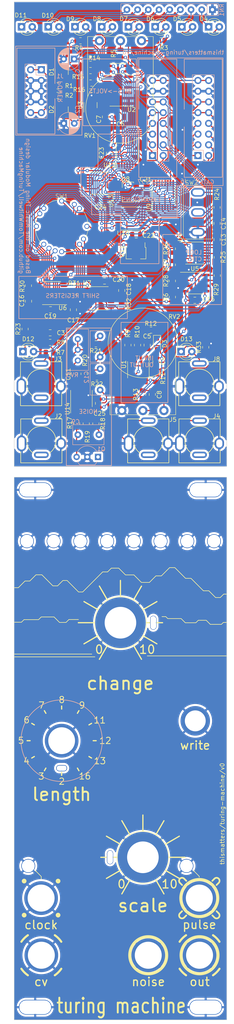
<source format=kicad_pcb>
(kicad_pcb (version 20221018) (generator pcbnew)
  (layers (0 "F.Cu" signal) (31 "B.Cu" signal) (34 "B.Paste" user) (35 "F.Paste" user) (36 "B.SilkS" user "B.Silkscreen") (37 "F.SilkS" user "F.Silkscreen") (38 "B.Mask" user) (39 "F.Mask" user) (44 "Edge.Cuts" user))
  (net 0 "")
  (net 1 "+12V")
  (net 2 "GND")
  (net 3 "-12V")
  (net 4 "Net-(D1-COM)")
  (net 5 "Net-(D2-COM)")
  (net 6 "/FACE")
  (net 7 "Net-(J1-Pin_1)")
  (net 8 "Net-(J1-Pin_10)")
  (net 9 "Net-(U1A-+)")
  (net 10 "Net-(U1A--)")
  (net 11 "Net-(U2-CMP)")
  (net 12 "Net-(U1B--)")
  (net 13 "Net-(C8-Pad2)")
  (net 14 "Net-(Q1-E)")
  (net 15 "Net-(C9-Pad2)")
  (net 16 "Net-(C10-Pad1)")
  (net 17 "Net-(C10-Pad2)")
  (net 18 "Net-(C11-Pad2)")
  (net 19 "/NOISE'")
  (net 20 "/SOL'")
  (net 21 "Net-(U6B-D)")
  (net 22 "Net-(U7A-D)")
  (net 23 "Net-(U7B-D)")
  (net 24 "Net-(U8-OUT)")
  (net 25 "Net-(U10G-VCC)")
  (net 26 "/CLK'")
  (net 27 "Net-(D3-A)")
  (net 28 "Net-(D4-K)")
  (net 29 "/B0'")
  (net 30 "Net-(D5-K)")
  (net 31 "/B1'")
  (net 32 "Net-(D6-K)")
  (net 33 "/B2'")
  (net 34 "Net-(D7-K)")
  (net 35 "/B3'")
  (net 36 "Net-(D8-K)")
  (net 37 "/B4'")
  (net 38 "Net-(D9-K)")
  (net 39 "/B5'")
  (net 40 "Net-(D10-K)")
  (net 41 "/B6'")
  (net 42 "Net-(D11-K)")
  (net 43 "/B7'")
  (net 44 "Net-(D12-K)")
  (net 45 "/_CLK_LED")
  (net 46 "Net-(D13-K)")
  (net 47 "/_PULSE")
  (net 48 "Net-(J2-PadT)")
  (net 50 "Net-(J3-PadT)")
  (net 52 "Net-(J4-PadT)")
  (net 54 "Net-(J5-PadT)")
  (net 56 "/G1")
  (net 57 "/G2")
  (net 58 "/G3")
  (net 59 "/G4")
  (net 60 "/G5")
  (net 61 "/G6")
  (net 62 "/G7")
  (net 63 "/G8")
  (net 64 "/_CLK2'")
  (net 65 "/P1")
  (net 66 "/P2")
  (net 67 "/P3")
  (net 68 "/P4")
  (net 69 "/P5")
  (net 70 "/P6")
  (net 71 "/P7")
  (net 72 "/P8")
  (net 73 "/_CLK'")
  (net 75 "Net-(R3-Pad1)")
  (net 76 "Net-(R4-Pad1)")
  (net 77 "/LOOP_CTRL'")
  (net 78 "Net-(R5-Pad2)")
  (net 79 "Net-(U3-K)")
  (net 80 "Net-(U2-R+)")
  (net 81 "Net-(U2-R-)")
  (net 82 "Net-(R24-Pad2)")
  (net 83 "Net-(R25-Pad2)")
  (net 84 "Net-(R26-Pad2)")
  (net 85 "Net-(R27-Pad1)")
  (net 86 "Net-(U5B--)")
  (net 87 "Net-(R29-Pad1)")
  (net 88 "/RAND'")
  (net 89 "/s12'")
  (net 90 "/s9'")
  (net 91 "/s11'")
  (net 92 "/s13'")
  (net 93 "/s16'")
  (net 94 "/EOL'")
  (net 99 "Net-(U14B--)")
  (net 100 "Net-(U14A--)")
  (footprint "Eurorack:AudioJack2_Tayda_A-2566" (layer "F.Cu") (at 82.804 93.005)
    (fp_text reference "J5")
    (fp_text value "noise")
  )
  (footprint "Eurorack:Mech-Potentiometer-Hole_level_180deg" (layer "F.Cu") (at 76.2 136.055)
    (fp_text reference "H6")
    (fp_text value "change")
  )
  (footprint "Capacitor_SMD:C_0805_2012Metric" (layer "F.Cu") (at 54.356 59.9342 -90)
    (fp_text reference "C16")
    (fp_text value "1n")
  )
  (footprint "Capacitor_SMD:C_0805_2012Metric" (layer "F.Cu") (at 76.5048 57.3942 90)
    (fp_text reference "C18")
    (fp_text value "1n")
  )
  (footprint "Eurorack:Mech-AudioJack-Hole-Input-CV" (layer "F.Cu") (at 57.404 214.795)
    (fp_text reference "H5")
    (fp_text value "cv")
  )
  (footprint "Resistor_SMD:R_0805_2012Metric" (layer "F.Cu") (at 88.5444 47.5136 -90)
    (fp_text reference "R26")
    (fp_text value "10K")
  )
  (footprint "Resistor_SMD:R_0805_2012Metric" (layer "F.Cu") (at 61.3013 8.931 180)
    (fp_text reference "R2")
    (fp_text value "10")
  )
  (footprint "Capacitor_SMD:C_0805_2012Metric" (layer "F.Cu") (at 79.9515 44.2418 180)
    (fp_text reference "C22")
    (fp_text value "100n")
  )
  (footprint "LED_THT:LED_D3.0mm" (layer "F.Cu") (at 84.455 -5.039)
    (fp_text reference "D6")
    (fp_text value "LED_GREEN")
  )
  (footprint "Resistor_SMD:R_0805_2012Metric" (layer "F.Cu") (at 53.538 66.5204 90)
    (fp_text reference "R23")
    (fp_text value "2.2K")
  )
  (footprint "Eurorack:Mech-LED-Hole-3mm" (layer "F.Cu") (at 54.3 193.6444)
    (fp_text reference "H19" hide)
    (fp_text value "clk_led")
  )
  (footprint "Eurorack:Mech-2M_Switch-Hole" (layer "F.Cu") (at 93.98 159.296)
    (fp_text reference "H21")
    (fp_text value "write")
  )
  (footprint "Resistor_SMD:R_0805_2012Metric" (layer "F.Cu") (at 69.088 3.851)
    (fp_text reference "R14")
    (fp_text value "3.3K")
  )
  (footprint "LED_THT:LED_D3.0mm" (layer "F.Cu") (at 53.025 71.8544)
    (fp_text reference "D12")
    (fp_text value "LED_GREEN")
  )
  (footprint "Resistor_SMD:R_0805_2012Metric" (layer "F.Cu") (at 88.5444 58.9436 -90)
    (fp_text reference "R6")
    (fp_text value "51K")
  )
  (footprint "Resistor_SMD:R_0805_2012Metric" (layer "F.Cu") (at 76.2 1.311 90)
    (fp_text reference "R5")
    (fp_text value "100K")
  )
  (footprint "Resistor_SMD:R_0805_2012Metric" (layer "F.Cu") (at 59.38 72.1084 180)
    (fp_text reference "R7")
    (fp_text value "15K")
  )
  (footprint "LED_THT:LED_D3.0mm" (layer "F.Cu") (at 65.405 -5.039)
    (fp_text reference "D9")
    (fp_text value "LED_GREEN")
  )
  (footprint "Eurorack:Mech-AudioJack-Hole-Output-CV" (layer "F.Cu") (at 94.996 214.795)
    (fp_text reference "H9")
    (fp_text value "out")
  )
  (footprint "Capacitor_SMD:C_0805_2012Metric" (layer "F.Cu") (at 73.6092 24.8522 -90)
    (fp_text reference "C23")
    (fp_text value "100n")
  )
  (footprint "LED_THT:LED_D3.0mm" (layer "F.Cu") (at 90.8 -5.039)
    (fp_text reference "D5")
    (fp_text value "LED_GREEN")
  )
  (footprint "Package_SO:TSSOP-16_4.4x5mm_P0.65mm" (layer "F.Cu") (at 78.5545 40.3556 180)
    (fp_text reference "U10")
    (fp_text value "4050")
  )
  (footprint "Resistor_SMD:R_0805_2012Metric" (layer "F.Cu") (at 99.2124 53.8636 90)
    (fp_text reference "R29")
    (fp_text value "100K")
  )
  (footprint "Resistor_SMD:R_0805_2012Metric" (layer "F.Cu") (at 99.1616 37.719 90)
    (fp_text reference "R24")
    (fp_text value "1K")
  )
  (footprint "Package_TO_SOT_SMD:SOT-23" (layer "F.Cu") (at 62.23 14.519 90)
    (fp_text reference "D2")
    (fp_text value "BAT54S")
  )
  (footprint "LED_THT:LED_D3.0mm" (layer "F.Cu") (at 52.7 -5.039)
    (fp_text reference "D11")
    (fp_text value "LED_GREEN")
  )
  (footprint "Eurorack:Mech-MountingHole" (layer "F.Cu") (at 55.95 104.6)
    (fp_text reference "H1")
    (fp_text value "mount0")
  )
  (footprint "LED_THT:LED_D3.0mm" (layer "F.Cu") (at 97.15 -5.039)
    (fp_text reference "D4")
    (fp_text value "LED_GREEN")
  )
  (footprint "Package_SO:TSSOP-16_4.4x5mm_P0.65mm" (layer "F.Cu") (at 71.12 59.223)
    (fp_text reference "U7")
    (fp_text value "4015")
  )
  (footprint "Capacitor_SMD:C_0805_2012Metric" (layer "F.Cu") (at 72.4154 55.1434)
    (fp_text reference "C20")
    (fp_text value "100n")
  )
  (footprint "Resistor_SMD:R_0805_2012Metric" (layer "F.Cu") (at 61.3013 11.217 180)
    (fp_text reference "R1")
    (fp_text value "10")
  )
  (footprint "Package_TO_SOT_SMD:SOT-23" (layer "F.Cu") (at 62.23736 5.629 90)
    (fp_text reference "D1")
    (fp_text value "BAT54S")
  )
  (footprint "Resistor_SMD:R_0805_2012Metric" (layer "F.Cu") (at 77.978 70.322 90)
    (fp_text reference "R9")
    (fp_text value "470K")
  )
  (footprint "Resistor_SMD:R_0805_2012Metric" (layer "F.Cu") (at 65.024 58.3105 -90)
    (fp_text reference "R31")
    (fp_text value "10K")
  )
  (footprint "LED_THT:LED_D3.0mm" (layer "F.Cu") (at 90.617 71.8544)
    (fp_text reference "D13")
    (fp_text value "LED_GREEN")
  )
  (footprint "Eurorack:Mech-MountingHole" (layer "F.Cu") (at 96.45 227.1)
    (fp_text reference "H4")
    (fp_text value "mount1")
  )
  (footprint "Capacitor_SMD:C_0805_2012Metric" (layer "F.Cu") (at 93.8784 59.7056 180)
    (fp_text reference "C15")
    (fp_text value "100n")
  )
  (footprint "Eurorack:Mech-AudioJack-Hole-Input-Clock" (layer "F.Cu") (at 57.348 201.2644)
    (fp_text reference "H7")
    (fp_text value "clock")
  )
  (footprint "Eurorack:Mech-LED-Hole-3mm" (layer "F.Cu") (at 79.38 116.751 90)
    (fp_text reference "H13" hide)
    (fp_text value "b2")
  )
  (footprint "Package_SO:TSSOP-16_4.4x5mm_P0.65mm" (layer "F.Cu") (at 59.8424 58.0038 180)
    (fp_text reference "U6")
    (fp_text value "4015")
  )
  (footprint "Eurorack:AudioJack2_Tayda_A-2566" (layer "F.Cu") (at 57.348 79.4744)
    (fp_text reference "J3")
    (fp_text value "clock")
  )
  (footprint "Package_TO_SOT_SMD:SOT-89-3" (layer "F.Cu") (at 77.978 34.077 180)
    (fp_text reference "U8")
    (fp_text value "L78L09_SOT89")
  )
  (footprint "Eurorack:Potentiometer_RV16AF-41-15R1" (layer "F.Cu") (at 76.2 14.265 180)
    (fp_text reference "RV1")
    (fp_text value "B50K")
  )
  (footprint "Package_TO_SOT_SMD:SOT-89-3" (layer "F.Cu") (at 79.9007 48.555 -90)
    (fp_text reference "U11")
    (fp_text value "L78L09_SOT89")
  )
  (footprint "Package_SO:SOIC-8_3.9x4.9mm_P1.27mm" (layer "F.Cu") (at 66.929 82.972 90)
    (fp_text reference "U14")
    (fp_text value "TL072")
  )
  (footprint "Eurorack:AudioJack2_Tayda_A-2566" (layer "F.Cu") (at 94.996 93.005)
    (fp_text reference "J4")
    (fp_text value "out")
  )
  (footprint "Capacitor_SMD:C_0805_2012Metric" (layer "F.Cu") (at 72.644 16.297 -90)
    (fp_text reference "C7")
    (fp_text value "10n")
  )
  (footprint "Capacitor_SMD:C_0805_2012Metric" (layer "F.Cu") (at 82.4484 33.5136 90)
    (fp_text reference "C21")
    (fp_text value "100n")
  )
  (footprint "Eurorack:AudioJack2_Tayda_A-2566" (layer "F.Cu") (at 94.94 79.4744)
    (fp_text reference "J8")
    (fp_text value "pulse")
  )
  (footprint "Resistor_SMD:R_0805_2012Metric" (layer "F.Cu") (at 69.342 9.751)
    (fp_text reference "R16")
    (fp_text value "1.6K")
  )
  (footprint "Eurorack:Mech-LED-Hole-3mm" (layer "F.Cu") (at 91.892 193.6444)
    (fp_text reference "H23" hide)
    (fp_text value "pulse_led")
  )
  (footprint "Capacitor_SMD:C_0805_2012Metric" (layer "F.Cu") (at 71.501 35.7996)
    (fp_text reference "C24")
    (fp_text value "100n")
  )
  (footprint "Resistor_SMD:R_0805_2012Metric" (layer "F.Cu") (at 67.564 77.13 90)
    (fp_text reference "R20")
    (fp_text value "1K")
  )
  (footprint "Resistor_SMD:R_0805_2012Metric" (layer "F.Cu") (at 69.088 6.801)
    (fp_text reference "R15")
    (fp_text value "1.6K")
  )
  (footprint "Capacitor_SMD:C_0805_2012Metric" (layer "F.Cu") (at 59.5884 61.9662 180)
    (fp_text reference "C19")
    (fp_text value "100n")
  )
  (footprint "Eurorack:Mech-LED-Hole-3mm" (layer "F.Cu") (at 60.325 116.751)
    (fp_text reference "H17" hide)
    (fp_text value "b6")
  )
  (footprint "Resistor_SMD:R_0805_2012Metric" (layer "F.Cu") (at 88.5444 55.1336 90)
    (fp_text reference "R28")
    (fp_text value "47K")
  )
  (footprint "Package_SO:SOIC-8_3.9x4.9mm_P1.27mm" (layer "F.Cu") (at 93.8784 55.6416)
    (fp_text reference "U5")
    (fp_text value "TL072")
  )
  (footprint "Capacitor_SMD:C_0805_2012Metric" (layer "F.Cu") (at 99.1616 45.3488 90)
    (fp_text reference "C13")
    (fp_text value "100n")
  )
  (footprint "Package_SO:SOIC-8_3.9x4.9mm_P1.27mm" (layer "F.Cu") (at 80.4672 76.164 -90)
    (fp_text reference "U1")
    (fp_text value "TL072")
  )
  (footprint "Eurorack:Mech-MountingHole" (layer "F.Cu") (at 96.45 104.6)
    (fp_text reference "H2")
    (fp_text value "mount1")
  )
  (footprint "Eurorack:Mech-Potentiometer-Hole_level" (layer "F.Cu") (at 81.534 191.604)
    (fp_text reference "H8")
    (fp_text value "scale")
  )
  (footprint "Package_SO:TSSOP-14_4.4x5mm_P0.65mm" (layer "F.Cu") (at 93.8784 48.5296)
    (fp_text reference "U4")
    (fp_text value "4016")
  )
  (footprint "Eurorack:Mech-LED-Hole-3mm" (layer "F.Cu") (at 85.73 116.751 90)
    (fp_text reference "H14" hide)
    (fp_text value "b3")
  )
  (footprint "Capacitor_SMD:C_0805_2012Metric" (layer "F.Cu") (at 59.507 67.4094)
    (fp_text reference "C3")
    (fp_text value "330p")
  )
  (footprint "Capacitor_SMD:C_0805_2012Metric" (layer "F.Cu") (at 70.993 84.115 -90)
    (fp_text reference "C25")
    (fp_text value "100n")
  )
  (footprint "Resistor_SMD:R_0805_2012Metric" (layer "F.Cu") (at 85.8012 -1.737)
    (fp_text reference "R3")
    (fp_text value "10K")
  )
  (footprint "Resistor_SMD:R_0805_2012Metric" (layer "F.Cu") (at 76.5048 61.2042 90)
    (fp_text reference "R32")
    (fp_text value "10K")
  )
  (footprint "Resistor_SMD:R_0805_2012Metric" (layer "F.Cu") (at 59.507 69.6954)
    (fp_text reference "R8")
    (fp_text value "100K")
  )
  (footprint "Package_TO_SOT_SMD:SOT-23" (layer "F.Cu") (at 69.088 13.503 90)
    (fp_text reference "U3")
    (fp_text value "TL431DBZ")
  )
  (footprint "Package_SO:TSSOP-16_4.4x5mm_P0.65mm" (layer "F.Cu") (at 86.4616 34.839 90)
    (fp_text reference "U9")
    (fp_text value "4050")
  )
  (footprint "LED_THT:LED_D3.0mm" (layer "F.Cu") (at 59.05 -5.039)
    (fp_text reference "D10")
    (fp_text value "LED_GREEN")
  )
  (footprint "Eurorack:Potentiometer_RV16AF-41-15R1" (layer "F.Cu") (at 81.534 69.814)
    (fp_text reference "RV2")
    (fp_text value "B50K")
  )
  (footprint "Eurorack:Mech-LED-Hole-3mm" (layer "F.Cu") (at 53.975 116.751)
    (fp_text reference "H18" hide)
    (fp_text value "b7")
  )
  (footprint "Capacitor_SMD:C_0805_2012Metric" (layer "F.Cu") (at 65.024 61.9681 -90)
    (fp_text reference "C17")
    (fp_text value "1n")
  )
  (footprint "Resistor_SMD:R_0805_2012Metric" (layer "F.Cu") (at 99.2124 49.5456 90)
    (fp_text reference "R25")
    (fp_text value "10K")
  )
  (footprint "Resistor_SMD:R_0805_2012Metric" (layer "F.Cu") (at 96.464 70.8384 90)
    (fp_text reference "R33")
    (fp_text value "2.2K")
  )
  (footprint "Eurorack:AudioJack2_Tayda_A-2566" (layer "F.Cu") (at 57.404 93.005)
    (fp_text reference "J2")
    (fp_text value "cv")
  )
  (footprint "Eurorack:Mech-LED-Hole-3mm" (layer "F.Cu") (at 98.425 116.751 90)
    (fp_text reference "H16" hide)
    (fp_text value "b5")
  )
  (footprint "Resistor_SMD:R_0805_2012Metric" (layer "F.Cu") (at 80.264 70.322 90)
    (fp_text reference "R10")
    (fp_text value "15K")
  )
  (footprint "Resistor_SMD:R_0805_2012Metric" (layer "F.Cu") (at 70.358 88.941 -90)
    (fp_text reference "R18")
    (fp_text value "10K")
  )
  (footprint "Package_SO:SOIC-16_3.9x9.9mm_P1.27mm" (layer "F.Cu") (at 75.627 8.677 180)
    (fp_text reference "U2")
    (fp_text value "DAC08")
  )
  (footprint "Eurorack:Mech-LED-Hole-3mm" (layer "F.Cu") (at 92.075 116.751 90)
    (fp_text reference "H15" hide)
    (fp_text value "b4")
  )
  (footprint "Resistor_SMD:R_0805_2012Metric" (layer "F.Cu") (at 70.358 70.018 180)
    (fp_text reference "R21")
    (fp_text value "100K")
  )
  (footprint "Resistor_SMD:R_0805_2012Metric" (layer "F.Cu") (at 84.6328 78.1452 90)
    (fp_text reference "R11")
    (fp_text value "15K")
  )
  (footprint "Eurorack:Mech-MountingHole" (layer "F.Cu") (at 55.95 227.1)
    (fp_text reference "H3")
    (fp_text value "mount1")
  )
  (footprint "Capacitor_SMD:C_0805_2012Metric" (layer "F.Cu") (at 84.6328 74.2844 90)
    (fp_text reference "C4")
    (fp_text value "100n")
  )
  (footprint "LED_THT:LED_D3.0mm" (layer "F.Cu") (at 78.105 -5.039)
    (fp_text reference "D7")
    (fp_text value "LED_GREEN")
  )
  (footprint "Capacitor_SMD:C_0805_2012Metric" (layer "F.Cu") (at 83.7692 82.006 90)
    (fp_text reference "C8")
    (fp_text value "1n")
  )
  (footprint "Eurorack:Mech-AudioJack-Hole-Output-Gate" (layer "F.Cu") (at 94.94 201.2644)
    (fp_text reference "H22")
    (fp_text value "pulse")
  )
  (footprint "Capacitor_SMD:C_0805_2012Metric" (layer "F.Cu") (at 76.2 16.297 180)
    (fp_text reference "C6")
    (fp_text value "100n")
  )
  (footprint "Resistor_SMD:R_0805_2012Metric" (layer "F.Cu") (at 70.612 77.892 180)
    (fp_text reference "R22")
    (fp_text value "1K")
  )
  (footprint "Resistor_SMD:R_0805_2012Metric" (layer "F.Cu") (at 81.4832 82.006 90)
    (fp_text reference "R13")
    (fp_text value "5.1K")
  )
  (footprint "Resistor_SMD:R_0805_2012Metric" (layer "F.Cu") (at 65.786 88.941 -90)
    (fp_text reference "R17")
    (fp_text value "100K")
  )
  (footprint "Eurorack:Mech-LED-Hole-3mm" (layer "F.Cu") (at 66.68 116.751 90)
    (fp_text reference "H11" hide)
    (fp_text value "b0")
  )
  (footprint "Resistor_SMD:R_0805_2012Metric" (layer "F.Cu") (at 66.7004 -1.737 180)
    (fp_text reference "R4")
    (fp_text value "10K")
  )
  (footprint "Capacitor_SMD:C_0805_2012Metric" (layer "F.Cu") (at 65.278 77.13 -90)
    (fp_text reference "C11")
    (fp_text value "1n")
  )
  (footprint "Eurorack:Mech-LED-Hole-3mm" (layer "F.Cu") (at 73.03 116.751 90)
    (fp_text reference "H12" hide)
    (fp_text value "b1")
  )
  (footprint "Package_SO:TSSOP-14_4.4x5mm_P0.65mm" (layer "F.Cu") (at 77.8002 24.776 90)
    (fp_text reference "U12")
    (fp_text value "4081")
  )
  (footprint "Capacitor_SMD:C_0805_2012Metric" (layer "F.Cu") (at 82.55 70.322 90)
    (fp_text reference "C5")
    (fp_text value "100n")
  )
  (footprint "Resistor_SMD:R_0805_2012Metric" (layer "F.Cu") (at 83.4644 66.766 180)
    (fp_text reference "R12")
    (fp_text value "10K")
  )
  (footprint "Diode_SMD:D_SOD-323_HandSoldering" (layer "F.Cu") (at 84.8868 70.0172 -90)
    (fp_text reference "D3")
    (fp_text value "1N4148")
  )
  (footprint "Eurorack:Switch_Rotary_NKK_MRK_112" (layer "F.Cu") (at 62.23 42.205)
    (fp_text reference "SW1")
    (fp_text value "SW_Rotary12")
  )
  (footprint "Package_SO:TSSOP-14_4.4x5mm_P0.65mm" (layer "F.Cu") (at 71.247 31.9896 180)
    (fp_text reference "U13")
    (fp_text value "4081")
  )
  (footprint "Resistor_SMD:R_0805_2012Metric" (layer "F.Cu") (at 88.5444 51.3236 -90)
    (fp_text reference "R27")
    (fp_text value "10K")
  )
  (footprint "Eurorack:Mech-AudioJack-Hole-Output" (layer "F.Cu") (at 82.804 214.795)
    (fp_text reference "H10")
    (fp_text value "noise")
  )
  (footprint "Eurorack:Switch_SPDT_1M_Solder_Lug" (layer "F.Cu") (at 94.5896 38.862)
    (fp_text reference "SW2")
    (fp_text value "SW_SPDT_MSM")
  )
  (footprint "LED_THT:LED_D3.0mm" (layer "F.Cu") (at 71.755 -5.039)
    (fp_text reference "D8")
    (fp_text value "LED_GREEN")
  )
  (footprint "Resistor_SMD:R_0805_2012Metric" (layer "F.Cu") (at 68.072 88.941 90)
    (fp_text reference "R19")
    (fp_text value "470K")
  )
  (footprint "Eurorack:Mech-MRK-Hole" (layer "F.Cu") (at 62.23 163.995)
    (fp_text reference "H20")
    (fp_text value "length")
  )
  (footprint "Capacitor_SMD:C_0805_2012Metric" (layer "F.Cu") (at 99.1616 41.5036 -90)
    (fp_text reference "C14")
    (fp_text value "100n")
  )
  (footprint "Resistor_SMD:R_0805_2012Metric" (layer "F.Cu") (at 54.3306 56.2512 -90)
    (fp_text reference "R30")
    (fp_text value "10K")
  )
  (footprint "Capacitor_THT:C_Rect_L7.2mm_W4.5mm_P5.00mm_FKS2_FKP2_MKS2_MKP2" (layer "B.Cu") (at 71.374 68.153 -90)
    (fp_text reference "C12")
    (fp_text value "470n box")
  )
  (footprint "Eurorack:PinHeader_2x05_P2.54mm_Vertical" (layer "B.Cu") (at 57.404 5.121 180)
    (fp_text reference "J1")
    (fp_text value "Conn_02x05_Odd_Even")
  )
  (footprint "Eurorack:PinHeader_2x08_P2.54mm_Vertical" (layer "B.Cu") (at 94.615 25.441)
    (fp_text reference "J6")
    (fp_text value "Conn_02x08_Odd_Even")
  )
  (footprint "Resistor_THT:R_Array_SIP9" (layer "B.Cu") (at 98.059 -9.103 180)
    (fp_text reference "RN1")
    (fp_text value "2.2K")
  )
  (footprint "Capacitor_THT:CP_Radial_D5.0mm_P2.50mm" (layer "B.Cu") (at 65.213112 2.581 180)
    (fp_text reference "C1")
    (fp_text value "22u 50V")
  )
  (footprint "Capacitor_THT:CP_Radial_D5.0mm_P2.50mm" (layer "B.Cu") (at 62.738 17.821)
    (fp_text reference "C2")
    (fp_text value "22u 50V")
  )
  (footprint "Capacitor_THT:C_Rect_L7.2mm_W4.5mm_P5.00mm_FKS2_FKP2_MKS2_MKP2" (layer "B.Cu") (at 71.374 80.94 90)
    (fp_text reference "C10" hide)
    (fp_text value "470n box")
  )
  (footprint "Eurorack:PinHeader_2x08_P2.54mm_Vertical" (layer "B.Cu") (at 83.82 25.441)
    (fp_text reference "J7")
    (fp_text value "Conn_02x08_Odd_Even")
  )
  (footprint "Package_TO_SOT_THT:TO-92_Inline_Wide" (layer "B.Cu") (at 70.866 96.8038 180)
    (fp_text reference "Q1")
    (fp_text value "BC547")
  )
  (footprint "Capacitor_THT:C_Rect_L7.2mm_W4.5mm_P5.00mm_FKS2_FKP2_MKS2_MKP2" (layer "B.Cu") (at 66.08 91.5416)
    (fp_text reference "C9")
    (fp_text value "470n box")
  )
  (footprint "Potentiometer_THT:Potentiometer_Bourns_3296W_Vertical" (layer "B.Cu") (at 66.0654 73.965 -90)
    (fp_text reference "RV3")
    (fp_text value "1M")
  )
  (gr_poly (pts (xy 67.056 20.615) (xy 51.308 20.615) (xy 51.308 -0.467) (xy 67.056 -0.467)) (stroke (width 0.15)) (fill none) (layer "B.SilkS"))
  (gr_rect (start 63.3476 66.2842) (end 74.0664 98.847) (stroke (width 0.15)) (fill none) (layer "B.SilkS"))
  (gr_rect (start 52.07 54.0439) (end 77.851 64.0642) (stroke (width 0.15)) (fill none) (layer "B.SilkS"))
  (gr_poly (pts (xy 67.2846 2.5654) (xy 79.9338 2.5654) (xy 79.9592 2.5908) (xy 79.9592 18.3642) (xy 67.2846 18.3642)) (stroke (width 0.15)) (fill none) (layer "B.SilkS"))
  (gr_circle (center 62.23 163.995) (end 52.578 163.995) (stroke (width 0.15)) (fill none) (layer "B.SilkS"))
  (gr_poly (pts (xy 80.264 2.327) (xy 100.584 2.327) (xy 100.584 32.553) (xy 89.662 32.553) (xy 89.662 32.5628) (xy 89.662 40.173) (xy 85.344 40.173) (xy 85.344 51.0442) (xy 76.2 51.0442) (xy 76.2 39.411) (xy 69.342 39.411) (xy 69.342 35.093) (xy 66.802 35.093) (xy 66.802 28.235) (xy 70.866 28.235) (xy 70.866 28.2194) (xy 70.866 20.361) (xy 80.264 20.361)) (stroke (width 0.15)) (fill none) (layer "B.SilkS"))
  (gr_poly (pts (xy 90.5764 44.1354) (xy 90.5764 33.0356) (xy 100.253297 33.0356) (xy 100.2284 60.7216) (xy 86.2584 60.7216) (xy 86.2584 56.9116) (xy 86.2584 44.1354)) (stroke (width 0.15)) (fill none) (layer "B.SilkS"))
  (gr_rect (start 76.3524 64.9372) (end 87.4776 83.9364) (stroke (width 0.15)) (fill none) (layer "B.SilkS"))
  (gr_line (start 100.7364 129.286) (end 101.3714 129.286) (stroke (width 0.15)) (layer "F.SilkS"))
  (gr_line (start 94.1197 136.0678) (end 94.7039 135.4836) (stroke (width 0.15)) (layer "F.SilkS"))
  (gr_line (start 56.7436 135.3312) (end 57.3786 134.6962) (stroke (width 0.15)) (layer "F.SilkS"))
  (gr_line (start 97.2058 128.4986) (end 98.806 130.0988) (stroke (width 0.15)) (layer "F.SilkS"))
  (gr_line (start 97.5487 136.4488) (end 100.1903 136.4488) (stroke (width 0.15)) (layer "F.SilkS"))
  (gr_line (start 98.806 130.0988) (end 99.9236 130.0988) (stroke (width 0.15)) (layer "F.SilkS"))
  (gr_line (start 60.1472 127.3302) (end 61.2648 127.3302) (stroke (width 0.15)) (layer "F.SilkS"))
  (gr_line (start 95.9104 128.4986) (end 97.2058 128.4986) (stroke (width 0.15)) (layer "F.SilkS"))
  (gr_line (start 52.6796 135.9408) (end 53.2892 135.3312) (stroke (width 0.15)) (layer "F.SilkS"))
  (gr_line (start 90.6145 135.0772) (end 91.6051 136.0678) (stroke (width 0.15)) (layer "F.SilkS"))
  (gr_line (start 57.531 124.714) (end 60.1472 127.3302) (stroke (width 0.15)) (layer "F.SilkS"))
  (gr_line (start 62.5348 126.0602) (end 63.5254 126.0602) (stroke (width 0.15)) (layer "F.SilkS"))
  (gr_line (start 91.6686 125.5522) (end 92.964 125.5522) (stroke (width 0.15)) (layer "F.SilkS"))
  (gr_line (start 77.3938 124.7394) (end 79.4004 124.7394) (stroke (width 0.15)) (layer "F.SilkS"))
  (gr_line (start 79.4004 124.7394) (end 81.1784 126.5174) (stroke (width 0.15)) (layer "F.SilkS"))
  (gr_line (start 94.9198 196.3293) (end 94.9198 196.1007) (stroke (width 0.15)) (layer "F.SilkS"))
  (gr_line (start 66.2432 128.778) (end 67.2338 128.778) (stroke (width 0.15)) (layer "F.SilkS"))
  (gr_line (start 53.5178 126.1872) (end 54.6608 126.1872) (stroke (width 0.15)) (layer "F.SilkS"))
  (gr_line (start 92.964 125.5522) (end 95.9104 128.4986) (stroke (width 0.15)) (layer "F.SilkS"))
  (gr_line (start 75.7936 123.1392) (end 77.3938 124.7394) (stroke (width 0.15)) (layer "F.SilkS"))
  (gr_line (start 83.0834 126.5174) (end 84.6328 124.968) (stroke (width 0.15)) (layer "F.SilkS"))
  (gr_line (start 63.9572 135.3058) (end 65.3542 135.3058) (stroke (width 0.15)) (layer "F.SilkS"))
  (gr_line (start 100.6475 135.9916) (end 101.3714 135.9916) (stroke (width 0.15)) (layer "F.SilkS"))
  (gr_line (start 63.5254 126.0602) (end 66.2432 128.778) (stroke (width 0.15)) (layer "F.SilkS"))
  (gr_line (start 57.3786 196.1388) (end 56.015408 194.775608) (stroke (width 0.15)) (layer "F.SilkS"))
  (gr_line (start 56.134 124.714) (end 57.531 124.714) (stroke (width 0.15)) (layer "F.SilkS"))
  (gr_line (start 100.1903 136.4488) (end 100.6475 135.9916) (stroke (width 0.15)) (layer "F.SilkS"))
  (gr_line (start 51.943 127.762) (end 53.5178 126.1872) (stroke (width 0.15)) (layer "F.SilkS"))
  (gr_line (start 73.152 124.0282) (end 74.041 123.1392) (stroke (width 0.15)) (layer "F.SilkS"))
  (gr_line (start 82.5754 143.9164) (end 101.3714 143.9164) (stroke (width 0.15)) (layer "F.SilkS"))
  (gr_line (start 57.3786 196.7484) (end 57.3786 196.1388) (stroke (width 0.15)) (layer "F.SilkS"))
  (gr_line (start 74.041 123.1392) (end 75.7936 123.1392) (stroke (width 0.15)) (layer "F.SilkS"))
  (gr_line (start 91.6051 136.0678) (end 94.1197 136.0678) (stroke (width 0.15)) (layer "F.SilkS"))
  (gr_line (start 87.4395 135.0772) (end 86.9823 134.62) (stroke (width 0.15)) (layer "F.SilkS"))
  (gr_line (start 51.0286 135.9408) (end 52.6796 135.9408) (stroke (width 0.15)) (layer "F.SilkS"))
  (gr_line (start 85.9282 124.968) (end 87.884 123.0122) (stroke (width 0.15)) (layer "F.SilkS"))
  (gr_line (start 84.6328 124.968) (end 85.9282 124.968) (stroke (width 0.15)) (layer "F.SilkS"))
  (gr_line (start 87.884 123.0122) (end 89.1286 123.0122) (stroke (width 0.15)) (layer "F.SilkS"))
  (gr_line (start 99.9236 130.0988) (end 100.7364 129.286) (stroke (width 0.15)) (layer "F.SilkS"))
  (gr_line (start 63.2714 135.9916) (end 63.9572 135.3058) (stroke (width 0.15)) (layer "F.SilkS"))
  (gr_line (start 96.5835 135.4836) (end 97.5487 136.4488) (stroke (width 0.15)) (layer "F.SilkS"))
  (gr_line (start 65.3542 135.3058) (end 66.2178 135.3058) (stroke (width 0.15)) (layer "F.SilkS"))
  (gr_line (start 94.9198 196.1007) (end 93.565494 194.746394) (stroke (width 0.15)) (layer "F.SilkS"))
  (gr_line (start 51.0286 127.762) (end 51.943 127.762) (stroke (width 0.15)) (layer "F.SilkS"))
  (gr_line (start 71.9836 124.0282) (end 73.152 124.0282) (stroke (width 0.15)) (layer "F.SilkS"))
  (gr_line (start 51.0286 144.145) (end 70.1294 144.145) (stroke (width 0.15)) (layer "F.SilkS"))
  (gr_line (start 57.3786 134.6962) (end 60.4266 134.6962) (stroke (width 0.15)) (layer "F.SilkS"))
  (gr_line (start 87.4395 135.0772) (end 90.6145 135.0772) (stroke (width 0.15)) (layer "F.SilkS"))
  (gr_line (start 86.9823 134.62) (end 86.0679 134.62) (stroke (width 0.15)) (layer "F.SilkS"))
  (gr_line (start 51.0286 143.4846) (end 69.3928 143.4846) (stroke (width 0.15)) (layer "F.SilkS"))
  (gr_line (start 67.2338 128.778) (end 71.9836 124.0282) (stroke (width 0.15)) (layer "F.SilkS"))
  (gr_line (start 60.4266 134.6962) (end 61.722 135.9916) (stroke (width 0.15)) (layer "F.SilkS"))
  (gr_line (start 81.1784 126.5174) (end 83.0834 126.5174) (stroke (width 0.15)) (layer "F.SilkS"))
  (gr_line (start 61.722 135.9916) (end 63.2714 135.9916) (stroke (width 0.15)) (layer "F.SilkS"))
  (gr_line (start 89.1286 123.0122) (end 91.6686 125.5522) (stroke (width 0.15)) (layer "F.SilkS"))
  (gr_line (start 94.7039 135.4836) (end 96.5835 135.4836) (stroke (width 0.15)) (layer "F.SilkS"))
  (gr_line (start 54.6608 126.1872) (end 56.134 124.714) (stroke (width 0.15)) (layer "F.SilkS"))
  (gr_line (start 53.2892 135.3312) (end 56.7436 135.3312) (stroke (width 0.15)) (layer "F.SilkS"))
  (gr_line (start 61.2648 127.3302) (end 62.5348 126.0602) (stroke (width 0.15)) (layer "F.SilkS"))
  (gr_rect (start 50.95 -10.94) (end 101.45 99.06) (stroke (width 0.1)) (fill none) (layer "Edge.Cuts"))
  (gr_rect (start 50.95 101.6) (end 101.45 230.1) (stroke (width 0.1)) (fill none) (layer "Edge.Cuts"))
  (gr_text "thismatters/turing-machine/v0" (at 88.7476 1.6002) (layer "B.SilkS") (effects (font (size 1 1)) (justify bottom mirror)))
  (gr_text "NOISE" (at 70.866 86.655) (layer "B.SilkS") (effects (font (size 1 1)) (justify left bottom mirror)))
  (gr_text "BITS->VOLTS" (at 73.7108 10.7696) (layer "B.SilkS") (effects (font (size 1 1)) (justify bottom mirror)))
  (gr_text "EXPANSIONS" (at 85.8832 36.5185) (layer "B.SilkS") (effects (font (size 1 1)) (justify left bottom mirror)))
  (gr_text "Based on the Music Thing Modular design\ngithub.com/TomWhitwell/TuringMachine" (at 52.07 53.5432 270) (layer "B.SilkS") (effects (font (size 1 1)) (justify left bottom mirror)))
  (gr_text "GATES" (at 98.5832 32.3275) (layer "B.SilkS") (effects (font (size 1 1)) (justify left bottom mirror)))
  (gr_text "LOOP\nCTRL" (at 95.6564 50.5616) (layer "B.SilkS") (effects (font (size 1 1)) (justify left bottom mirror)))
  (gr_text "PULSES" (at 88.0422 32.3275) (layer "B.SilkS") (effects (font (size 1 1)) (justify left bottom mirror)))
  (gr_text "SHIFT REGISTERS" (at 71.3486 59.2382) (layer "B.SilkS") (effects (font (size 1 1)) (justify left bottom mirror)))
  (gr_text "POWER" (at 62.484 7.661 90) (layer "B.SilkS") (effects (font (size 1 1)) (justify left bottom mirror)))
  (gr_text "INPUT\nOUTPUT" (at 84.1756 75.6052) (layer "B.SilkS") (effects (font (size 1 1)) (justify left bottom mirror)))
  (gr_text "5" (at 52.578 163.9696) (layer "F.SilkS") (effects (font (size 1.5 1.5) (thickness 0.2))))
  (gr_text "2" (at 62.2554 173.647) (layer "F.SilkS") (effects (font (size 1.5 1.5) (thickness 0.2))))
  (gr_text "8" (at 62.2554 154.3176) (layer "F.SilkS") (effects (font (size 1.5 1.5) (thickness 0.2))))
  (gr_text "11" (at 71.2724 159.1436) (layer "F.SilkS") (effects (font (size 1.5 1.5) (thickness 0.2))))
  (gr_text "16" (at 67.7418 172.4024) (layer "F.SilkS") (effects (font (size 1.5 1.5) (thickness 0.2))))
  (gr_text "13" (at 71.3232 168.7956) (layer "F.SilkS") (effects (font (size 1.5 1.5) (thickness 0.2))))
  (gr_text "turing machine" (at 76.398 228.798) (layer "F.SilkS") (effects (font (size 3.5 2.7) (thickness 0.45)) (justify bottom)))
  (gr_text "7" (at 57.4548 155.613) (layer "F.SilkS") (effects (font (size 1.5 1.5) (thickness 0.2))))
  (gr_text "4" (at 53.8734 168.821) (layer "F.SilkS") (effects (font (size 1.5 1.5) (thickness 0.2))))
  (gr_text "9" (at 67.056 155.613) (layer "F.SilkS") (effects (font (size 1.5 1.5) (thickness 0.2))))
  (gr_text "6" (at 53.8988 159.0928) (layer "F.SilkS") (effects (font (size 1.5 1.5) (thickness 0.2))))
  (gr_text "thismatters/turing-machine/v0" (at 100.9852 181.3 90) (layer "F.SilkS") (effects (font (size 1 1)) (justify bottom)))
  (gr_text "12" (at 72.5932 163.995) (layer "F.SilkS") (effects (font (size 1.5 1.5) (thickness 0.2))))
  (gr_text "3" (at 57.404 172.4278) (layer "F.SilkS") (effects (font (size 1.5 1.5) (thickness 0.2))))
  (segment (start 100.2374 53.3302) (end 100.2374 52.4435) (width 0.25) (layer "F.Cu") (net 1))
  (segment (start 76.962 46.605) (end 78.4007 46.605) (width 0.25) (layer "F.Cu") (net 1))
  (segment (start 100.6874 47.8246) (end 100.6874 49.327096) (width 0.25) (layer "F.Cu") (net 1))
  (segment (start 63.18736 4.606752) (end 63.18736 6.5665) (width 0.25) (layer "F.Cu") (net 1))
  (segment (start 65.024 81.829) (end 65.024 80.497) (width 0.25) (layer "F.Cu") (net 1))
  (segment (start 99.1616 46.2988) (end 100.2116 45.2488) (width 0.25) (layer "F.Cu") (net 1))
  (segment (start 91.626298 40.242098) (end 95.833335 40.242098) (width 0.25) (layer "F.Cu") (net 1))
  (segment (start 64.806 16.678) (end 71.628 16.678) (width 0.25) (layer "F.Cu") (net 1))
  (segment (start 72.263 52.873) (end 73.3654 53.9754) (width 0.25) (layer "F.Cu") (net 1))
  (segment (start 73.6092 23.9022) (end 74.5162 22.9952) (width 0.25) (layer "F.Cu") (net 1))
  (segment (start 73.97475 28.30125) (end 74.16525 28.49175) (width 0.25) (layer "F.Cu") (net 1))
  (segment (start 100.2116 45.2488) (end 100.2116 36.9316) (width 0.25) (layer "F.Cu") (net 1))
  (segment (start 74.5162 22.9952) (end 75.5979 21.9135) (width 0.25) (layer "F.Cu") (net 1))
  (segment (start 65.213112 2.581) (end 63.18736 4.606752) (width 0.25) (layer "F.Cu") (net 1))
  (segment (start 100.237 37.2872) (end 100.237 37.1094) (width 0.25) (layer "F.Cu") (net 1))
  (segment (start 73.3654 56.3309) (end 73.9825 56.948) (width 0.25) (layer "F.Cu") (net 1))
  (segment (start 73.50895 28.30125) (end 72.5592 29.251) (width 0.25) (layer "F.Cu") (net 1))
  (segment (start 64.788 16.696) (end 64.806 16.678) (width 0.25) (layer "F.Cu") (net 1))
  (segment (start 100.237 35.5775) (end 98.8215 34.162) (width 0.25) (layer "F.Cu") (net 1))
  (segment (start 66.9055 2.581) (end 68.1755 3.851) (width 0.25) (layer "F.Cu") (net 1))
  (segment (start 70.551 34.410611) (end 70.551 35.7996) (width 0.25) (layer "F.Cu") (net 1))
  (segment (start 74.452 10.231092) (end 73.532908 9.312) (width 0.25) (layer "F.Cu") (net 1))
  (segment (start 88.5444 46.6011) (end 89.0909 46.0546) (width 0.25) (layer "F.Cu") (net 1))
  (segment (start 85.6578 78.0327) (end 85.6578 76.2594) (width 0.25) (layer "F.Cu") (net 1))
  (segment (start 100.2374 53.4587) (end 100.2374 53.3302) (width 0.25) (layer "F.Cu") (net 1))
  (segment (start 58.6384 58.044195) (end 59.3924 57.290195) (width 0.25) (layer "F.Cu") (net 1))
  (segment (start 76.962 46.605) (end 74.505396 46.605) (width 0.25) (layer "F.Cu") (net 1))
  (segment (start 95.833335 40.242098) (end 98.431432 37.644) (width 0.25) (layer "F.Cu") (net 1))
  (segment (start 72.48 44.579604) (end 72.48 38.740016) (width 0.25) (layer "F.Cu") (net 1))
  (segment (start 78.4007 50.38112) (end 78.89958 50.88) (width 0.25) (layer "F.Cu") (net 1))
  (segment (start 73.3654 53.9754) (end 73.3654 55.1434) (width 0.25) (layer "F.Cu") (net 1))
  (segment (start 75.25 16.297) (end 74.168 16.297) (width 0.25) (layer "F.Cu") (net 1))
  (segment (start 70.993 83.165) (end 72.1075 83.165) (width 0.25) (layer "F.Cu") (net 1))
  (segment (start 66.36 83.165) (end 65.024 81.829) (width 0.25) (layer "F.Cu") (net 1))
  (segment (start 99.2124 51.4185) (end 99.2124 50.4581) (width 0.25) (layer "F.Cu") (net 1))
  (segment (start 98.8215 34.162) (end 94.5896 34.162) (width 0.25) (layer "F.Cu") (net 1))
  (segment (start 63.5485 15.4565) (end 64.788 16.696) (width 0.25) (layer "F.Cu") (net 1))
  (segment (start 74.6592 24.9522) (end 74.6592 26.3468) (width 0.25) (layer "F.Cu") (net 1))
  (segment (start 85.434 41.924392) (end 86.344392 41.014) (width 0.25) (layer "F.Cu") (net 1))
  (segment (start 94.8284 59.7056) (end 94.8284 54.286601) (width 0.25) (layer "F.Cu") (net 1))
  (segment (start 70.551 35.7996) (end 68.691 33.9396) (width 0.25) (layer "F.Cu") (net 1))
  (segment (start 98.431432 37.644) (end 99.8802 37.644) (width 0.25) (layer "F.Cu") (net 1))
  (segment (start 90.854396 41.014) (end 91.626298 40.242098) (width 0.25) (layer "F.Cu") (net 1))
  (segment (start 73.97475 28.30125) (end 73.50895 28.30125) (width 0.25) (layer "F.Cu") (net 1))
  (segment (start 74.452 14.235396) (end 74.452 10.231092) (width 0.25) (layer "F.Cu") (net 1))
  (segment (start 83.312 78.639) (end 84.2141 78.639) (width 0.25) (layer "F.Cu") (net 1))
  (segment (start 96.506 75.7494) (end 85.9462 75.7494) (width 0.25) (layer "F.Cu") (net 1))
  (segment (start 75.808316 30.018187) (end 75.691687 30.018187) (width 0.25) (layer "F.Cu") (net 1))
  (segment (start 58.6384 61.9662) (end 58.6384 58.044195) (width 0.25) (layer "F.Cu") (net 1))
  (segment (start 100.2374 72.018) (end 96.506 75.7494) (width 0.25) (layer "F.Cu") (net 1))
  (segment (start 86.344392 41.014) (end 90.854396 41.014) (width 0.25) (layer "F.Cu") (net 1))
  (segment (start 85.6578 76.2594) (end 84.6328 75.2344) (width 0.25) (layer "F.Cu") (net 1))
  (segment (start 84.2141 78.639) (end 84.6328 79.0577) (width 0.25) (layer "F.Cu") (net 1))
  (segment (start 72.009 16.297) (end 74.168 16.297) (width 0.25) (layer "F.Cu") (net 1))
  (segment (start 89.0909 46.0546) (end 93.7474 46.0546) (width 0.25) (layer "F.Cu") (net 1))
  (segment (start 96.4054 53.7886) (end 99.9075 53.7886) (width 0.25) (layer "F.Cu") (net 1))
  (segment (start 75.25 16.297) (end 75.25 15.033396) (width 0.25) (layer "F.Cu") (net 1))
  (segment (start 78.89958 50.88) (end 81.250305 50.88) (width 0.25) (layer "F.Cu") (net 1))
  (segment (start 81.250305 50.88) (end 85.434 46.696305) (width 0.25) (layer "F.Cu") (net 1))
  (segment (start 75.5979 21.9135) (end 75.8502 21.9135) (width 0.25) (layer "F.Cu") (net 1))
  (segment (start 63.18 15.4565) (end 63.18 6.57386) (width 0.25) (layer "F.Cu") (net 1))
  (segment (start 79.928 32.577) (end 78.256 32.577) (width 0.25) (layer "F.Cu") (net 1))
  (segment (start 96.7409 46.5796) (end 98.8808 46.5796) (width 0.25) (layer "F.Cu") (net 1))
  (segment (start 99.1616 46.2988) (end 100.6874 47.8246) (width 0.25) (layer "F.Cu") (net 1))
  (segment (start 75.691687 30.018187) (end 74.16525 28.49175) (width 0.25) (layer "F.Cu") (net 1))
  (segment (start 87.376 -2.3993) (end 86.7137 -1.737) (width 0.25) (layer "F.Cu") (net 1))
  (segment (start 63.18 15.4565) (end 63.5485 15.4565) (width 0.25) (layer "F.Cu") (net 1))
  (segment (start 90.845596 41.0228) (end 88.9744 41.0228) (width 0.25) (layer "F.Cu") (net 1))
  (segment (start 97.155 7.661) (end 83.82 7.661) (width 0.25) (layer "F.Cu") (net 1))
  (segment (start 71.628 16.678) (end 72.009 16.297) (width 0.25) (layer "F.Cu") (net 1))
  (segment (start 72.1075 83.165) (end 72.1735 83.099) (width 0.25) (layer "F.Cu") (net 1))
  (segment (start 94.8284 54.286601) (end 95.378401 53.7366) (width 0.25) (layer "F.Cu") (net 1))
  (segment (start 78.256 32.577) (end 77.978 32.299) (width 0.25) (layer "F.Cu") (net 1))
  (segment (start 100.2374 52.4435) (end 99.2124 51.4185) (width 0.25) (layer "F.Cu") (net 1))
  (segment (start 72.5592 29.251) (end 72.5592 32.402411) (width 0.25) (layer "F.Cu") (net 1))
  (segment (start 64.399 84.421092) (end 64.399 86.6415) (width 0.25) (layer "F.Cu") (net 1))
  (segment (start 70.993 83.165) (end 66.9036 83.165) (width 0.25) (layer "F.Cu") (net 1))
  (segment (start 66.9036 83.165) (end 65.655092 83.165) (width 0.25) (layer "F.Cu") (net 1))
  (segment (start 85.434 46.696305) (end 85.434 41.924392) (width 0.25) (layer "F.Cu") (net 1))
  (segment (start 98.8808 46.5796) (end 99.1616 46.2988) (width 0.25) (layer "F.Cu") (net 1))
  (segment (start 78.4007 46.605) (end 78.4007 50.38112) (width 0.25) (layer "F.Cu") (net 1))
  (segment (start 74.505396 46.605) (end 72.48 44.579604) (width 0.25) (layer "F.Cu") (net 1))
  (segment (start 74.6592 26.3468) (end 74.16525 26.84075) (width 0.25) (layer "F.Cu") (net 1))
  (segment (start 85.6578 76.0378) (end 85.6578 76.2594) (width 0.25) (layer "F.Cu") (net 1))
  (segment (start 74.16525 26.84075) (end 74.16525 28.49175) (width 0.25) (layer "F.Cu") (net 1))
  (segment (start 100.237 36.9062) (end 100.237 35.5775) (width 0.25) (layer "F.Cu") (net 1))
  (segment (start 85.9462 75.7494) (end 85.6578 76.0378) (width 0.25) (layer "F.Cu") (net 1))
  (segment (start 59.3924 57.290195) (end 59.3924 54.3136) (width 0.25) (layer "F.Cu") (net 1))
  (segment (start 87.376 -2.8038) (end 87.376 -2.3993) (width 0.25) (layer "F.Cu") (net 1))
  (segment (start 73.6092 23.9022) (end 74.6592 24.9522) (width 0.25) (layer "F.Cu") (net 1))
  (segment (start 58.6384 61.9373) (end 56.9799 60.2788) (width 0.25) (layer "F.Cu") (net 1))
  (segment (start 91.626298 40.242098) (end 90.845596 41.0228) (width 0.25) (layer "F.Cu") (net 1))
  (segment (start 72.48 38.740016) (end 70.551 36.811016) (width 0.25) (layer "F.Cu") (net 1))
  (segment (start 82.3722 78.639) (end 83.312 78.639) (width 0.25) (layer "F.Cu") (net 1))
  (segment (start 65.213112 2.581) (end 66.9055 2.581) (width 0.25) (layer "F.Cu") (net 1))
  (segment (start 100.2116 36.9316) (end 100.237 36.9062) (width 0.25) (layer "F.Cu") (net 1))
  (segment (start 70.551 36.811016) (end 70.551 35.7996) (width 0.25) (layer "F.Cu") (net 1))
  (segment (start 99.8802 37.644) (end 100.237 37.2872) (width 0.25) (layer "F.Cu") (net 1))
  (segment (start 64.399 86.6415) (end 65.786 88.0285) (width 0.25) (layer "F.Cu") (net 1))
  (segment (start 99.9075 53.7886) (end 100.2374 53.4587) (width 0.25) (layer "F.Cu") (net 1))
  (segment (start 72.5592 32.402411) (end 70.551 34.410611) (width 0.25) (layer "F.Cu") (net 1))
  (segment (start 73.3654 55.1434) (end 73.3654 56.3309) (width 0.25) (layer "F.Cu") (net 1))
  (segment (start 66.9036 83.165) (end 66.36 83.165) (width 0.25) (layer "F.Cu") (net 1))
  (segment (start 100.6874 49.327096) (end 99.556396 50.4581) (width 0.25) (layer "F.Cu") (net 1))
  (segment (start 65.655092 83.165) (end 64.399 84.421092) (width 0.25) (layer "F.Cu") (net 1))
  (segment (start 96.7409 46.5796) (end 94.2724 46.5796) (width 0.25) (layer "F.Cu") (net 1))
  (segment (start 75.25 15.033396) (end 74.452 14.235396) (width 0.25) (layer "F.Cu") (net 1))
  (segment (start 95.378401 53.7366) (end 96.3534 53.7366) (width 0.25) (layer "F.Cu") (net 1))
  (segment (start 94.2724 46.5796) (end 93.7474 46.0546) (width 0.25) (layer "F.Cu") (net 1))
  (segment (start 84.6328 79.0577) (end 85.6578 78.0327) (width 0.25) (layer "F.Cu") (net 1))
  (segment (start 100.2374 53.3302) (end 100.2374 72.018) (width 0.25) (layer "F.Cu") (net 1))
  (segment (start 59.3924 54.3136) (end 59.69 54.016) (width 0.25) (layer "F.Cu") (net 1))
  (segment (start 100.237 37.1094) (end 100.237 36.9062) (width 0.25) (layer "F.Cu") (net 1))
  (via (at 83.312 78.639) (size 0.8) (drill 0.4) (layers "F.Cu" "B.Cu") (net 1))
  (via (at 72.1735 83.099) (size 0.8) (drill 0.4) (layers "F.Cu" "B.Cu") (net 1))
  (via (at 74.5162 22.9952) (size 0.8) (drill 0.4) (layers "F.Cu" "B.Cu") (net 1))
  (via (at 74.168 16.297) (size 0.8) (drill 0.4) (layers "F.Cu" "B.Cu") (net 1))
  (via (at 59.69 54.016) (size 0.8) (drill 0.4) (layers "F.Cu" "B.Cu") (net 1))
  (via (at 72.263 52.873) (size 0.8) (drill 0.4) (layers "F.Cu" "B.Cu") (net 1))
  (via (at 76.962 46.605) (size 0.8) (drill 0.4) (layers "F.Cu" "B.Cu") (net 1))
  (via (at 75.808316 30.018187) (size 0.8) (drill 0.4) (layers "F.Cu" "B.Cu") (net 1))
  (via (at 77.978 32.299) (size 0.8) (drill 0.4) (layers "F.Cu" "B.Cu") (net 1))
  (via (at 87.376 -2.8038) (size 0.8) (drill 0.4) (layers "F.Cu" "B.Cu") (net 1))
  (segment (start 67.499112 0.295) (end 84.319979 0.295) (width 0.25) (layer "B.Cu") (net 1))
  (segment (start 84.319979 0.295) (end 85.3815 -0.766521) (width 0.25) (layer "B.Cu") (net 1))
  (segment (start 76.962 48.174) (end 72.263 52.873) (width 0.25) (layer "B.Cu") (net 1))
  (segment (start 75.808316 30.129316) (end 77.978 32.299) (width 0.25) (layer "B.Cu") (net 1))
  (segment (start 91.685978 7.661) (end 94.615 7.661) (width 0.25) (layer "B.Cu") (net 1))
  (segment (start 61.145 52.561) (end 59.69 54.016) (width 0.25) (layer "B.Cu") (net 1))
  (segment (start 85.3815 -0.766521) (end 85.3815 -0.8093) (width 0.25) (layer "B.Cu") (net 1))
  (segment (start 74.168 16.297) (end 74.5162 16.6452) (width 0.25) (layer "B.Cu") (net 1))
  (segment (start 74.5162 16.6452) (end 74.5162 22.9952) (width 0.25) (layer "B.Cu") (net 1))
  (segment (start 85.3815 -0.8093) (end 87.376 -2.8038) (width 0.25) (layer "B.Cu") (net 1))
  (segment (start 83.312 78.639) (end 83.312 79.160604) (width 0.25) (layer "B.Cu") (net 1))
  (segment (start 72.263 52.873) (end 71.951 52.561) (width 0.25) (layer "B.Cu") (net 1))
  (segment (start 83.312 79.160604) (end 79.373604 83.099) (width 0.25) (layer "B.Cu") (net 1))
  (segment (start 84.319979 0.295) (end 91.685978 7.661) (width 0.25) (layer "B.Cu") (net 1))
  (segment (start 71.951 52.561) (end 61.145 52.561) (width 0.25) (layer "B.Cu") (net 1))
  (segment (start 65.213112 2.581) (end 67.499112 0.295) (width 0.25) (layer "B.Cu") (net 1))
  (segment (start 76.962 46.605) (end 76.962 48.174) (width 0.25) (layer "B.Cu") (net 1))
  (segment (start 75.808316 30.129316) (end 75.808316 30.018187) (width 0.25) (layer "B.Cu") (net 1))
  (segment (start 79.373604 83.099) (end 72.1735 83.099) (width 0.25) (layer "B.Cu") (net 1))
  (segment (start 69.088 2.073) (end 68.834 2.073) (width 0.25) (layer "F.Cu") (net 2))
  (segment (start 81.417 38.0806) (end 82.154499 38.0806) (width 0.25) (layer "F.Cu") (net 2))
  (segment (start 57.404 10.201) (end 54.864 10.201) (width 0.25) (layer "F.Cu") (net 2))
  (segment (start 75.172 30.775) (end 75.184 30.775) (width 0.25) (layer "F.Cu") (net 2))
  (segment (start 91.4034 56.2766) (end 90.4494 56.2766) (width 0.25) (layer "F.Cu") (net 2))
  (segment (start 75.172 30.364601) (end 75.172 30.775) (width 0.25) (layer "F.Cu") (net 2))
  (segment (start 53.34 6.137) (end 53.34 4.105) (width 0.25) (layer "F.Cu") (net 2))
  (segment (start 94.615 27.6) (end 92.923 27.6) (width 0.25) (layer "F.Cu") (net 2))
  (segment (start 92.923 27.6) (end 90.8304 29.6926) (width 0.25) (layer "F.Cu") (net 2))
  (segment (start 65.024 62.9181) (end 66.5613 62.9181) (width 0.25) (layer "F.Cu") (net 2))
  (segment (start 57.404 12.741) (end 54.864 12.741) (width 0.25) (layer "F.Cu") (net 2))
  (segment (start 97.734 69.9494) (end 96.4875 69.9494) (width 0.25) (layer "F.Cu") (net 2))
  (segment (start 55.7276 58.463999) (end 56.242401 58.9788) (width 0.25) (layer "F.Cu") (net 2))
  (segment (start 74.1095 30.0396) (end 74.846999 30.0396) (width 0.25) (layer "F.Cu") (net 2))
  (segment (start 54.864 7.661) (end 53.34 6.137) (width 0.25) (layer "F.Cu") (net 2))
  (segment (start 79.9007 45.888) (end 79.9007 46.6925) (width 0.25) (layer "F.Cu") (net 2))
  (segment (start 68.4295 10.3045) (end 69.342 11.217) (width 0.25) (layer "F.Cu") (net 2))
  (segment (start 82.4484 31.9434) (end 81.788 31.283) (width 0.25) (layer "F.Cu") (net 2))
  (segment (start 73.6092 25.8022) (end 71.7352 25.8022) (width 0.25) (layer "F.Cu") (net 2))
  (segment (start 54.864 12.741) (end 54.864 7.661) (width 0.25) (layer "F.Cu") (net 2))
  (segment (start 72.451 35.7996) (end 72.93 36.2786) (width 0.25) (layer "F.Cu") (net 2))
  (segment (start 91.3403 50.804) (end 94.107 50.804) (width 0.25) (layer "F.Cu") (net 2))
  (segment (start 66.5613 62.9181) (end 66.5988 62.8806) (width 0.25) (layer "F.Cu") (net 2))
  (segment (start 95.033 50.804) (end 96.0074 49.8296) (width 0.25) (layer "F.Cu") (net 2))
  (segment (start 68.834 80.497) (end 68.834 81.956) (width 0.25) (layer "F.Cu") (net 2))
  (segment (start 82.4484 32.5636) (end 80.935 34.077) (width 0.25) (layer "F.Cu") (net 2))
  (segment (start 61.6424 56.053801) (end 61.6424 56.703799) (width 0.25) (layer "F.Cu") (net 2))
  (segment (start 76.936185 30.406322) (end 76.936185 30.01812) (width 0.25) (layer "F.Cu") (net 2))
  (segment (start 66.761 60.198) (end 68.2575 60.198) (width 0.25) (layer "F.Cu") (net 2))
  (segment (start 68.994999 60.198) (end 68.2575 60.198) (width 0.25) (layer "F.Cu") (net 2))
  (segment (start 67.564 86.421999) (end 68.333001 87.191) (width 0.25) (layer "F.Cu") (net 2))
  (segment (start 68.834 81.956) (end 68.58 82.21) (width 0.25) (layer "F.Cu") (net 2))
  (segment (start 71.4654 55.1434) (end 71.4654 57.1906) (width 0.25) (layer "F.Cu") (net 2))
  (segment (start 56.242401 58.9788) (end 56.9799 58.9788) (width 0.25) (layer "F.Cu") (net 2))
  (segment (start 67.564 0.803) (end 62.992 0.803) (width 0.25) (layer "F.Cu") (net 2))
  (segment (start 69.32 60.523001) (end 68.994999 60.198) (width 0.25) (layer "F.Cu") (net 2))
  (segment (start 75.565 31.156) (end 75.663692 31.156) (width 0.25) (layer "F.Cu") (net 2))
  (segment (start 91.0159 50.4796) (end 91.3403 50.804) (width 0.25) (layer "F.Cu") (net 2))
  (segment (start 54.356 60.8842) (end 52.1868 60.8842) (width 0.25) (layer "F.Cu") (net 2))
  (segment (start 52.1868 56.9218) (end 52.8828 56.2258) (width 0.25) (layer "F.Cu") (net 2))
  (segment (start 90.4494 56.2766) (end 89.916 56.81) (width 0.25) (layer "F.Cu") (net 2))
  (segment (start 90.8304 29.6926) (end 90.8304 29.718) (width 0.25) (layer "F.Cu") (net 2))
  (segment (start 61.967401 57.0288) (end 62.7049 57.0288) (width 0.25) (layer "F.Cu") (net 2))
  (segment (start 71.69 87.191) (end 78.104 93.605) (width 0.25) (layer "F.Cu") (net 2))
  (segment (start 55.118 56.2258) (end 55.7276 56.8354) (width 0.25) (layer "F.Cu") (net 2))
  (segment (start 53.34 14.265) (end 53.34 16.297) (width 0.25) (layer "F.Cu") (net 2))
  (segment (start 75.184 30.775) (end 75.565 31.156) (width 0.25) (layer "F.Cu") (net 2))
  (segment (start 79.9007 45.141) (end 79.9007 46.6925) (width 0.25) (layer "F.Cu") (net 2))
  (segment (start 53.34 16.297) (end 54.864 17.821) (width 0.25) (layer "F.Cu") (net 2))
  (segment (start 72.93 36.2786) (end 72.93 44.393208) (width 0.25) (layer "F.Cu") (net 2))
  (segment (start 76.5048 55.2098) (end 76.2 54.905) (width 0.25) (layer "F.Cu") (net 2))
  (segment (start 96.0074 49.8296) (end 96.7409 49.8296) (width 0.25) (layer "F.Cu") (net 2))
  (segment (start 79.6427 45.63) (end 79.9007 45.888) (width 0.25) (layer "F.Cu") (net 2))
  (segment (start 82.154499 38.0806) (end 84.455 40.381101) (width 0.25) (layer "F.Cu") (net 2))
  (segment (start 76.5048 56.4442) (end 76.5048 55.2098) (width 0.25) (layer "F.Cu") (net 2))
  (segment (start 71.7352 25.8022) (end 71.680454 25.747454) (width 0.25) (layer "F.Cu") (net 2))
  (segment (start 54.864 17.821) (end 62.738 17.821) (width 0.25) (layer "F.Cu") (net 2))
  (segment (start 61.6424 56.703799) (end 61.967401 57.0288) (width 0.25) (layer "F.Cu") (net 2))
  (segment (start 76.725 45.63) (end 79.6427 45.63) (width 0.25) (layer "F.Cu") (net 2))
  (segment (start 66.5988 60.0358) (end 66.761 60.198) (width 0.25) (layer "F.Cu") (net 2))
  (segment (start 62.992 0.803) (end 62.713112 1.081888) (width 0.25) (layer "F.Cu") (net 2))
  (segment (start 75.663692 31.156) (end 76.186507 31.156) (width 0.25) (layer "F.Cu") (net 2))
  (segment (start 96.7409 49.1796) (end 96.7409 49.8296) (width 0.25) (layer "F.Cu") (net 2))
  (segment (start 54.864 12.741) (end 53.34 14.265) (width 0.25) (layer "F.Cu") (net 2))
  (segment (start 89.916 56.81) (end 89.916 58.715) (width 0.25) (layer "F.Cu") (net 2))
  (segment (start 72.5228 58.248) (end 73.9825 58.248) (width 0.25) (layer "F.Cu") (net 2))
  (segment (start 68.333001 87.191) (end 71.69 87.191) (width 0.25) (layer "F.Cu") (net 2))
  (segment (start 77.423645 33.158155) (end 78.34249 34.077) (width 0.25) (layer "F.Cu") (net 2))
  (segment (start 71.4654 57.1906) (end 72.5228 58.248) (width 0.25) (layer "F.Cu") (net 2))
  (segment (start 67.564 85.447) (end 67.564 86.421999) (width 0.25) (layer "F.Cu") (net 2))
  (segment (start 53.34 4.105) (end 54.864 2.581) (width 0.25) (layer "F.Cu") (net 2))
  (segment (start 68.834 2.073) (end 67.564 0.803) (width 0.25) (layer "F.Cu") (net 2))
  (segment (start 74.691792 46.155) (end 76.2 46.155) (width 0.25) (layer "F.Cu") (net 2))
  (segment (start 76.186507 31.156) (end 76.936185 30.406322) (width 0.25) (layer "F.Cu") (net 2))
  (segment (start 76.2 46.155) (end 76.725 45.63) (width 0.25) (layer "F.Cu") (net 2))
  (segment (start 52.1868 60.8842) (end 52.1868 56.9218) (width 0.25) (layer "F.Cu") (net 2))
  (segment (start 69.32 61.172999) (end 69.32 60.523001) (width 0.25) (layer "F.Cu") (net 2))
  (segment (start 61.967401 55.7288) (end 61.6424 56.053801) (width 0.25) (layer "F.Cu") (net 2))
  (segment (start 62.7049 55.7288) (end 61.967401 55.7288) (width 0.25) (layer "F.Cu") (net 2))
  (segment (start 68.2575 61.498) (end 68.994999 61.498) (width 0.25) (layer "F.Cu") (net 2))
  (segment (start 62.713112 1.081888) (end 62.713112 2.581) (width 0.25) (layer "F.Cu") (net 2))
  (segment (start 79.0015 44.2418) (end 79.9007 45.141) (width 0.25) (layer "F.Cu") (net 2))
  (segment (start 68.994999 61.498) (end 69.32 61.172999) (width 0.25) (layer "F.Cu") (net 2))
  (segment (start 55.7276 56.8354) (end 55.7276 58.463999) (width 0.25) (layer "F.Cu") (net 2))
  (segment (start 80.935 34.077) (end 79.8405 34.077) (width 0.25) (layer "F.Cu") (net 2))
  (segment (start 54.864 2.581) (end 62.713112 2.581) (width 0.25) (layer "F.Cu") (net 2))
  (segment (start 84.455 40.381101) (end 84.455 40.554) (width 0.25) (layer "F.Cu") (net 2))
  (segment (start 52.8828 56.2258) (end 55.118 56.2258) (width 0.25) (layer "F.Cu") (net 2))
  (segment (start 77.270852 33.005362) (end 77.423645 33.158155) (width 0.25) (layer "F.Cu") (net 2))
  (segment (start 57.404 7.661) (end 54.864 7.661) (width 0.25) (layer "F.Cu") (net 2))
  (segment (start 94.107 50.804) (end 95.033 50.804) (width 0.25) (layer "F.Cu") (net 2))
  (segment (start 72.93 44.393208) (end 74.691792 46.155) (width 0.25) (layer "F.Cu") (net 2))
  (segment (start 82.4484 32.5636) (end 82.4484 31.9434) (width 0.25) (layer "F.Cu") (net 2))
  (segment (start 74.846999 30.0396) (end 75.172 30.364601) (width 0.25) (layer "F.Cu") (net 2))
  (via (at 69.088 2.073) (size 0.8) (drill 0.4) (layers "F.Cu" "B.Cu") (net 2))
  (via (at 68.58 82.21) (size 0.8) (drill 0.4) (layers "F.Cu" "B.Cu") (net 2))
  (via (at 76.2 54.905) (size 0.8) (drill 0.4) (layers "F.Cu" "B.Cu") (net 2))
  (via (at 94.4626 36.5506) (size 0.8) (drill 0.4) (layers "F.Cu" "B.Cu") (net 2))
  (via (at 94.615 27.6) (size 0.8) (drill 0.4) (layers "F.Cu" "B.Cu") (net 2))
  (via (at 89.3572 41.7478) (size 0.8) (drill 0.4) (layers "F.Cu" "B.Cu") (net 2))
  (via (at 90.932 19.345) (size 0.8) (drill 0.4) (layers "F.Cu" "B.Cu") (net 2))
  (via (at 94.107 50.804) (size 0.8) (drill 0.4) (layers "F.Cu" "B.Cu") (net 2))
  (via (at 69.342 11.217) (size 0.8) (drill 0.4) (layers "F.Cu" "B.Cu") (net 2))
  (via (at 82.169 24.044) (size 0.8) (drill 0.4) (layers "F.Cu" "B.Cu") (net 2))
  (via (at 71.680454 25.747454) (size 0.8) (drill 0.4) (layers "F.Cu" "B.Cu") (net 2))
  (via (at 84.455 40.554) (size 0.8) (drill 0.4) (layers "F.Cu" "B.Cu") (net 2))
  (via (at 75.663692 31.156) (size 0.8) (drill 0.4) (layers "F.Cu" "B.Cu") (net 2))
  (via (at 81.661 27.6) (size 0.8) (drill 0.4) (layers "F.Cu" "B.Cu") (net 2))
  (via (at 92.4375 52.4735) (size 0.8) (drill 0.4) (layers "F.Cu" "B.Cu") (net 2))
  (via (at 66.5988 60.0358) (size 0.8) (drill 0.4) (layers "F.Cu" "B.Cu") (net 2))
  (via (at 81.788 31.283) (size 0.8) (drill 0.4) (layers "F.Cu" "B.Cu") (net 2))
  (via (at 68.58 73.2536) (size 0.8) (drill 0.4) (layers "F.Cu" "B.Cu") (net 2))
  (via (at 89.916 56.81) (size 0.8) (drill 0.4) (layers "F.Cu" "B.Cu") (net 2))
  (via (at 78.994 54.905) (size 0.8) (drill 0.4) (layers "F.Cu" "B.Cu") (net 2))
  (via (at 90.8304 29.718) (size 0.8) (drill 0.4) (layers "F.Cu" "B.Cu") (net 2))
  (via (at 77.423645 33.158155) (size 0.8) (drill 0.4) (layers "F.Cu" "B.Cu") (net 2))
  (via (at 97.734 69.9494) (size 0.8) (drill 0.4) (layers "F.Cu" "B.Cu") (net 2))
  (via (at 66.5988 62.8806) (size 0.8) (drill 0.4) (layers "F.Cu" "B.Cu") (net 2))
  (via (at 76.936185 30.01812) (size 0.8) (drill 0.4) (layers "F.Cu" "B.Cu") (net 2))
  (segment (start 92.971 37.646473) (end 94.066873 36.5506) (width 0.25) (layer "B.Cu") (net 2))
  (segment (start 76.936185 30.01812) (end 80.52312 30.01812) (width 0.25) (layer "B.Cu") (net 2))
  (segment (start 84.4804 40.5794) (end 84.455 40.554) (width 0.25) (layer "B.Cu") (net 2))
  (segment (start 94.107 50.804) (end 92.4375 52.4735) (width 0.25) (layer "B.Cu") (net 2))
  (segment (start 89.3572 41.260273) (end 92.971 37.646473) (width 0.25) (layer "B.Cu") (net 2))
  (segment (start 69.342 11.217) (end 69.342 2.327) (width 0.25) (layer "B.Cu") (net 2))
  (segment (start 92.4375 52.4735) (end 89.916 54.995) (width 0.25) (layer "B.Cu") (net 2))
  (segment (start 93.98 27.6) (end 91.059 24.679) (width 0.25) (layer "B.Cu") (net 2))
  (segment (start 81.788 31.283) (end 81.788 27.727) (width 0.25) (layer "B.Cu") (net 2))
  (segment (start 98.425 27.6) (end 94.615 27.6) (width 0.25) (layer "B.Cu") (net 2))
  (segment (start 76.2 54.905) (end 78.994 54.905) (width 0.25) (layer "B.Cu") (net 2))
  (segment (start 94.066873 36.5506) (end 94.4626 36.5506) (width 0.25) (layer "B.Cu") (net 2))
  (segment (start 98.933 27.092) (end 98.425 27.6) (width 0.25) (layer "B.Cu") (net 2))
  (segment (start 70.664454 25.747454) (end 62.738 17.821) (width 0.25) (layer "B.Cu") (net 2))
  (segment (start 80.52312 30.01812) (end 81.788 31.283) (width 0.25) (layer "B.Cu") (net 2))
  (segment (start 75.663692 31.156) (end 75.663692 31.398202) (width 0.25) (layer "B.Cu") (net 2))
  (segment (start 94.615 27.6) (end 93.98 27.6) (width 0.25) (layer "B.Cu") (net 2))
  (segment (start 68.361 82.429) (end 68.58 82.21) (width 0.25) (layer "B.Cu") (net 2))
  (segment (start 69.342 2.327) (end 69.088 2.073) (width 0.25) (layer "B.Cu") (net 2))
  (segment (start 88.1888 40.5794) (end 84.4804 40.5794) (width 0.25) (layer "B.Cu") (net 2))
  (segment (start 81.661 27.6) (end 82.169 27.092) (width 0.25) (layer "B.Cu") (net 2))
  (segment (start 78.232 33.4674) (end 80.4164 31.283) (width 0.25) (layer "B.Cu") (net 2))
  (segment (start 97.155 10.201) (end 98.933 11.979) (width 0.25) (layer "B.Cu") (net 2))
  (segment (start 81.788 27.727) (end 81.661 27.6) (width 0.25) (layer "B.Cu") (net 2))
  (segment (start 62.048 80.0744) (end 62.048 79.7856) (width 0.25) (layer "B.Cu") (net 2))
  (segment (start 77.5208 33.4674) (end 78.232 33.4674) (width 0.25) (layer "B.Cu") (net 2))
  (segment (start 82.169 27.092) (end 82.169 24.044) (width 0.25) (layer "B.Cu") (net 2))
  (segment (start 66.5988 62.8806) (end 66.5988 60.0358) (width 0.25) (layer "B.Cu") (net 2))
  (segment (start 98.933 11.979) (end 98.933 27.092) (width 0.25) (layer "B.Cu") (net 2))
  (segment (start 91.059 24.679) (end 91.059 19.472) (width 0.25) (layer "B.Cu") (net 2))
  (segment (start 71.680454 25.747454) (end 70.664454 25.747454) (width 0.25) (layer "B.Cu") (net 2))
  (segment (start 91.059 19.472) (end 90.932 19.345) (width 0.25) (layer "B.Cu") (net 2))
  (segment (start 80.4164 31.283) (end 81.788 31.283) (width 0.25) (layer "B.Cu") (net 2))
  (segment (start 89.3572 41.7478) (end 89.3572 41.260273) (width 0.25) (layer "B.Cu") (net 2))
  (segment (start 99.64 71.8554) (end 97.734 69.9494) (width 0.25) (layer "B.Cu") (net 2))
  (segment (start 75.663692 31.398202) (end 77.118845 32.853355) (width 0.25) (layer "B.Cu") (net 2))
  (segment (start 77.270852 33.217452) (end 77.5208 33.4674) (width 0.25) (layer "B.Cu") (net 2))
  (segment (start 77.118845 32.853355) (end 77.423645 33.158155) (width 0.25) (layer "B.Cu") (net 2))
  (segment (start 77.270852 33.005362) (end 77.270852 33.217452) (width 0.25) (layer "B.Cu") (net 2))
  (segment (start 77.118845 32.853355) (end 77.270852 33.005362) (width 0.25) (layer "B.Cu") (net 2))
  (segment (start 99.64 80.0744) (end 99.64 71.8554) (width 0.25) (layer "B.Cu") (net 2))
  (segment (start 89.3572 41.7478) (end 88.1888 40.5794) (width 0.25) (layer "B.Cu") (net 2))
  (segment (start 62.048 79.7856) (end 68.58 73.2536) (width 0.25) (layer "B.Cu") (net 2))
  (segment (start 89.916 54.995) (end 89.916 56.81) (width 0.25) (layer "B.Cu") (net 2))
  (segment (start 79.123201 75.225) (end 78.5622 74.663999) (width 0.25) (layer "F.Cu") (net 3))
  (segment (start 91.7194 59.7056) (end 91.694 59.731) (width 0.25) (layer "F.Cu") (net 3))
  (segment (start 76.1 17.347) (end 72.744 17.347) (width 0.25) (layer "F.Cu") (net 3))
  (segment (start 72.202 85.065) (end 72.263 85.004) (width 0.25) (layer "F.Cu") (net 3))
  (segment (start 74.902 14.049) (end 74.902 11.245) (width 0.25) (layer "F.Cu") (net 3))
  (segment (start 92.9284 59.7056) (end 91.7194 59.7056) (width 0.25) (layer "F.Cu") (net 3))
  (segment (start 70.993 85.065) (end 72.202 85.065) (width 0.25) (layer "F.Cu") (net 3))
  (segment (start 64.113 16.696) (end 65.238 17.821) (width 0.25) (layer "F.Cu") (net 3))
  (segment (start 61.28736 6.5665) (end 61.28736 15.44914) (width 0.25) (layer "F.Cu") (net 3))
  (segment (start 68.834 85.447) (end 70.611 85.447) (width 0.25) (layer "F.Cu") (net 3))
  (segment (start 82.804 75.225) (end 79.123201 75.225) (width 0.25) (layer "F.Cu") (net 3))
  (segment (start 88.519 14.9) (end 93.345 14.9) (width 0.25) (layer "F.Cu") (net 3))
  (segment (start 62.5195 16.696) (end 64.113 16.696) (width 0.25) (layer "F.Cu") (net 3))
  (segment (start 86.36 12.741) (end 83.82 12.741) (width 0.25) (layer "F.Cu") (net 3))
  (segment (start 72.744 17.347) (end 72.644 17.247) (width 0.25) (layer "F.Cu") (net 3))
  (segment (start 77.15 16.297) (end 74.902 14.049) (width 0.25) (layer "F.Cu") (net 3))
  (segment (start 86.36 12.741) (end 88.519 14.9) (width 0.25) (layer "F.Cu") (net 3))
  (segment (start 84.312204 73.3344) (end 82.9972 74.649404) (width 0.25) (layer "F.Cu") (net 3))
  (segment (start 74.902 11.245) (end 75.565 10.582) (width 0.25) (layer "F.Cu") (net 3))
  (segment (start 64.8716 -1.737) (end 64.77 -1.6354) (width 0.25) (layer "F.Cu") (net 3))
  (segment (start 65.238 17.821) (end 65.931 17.128) (width 0.25) (layer "F.Cu") (net 3))
  (segment (start 84.6328 73.3344) (end 85.856405 73.3344) (width 0.25) (layer "F.Cu") (net 3))
  (segment (start 92.9284 59.7056) (end 91.4034 58.1806) (width 0.25) (layer "F.Cu") (net 3))
  (segment (start 85.856405 73.3344) (end 86.006894 73.484889) (width 0.25) (layer "F.Cu") (net 3))
  (segment (start 61.28 15.4565) (end 62.5195 16.696) (width 0.25) (layer "F.Cu") (net 3))
  (segment (start 91.694 59.731) (end 91.694 66.5988) (width 0.25) (layer "F.Cu") (net 3))
  (segment (start 77.15 16.297) (end 76.1 17.347) (width 0.25) (layer "F.Cu") (net 3))
  (segment (start 82.9972 75.0318) (end 82.804 75.225) (width 0.25) (layer "F.Cu") (net 3))
  (segment (start 91.4034 58.1806) (end 91.4034 57.5466) (width 0.25) (layer "F.Cu") (net 3))
  (segment (start 82.9972 74.649404) (end 82.9972 75.0318) (width 0.25) (layer "F.Cu") (net 3))
  (segment (start 93.345 14.9) (end 93.345 14.889299) (width 0.25) (layer "F.Cu") (net 3))
  (segment (start 71.501 17.128) (end 71.62 17.247) (width 0.25) (layer "F.Cu") (net 3))
  (segment (start 97.155 12.741) (end 94.615 12.741) (width 0.25) (layer "F.Cu") (net 3))
  (segment (start 71.62 17.247) (end 72.644 17.247) (width 0.25) (layer "F.Cu") (net 3))
  (segment (start 65.931 17.128) (end 71.501 17.128) (width 0.25) (layer "F.Cu") (net 3))
  (segment (start 93.345 14.889299) (end 94.615 13.619299) (width 0.25) (layer "F.Cu") (net 3))
  (segment (start 78.5622 74.663999) (end 78.5622 73.689) (width 0.25) (layer "F.Cu") (net 3))
  (segment (start 65.7879 -1.737) (end 64.8716 -1.737) (width 0.25) (layer "F.Cu") (net 3))
  (segment (start 91.694 66.5988) (end 91.2368 67.056) (width 0.25) (layer "F.Cu") (net 3))
  (segment (start 75.565 10.582) (end 78.102 10.582) (width 0.25) (layer "F.Cu") (net 3))
  (segment (start 94.615 13.619299) (end 94.615 12.741) (width 0.25) (layer "F.Cu") (net 3))
  (segment (start 70.611 85.447) (end 70.993 85.065) (width 0.25) (layer "F.Cu") (net 3))
  (via (at 72.263 85.004) (size 0.8) (drill 0.4) (layers "F.Cu" "B.Cu") (net 3))
  (via (at 64.77 -1.6354) (size 0.8) (drill 0.4) (layers "F.Cu" "B.Cu") (net 3))
  (via (at 91.694 59.731) (size 0.8) (drill 0.4) (layers "F.Cu" "B.Cu") (net 3))
  (via (at 86.006894 73.484889) (size 0.8) (drill 0.4) (layers "F.Cu" "B.Cu") (net 3))
  (via (at 91.2368 67.056) (size 0.8) (drill 0.4) (layers "F.Cu" "B.Cu") (net 3))
  (segment (start 87.535 23.050696) (end 87.535 13.916) (width 0.25) (layer "B.Cu") (net 3))
  (segment (start 97.086 52.266) (end 97.086 32.601696) (width 0.25) (layer "B.Cu") (net 3))
  (segment (start 91.44 11.4202) (end 92.7608 12.741) (width 0.25) (layer "B.Cu") (net 3))
  (segment (start 66.338112 16.720888) (end 65.238 17.821) (width 0.25) (layer "B.Cu") (net 3))
  (segment (start 86.006894 73.484889) (end 86.006894 72.276106) (width 0.25) (layer "B.Cu") (net 3))
  (segment (start 92.7608 12.741) (end 94.615 12.741) (width 0.25) (layer "B.Cu") (net 3))
  (segment (start 66.338112 2.282888) (end 67.876 0.745) (width 0.25) (layer "B.Cu") (net 3))
  (segment (start 91.694 59.731) (end 91.694 57.658) (width 0.25) (layer "B.Cu") (net 3))
  (segment (start 79.56 83.549) (end 86.006894 77.102106) (width 0.25) (layer "B.Cu") (net 3))
  (segment (start 91.44 8.051418) (end 91.44 11.4202) (width 0.25) (layer "B.Cu") (net 3))
  (segment (start 87.535 13.916) (end 86.36 12.741) (width 0.25) (layer "B.Cu") (net 3))
  (segment (start 64.088112 3.706) (end 66.338112 5.956) (width 0.25) (layer "B.Cu") (net 3))
  (segment (start 97.086 32.601696) (end 87.535 23.050696) (width 0.25) (layer "B.Cu") (net 3))
  (segment (start 86.006894 77.102106) (end 86.006894 73.484889) (width 0.25) (layer "B.Cu") (net 3))
  (segment (start 91.694 57.658) (end 97.086 52.266) (width 0.25) (layer "B.Cu") (net 3))
  (segment (start 86.016694 72.276106) (end 86.006894 72.276106) (width 0.25) (layer "B.Cu") (net 3))
  (segment (start 91.2368 67.056) (end 86.016694 72.276106) (width 0.25) (layer "B.Cu") (net 3))
  (segment (start 66.338112 5.956) (end 66.338112 6.2894) (width 0.25) (layer "B.Cu") (net 3))
  (segment (start 67.876 0.745) (end 84.133582 0.745) (width 0.25) (layer "B.Cu") (net 3))
  (segment (start 73.718 83.549) (end 79.56 83.549) (width 0.25) (layer "B.Cu") (net 3))
  (segment (start 66.338112 6.2894) (end 66.338112 16.720888) (width 0.25) (layer "B.Cu") (net 3))
  (segment (start 64.088112 -0.953512) (end 64.088112 3.706) (width 0.25) (layer "B.Cu") (net 3))
  (segment (start 64.77 -1.6354) (end 64.088112 -0.953512) (width 0.25) (layer "B.Cu") (net 3))
  (segment (start 66.338112 6.2894) (end 66.338112 2.282888) (width 0.25) (layer "B.Cu") (net 3))
  (segment (start 72.263 85.004) (end 73.718 83.549) (width 0.25) (layer "B.Cu") (net 3))
  (segment (start 84.133582 0.745) (end 91.44 8.051418) (width 0.25) (layer "B.Cu") (net 3))
  (segment (start 62.23736 4.6915) (end 62.23736 8.90744) (width 0.25) (layer "F.Cu") (net 4))
  (segment (start 62.2138 11.217) (end 62.2138 13.5653) (width 0.25) (layer "F.Cu") (net 5))
  (segment (start 54.864 5.121) (end 57.404 5.121) (width 0.25) (layer "F.Cu") (net 7))
  (segment (start 57.404 5.121) (end 60.3888 8.1058) (width 0.25) (layer "F.Cu") (net 7))
  (segment (start 60.3888 8.1058) (end 60.3888 8.931) (width 0.25) (layer "F.Cu") (net 7))
  (segment (start 54.864 15.281) (end 57.404 15.281) (width 0.25) (layer "F.Cu") (net 8))
  (segment (start 57.404 15.281) (end 60.3888 12.2962) (width 0.25) (layer "F.Cu") (net 8))
  (segment (start 60.3888 12.2962) (end 60.3888 11.217) (width 0.25) (layer "F.Cu") (net 8))
  (segment (start 60.2925 72.1084) (end 61.285 72.1084) (width 0.25) (layer "F.Cu") (net 9))
  (segment (start 61.285 72.1084) (end 63.444 69.9494) (width 0.25) (layer "F.Cu") (net 9))
  (segment (start 72.1895 65.446) (end 77.978 71.2345) (width 0.25) (layer "F.Cu") (net 9))
  (segment (start 63.444 69.9494) (end 63.444 68.354) (width 0.25) (layer "F.Cu") (net 9))
  (segment (start 63.444 68.354) (end 66.352 65.446) (width 0.25) (layer "F.Cu") (net 9))
  (segment (start 60.2925 71.3934) (end 58.5945 69.6954) (width 0.25) (layer "F.Cu") (net 9))
  (segment (start 58.5945 69.6954) (end 58.5945 67.4469) (width 0.25) (layer "F.Cu") (net 9))
  (segment (start 66.352 65.446) (end 72.1895 65.446) (width 0.25) (layer "F.Cu") (net 9))
  (segment (start 60.2925 72.1084) (end 60.2925 71.3934) (width 0.25) (layer "F.Cu") (net 9))
  (segment (start 78.3527 71.2345) (end 79.8322 72.714001) (width 0.25) (layer "F.Cu") (net 9))
  (segment (start 79.8322 73.689) (end 79.8322 72.714001) (width 0.25) (layer "F.Cu") (net 9))
  (segment (start 81.9029 71.272) (end 82.55 71.272) (width 0.25) (layer "F.Cu") (net 10))
  (segment (start 86.868 73.955) (end 86.868 73.321396) (width 0.25) (layer "F.Cu") (net 10))
  (segment (start 80.264 71.2345) (end 81.1022 72.0727) (width 0.25) (layer "F.Cu") (net 10))
  (segment (start 85.7118 72.177) (end 85.7118 70.7668) (width 0.25) (layer "F.Cu") (net 10))
  (segment (start 84.3917 70.4422) (end 83.5619 71.272) (width 0.25) (layer "F.Cu") (net 10))
  (segment (start 81.1022 72.0727) (end 81.9029 71.272) (width 0.25) (layer "F.Cu") (net 10))
  (segment (start 81.1022 72.0727) (end 81.1022 73.689) (width 0.25) (layer "F.Cu") (net 10))
  (segment (start 86.868 73.321396) (end 85.723604 72.177) (width 0.25) (layer "F.Cu") (net 10))
  (segment (start 83.5619 71.272) (end 82.55 71.272) (width 0.25) (layer "F.Cu") (net 10))
  (segment (start 83.8736 74.4094) (end 86.4136 74.4094) (width 0.25) (layer "F.Cu") (net 10))
  (segment (start 85.723604 72.177) (end 85.7118 72.177) (width 0.25) (layer "F.Cu") (net 10))
  (segment (start 83.5828 76.1827) (end 83.5828 74.7002) (width 0.25) (layer "F.Cu") (net 10))
  (segment (start 84.6328 77.2327) (end 83.5828 76.1827) (width 0.25) (layer "F.Cu") (net 10))
  (segment (start 86.4136 74.4094) (end 86.868 73.955) (width 0.25) (layer "F.Cu") (net 10))
  (segment (start 85.3872 70.4422) (end 84.3917 70.4422) (width 0.25) (layer "F.Cu") (net 10))
  (segment (start 85.7118 70.7668) (end 85.3872 70.4422) (width 0.25) (layer "F.Cu") (net 10))
  (segment (start 83.5828 74.7002) (end 83.8736 74.4094) (width 0.25) (layer "F.Cu") (net 10))
  (segment (start 73.152 14.839) (end 72.644 15.347) (width 0.25) (layer "F.Cu") (net 11))
  (segment (start 73.152 13.122) (end 73.152 14.839) (width 0.25) (layer "F.Cu") (net 11))
  (segment (start 79.8322 78.639) (end 79.8322 77.5872) (width 0.25) (layer "F.Cu") (net 12))
  (segment (start 83.7692 82.956) (end 81.5207 82.956) (width 0.25) (layer "F.Cu") (net 12))
  (segment (start 79.8322 78.639) (end 79.8322 77.216) (width 0.25) (layer "F.Cu") (net 12))
  (segment (start 79.8322 81.2675) (end 79.8322 78.639) (width 0.25) (layer "F.Cu") (net 12))
  (segment (start 81.4832 82.9185) (end 79.8322 81.2675) (width 0.25) (layer "F.Cu") (net 12))
  (segment (start 79.8322 77.216) (end 80.4672 76.581) (width 0.25) (layer "F.Cu") (net 12))
  (segment (start 81.026 9.185) (end 80.899 9.312) (width 0.25) (layer "F.Cu") (net 12))
  (segment (start 80.899 9.312) (end 78.102 9.312) (width 0.25) (layer "F.Cu") (net 12))
  (via (at 81.026 9.185) (size 0.8) (drill 0.4) (layers "F.Cu" "B.Cu") (net 12))
  (via (at 80.4672 76.581) (size 0.8) (drill 0.4) (layers "F.Cu" "B.Cu") (net 12))
  (segment (start 87.571851 13.316455) (end 87.571851 12.291149) (width 0.25) (layer "B.Cu") (net 12))
  (segment (start 86.846701 11.566) (end 81.248 11.566) (width 0.25) (layer "B.Cu") (net 12))
  (segment (start 97.536 32.4153) (end 87.985 22.8643) (width 0.25) (layer "B.Cu") (net 12))
  (segment (start 97.536 59.351396) (end 97.536 32.4153) (width 0.25) (layer "B.Cu") (net 12))
  (segment (start 80.4623 74.5187) (end 92.768 62.213) (width 0.25) (layer "B.Cu") (net 12))
  (segment (start 80.4672 76.581) (end 80.4623 76.5761) (width 0.25) (layer "B.Cu") (net 12))
  (segment (start 80.4623 76.5761) (end 80.4623 74.5187) (width 0.25) (layer "B.Cu") (net 12))
  (segment (start 80.714 9.497) (end 81.026 9.185) (width 0.25) (layer "B.Cu") (net 12))
  (segment (start 92.768 62.213) (end 94.674396 62.213) (width 0.25) (layer "B.Cu") (net 12))
  (segment (start 87.571851 12.291149) (end 86.846701 11.566) (width 0.25) (layer "B.Cu") (net 12))
  (segment (start 81.248 11.566) (end 80.714 11.032) (width 0.25) (layer "B.Cu") (net 12))
  (segment (start 87.985 13.729604) (end 87.571851 13.316455) (width 0.25) (layer "B.Cu") (net 12))
  (segment (start 94.674396 62.213) (end 97.536 59.351396) (width 0.25) (layer "B.Cu") (net 12))
  (segment (start 87.985 22.8643) (end 87.985 13.729604) (width 0.25) (layer "B.Cu") (net 12))
  (segment (start 80.714 11.032) (end 80.714 9.497) (width 0.25) (layer "B.Cu") (net 12))
  (segment (start 86.534 85.814) (end 86.534 83.8208) (width 0.25) (layer "F.Cu") (net 13))
  (segment (start 83.7692 81.056) (end 81.5207 81.056) (width 0.25) (layer "F.Cu") (net 13))
  (segment (start 81.1022 78.639) (end 81.1022 80.7125) (width 0.25) (layer "F.Cu") (net 13))
  (segment (start 86.534 83.8208) (end 83.7692 81.056) (width 0.25) (layer "F.Cu") (net 13))
  (segment (start 65.786 89.8535) (end 65.786 91.695) (width 0.25) (layer "F.Cu") (net 14))
  (segment (start 65.786 96.8038) (end 65.786 92.283) (width 0.25) (layer "F.Cu") (net 14))
  (segment (start 71.08 90.5755) (end 70.358 89.8535) (width 0.25) (layer "F.Cu") (net 15))
  (segment (start 71.08 91.989) (end 71.08 90.5755) (width 0.25) (layer "F.Cu") (net 15))
  (segment (start 66.100092 83.99) (end 65.024 85.066092) (width 0.25) (layer "F.Cu") (net 16))
  (segment (start 67.047 88.8285) (end 67.047 87.639896) (width 0.25) (layer "F.Cu") (net 16))
  (segment (start 72.898 83.607) (end 72.515 83.99) (width 0.25) (layer "F.Cu") (net 16))
  (segment (start 67.047 87.639896) (end 66.154104 86.747) (width 0.25) (layer "F.Cu") (net 16))
  (segment (start 71.374 80.94) (end 72.898 82.464) (width 0.25) (layer "F.Cu") (net 16))
  (segment (start 72.898 82.464) (end 72.898 83.607) (width 0.25) (layer "F.Cu") (net 16))
  (segment (start 65.878 86.747) (end 65.024 85.893) (width 0.25) (layer "F.Cu") (net 16))
  (segment (start 72.515 83.99) (end 66.100092 83.99) (width 0.25) (layer "F.Cu") (net 16))
  (segment (start 68.072 89.8535) (end 67.047 88.8285) (width 0.25) (layer "F.Cu") (net 16))
  (segment (start 66.154104 86.747) (end 65.878 86.747) (width 0.25) (layer "F.Cu") (net 16))
  (segment (start 67.564 76.2175) (end 71.0965 76.2175) (width 0.25) (layer "F.Cu") (net 17))
  (segment (start 66.294 79.096) (end 65.278 78.08) (width 0.25) (layer "F.Cu") (net 18))
  (segment (start 69.5711 71.425) (end 70.433 70.5631) (width 0.25) (layer "F.Cu") (net 18))
  (segment (start 65.278 78.08) (end 64.228 77.03) (width 0.25) (layer "F.Cu") (net 18))
  (segment (start 66.294 80.497) (end 66.294 79.096) (width 0.25) (layer "F.Cu") (net 18))
  (segment (start 70.433 69.094) (end 71.374 68.153) (width 0.25) (layer "F.Cu") (net 18))
  (segment (start 66.0654 71.425) (end 69.5711 71.425) (width 0.25) (layer "F.Cu") (net 18))
  (segment (start 70.433 70.5631) (end 70.433 69.094) (width 0.25) (layer "F.Cu") (net 18))
  (segment (start 64.228 77.03) (end 64.228 73.2624) (width 0.25) (layer "F.Cu") (net 18))
  (segment (start 64.228 73.2624) (end 66.0654 71.425) (width 0.25) (layer "F.Cu") (net 18))
  (segment (start 66.0654 71.425) (end 66.0654 68.885) (width 0.25) (layer "F.Cu") (net 18))
  (segment (start 66.8689 75.38) (end 66.539 75.7099) (width 0.25) (layer "F.Cu") (net 19))
  (segment (start 69.0125 77.205) (end 69.6995 77.892) (width 0.25) (layer "F.Cu") (net 19))
  (segment (start 66.539 75.7099) (end 66.539 76.994) (width 0.25) (layer "F.Cu") (net 19))
  (segment (start 71.2705 70.018) (end 71.2705 73.0495) (width 0.25) (layer "F.Cu") (net 19))
  (segment (start 66.75 77.205) (end 69.0125 77.205) (width 0.25) (layer "F.Cu") (net 19))
  (segment (start 71.374 73.153) (end 69.147 75.38) (width 0.25) (layer "F.Cu") (net 19))
  (segment (start 96.266 58.715) (end 96.266 57.634) (width 0.25) (layer "F.Cu") (net 19))
  (segment (start 69.147 75.38) (end 66.8689 75.38) (width 0.25) (layer "F.Cu") (net 19))
  (segment (start 66.539 76.994) (end 66.75 77.205) (width 0.25) (layer "F.Cu") (net 19))
  (via (at 96.266 58.715) (size 0.8) (drill 0.4) (layers "F.Cu" "B.Cu") (net 19))
  (segment (start 96.266 59.985) (end 96.266 58.715) (width 0.25) (layer "B.Cu") (net 19))
  (segment (start 94.488 61.763) (end 96.266 59.985) (width 0.25) (layer "B.Cu") (net 19))
  (segment (start 71.374 73.153) (end 82.764 61.763) (width 0.25) (layer "B.Cu") (net 19))
  (segment (start 82.764 61.763) (end 94.488 61.763) (width 0.25) (layer "B.Cu") (net 19))
  (segment (start 87.0694 49.698) (end 87.0694 48.1076) (width 0.25) (layer "F.Cu") (net 20))
  (segment (start 92.1004 42.2148) (end 96.4184 42.2148) (width 0.25) (layer "F.Cu") (net 20))
  (segment (start 87.0694 48.1076) (end 87.0694 47.717204) (width 0.25) (layer "F.Cu") (net 20))
  (segment (start 87.0694 47.717204) (end 87.5194 47.267204) (width 0.25) (layer "F.Cu") (net 20))
  (segment (start 87.8493 45.7636) (end 88.5516 45.7636) (width 0.25) (layer "F.Cu") (net 20))
  (segment (start 87.356108 51.097637) (end 87.405937 51.097637) (width 0.25) (layer "F.Cu") (net 20))
  (segment (start 62.7049 56.3788) (end 63.442399 56.3788) (width 0.25) (layer "F.Cu") (net 20))
  (segment (start 87.356108 51.097637) (end 87.356108 49.984708) (width 0.25) (layer "F.Cu") (net 20))
  (segment (start 96.4184 42.2148) (end 98.0796 40.5536) (width 0.25) (layer "F.Cu") (net 20))
  (segment (start 87.405937 51.097637) (end 88.5444 52.2361) (width 0.25) (layer "F.Cu") (net 20))
  (segment (start 87.0694 48.1076) (end 87.0694 47.9298) (width 0.25) (layer "F.Cu") (net 20))
  (segment (start 99.187 40.112) (end 99.187 38.1899) (width 0.25) (layer "F.Cu") (net 20))
  (segment (start 63.442399 56.3788) (end 63.7674 56.053799) (width 0.25) (layer "F.Cu") (net 20))
  (segment (start 63.7674 54.2566) (end 64.389 53.635) (width 0.25) (layer "F.Cu") (net 20))
  (segment (start 87.356108 49.984708) (end 87.0694 49.698) (width 0.25) (layer "F.Cu") (net 20))
  (segment (start 98.0796 40.5536) (end 99.1616 40.5536) (width 0.25) (layer "F.Cu") (net 20))
  (segment (start 87.5194 46.0935) (end 87.8493 45.7636) (width 0.25) (layer "F.Cu") (net 20))
  (segment (start 87.0694 47.9298) (end 87.0694 47.717204) (width 0.25) (layer "F.Cu") (net 20))
  (segment (start 88.5516 45.7636) (end 92.1004 42.2148) (width 0.25) (layer "F.Cu") (net 20))
  (segment (start 87.5194 47.267204) (end 87.5194 46.0935) (width 0.25) (layer "F.Cu") (net 20))
  (segment (start 63.7674 56.053799) (end 63.7674 54.2566) (width 0.25) (layer "F.Cu") (net 20))
  (via (at 64.389 53.635) (size 0.8) (drill 0.4) (layers "F.Cu" "B.Cu") (net 20))
  (via (at 87.356108 51.097637) (size 0.8) (drill 0.4) (layers "F.Cu" "B.Cu") (net 20))
  (segment (start 71.501 53.127) (end 71.385 53.011) (width 0.25) (layer "B.Cu") (net 20))
  (segment (start 85.215604 53.635) (end 71.999695 53.635) (width 0.25) (layer "B.Cu") (net 20))
  (segment (start 71.385 53.011) (end 65.013 53.011) (width 0.25) (layer "B.Cu") (net 20))
  (segment (start 87.356108 51.097637) (end 87.356108 51.494496) (width 0.25) (layer "B.Cu") (net 20))
  (segment (start 71.501 53.136305) (end 71.501 53.127) (width 0.25) (layer "B.Cu") (net 20))
  (segment (start 87.356108 51.494496) (end 85.215604 53.635) (width 0.25) (layer "B.Cu") (net 20))
  (segment (start 65.013 53.011) (end 64.389 53.635) (width 0.25) (layer "B.Cu") (net 20))
  (segment (start 71.999695 53.635) (end 71.501 53.136305) (width 0.25) (layer "B.Cu") (net 20))
  (segment (start 54.356 58.9842) (end 55.0006 59.6288) (width 0.25) (layer "F.Cu") (net 21))
  (segment (start 55.0006 59.6288) (end 56.9799 59.6288) (width 0.25) (layer "F.Cu") (net 21))
  (segment (start 54.3306 57.1637) (end 54.3306 58.9588) (width 0.25) (layer "F.Cu") (net 21))
  (segment (start 65.024 61.0181) (end 65.024 59.223) (width 0.25) (layer "F.Cu") (net 22))
  (segment (start 68.2575 60.848) (end 65.1941 60.848) (width 0.25) (layer "F.Cu") (net 22))
  (segment (start 76.5048 60.2917) (end 76.5048 58.3442) (width 0.25) (layer "F.Cu") (net 23))
  (segment (start 74.829 57.598) (end 73.9825 57.598) (width 0.25) (layer "F.Cu") (net 23))
  (segment (start 75.5752 58.3442) (end 74.829 57.598) (width 0.25) (layer "F.Cu") (net 23))
  (segment (start 76.5048 58.3442) (end 75.5752 58.3442) (width 0.25) (layer "F.Cu") (net 23))
  (segment (start 82.4484 34.4636) (end 84.1866 36.2018) (width 0.25) (layer "F.Cu") (net 24))
  (segment (start 84.1866 36.2018) (end 84.1866 37.7015) (width 0.25) (layer "F.Cu") (net 24))
  (segment (start 79.928 35.577) (end 81.335 35.577) (width 0.25) (layer "F.Cu") (net 24))
  (segment (start 81.335 35.577) (end 82.4484 34.4636) (width 0.25) (layer "F.Cu") (net 24))
  (segment (start 81.4007 44.741) (end 80.9015 44.2418) (width 0.25) (layer "F.Cu") (net 25))
  (segment (start 81.4007 46.605) (end 81.4007 44.741) (width 0.25) (layer "F.Cu") (net 25))
  (segment (start 80.9015 44.2418) (end 80.9015 43.1461) (width 0.25) (layer "F.Cu") (net 25))
  (segment (start 80.9015 43.1461) (end 81.417 42.6306) (width 0.25) (layer "F.Cu") (net 25))
  (segment (start 70.358 61.7122) (end 70.0472 62.023) (width 0.25) (layer "F.Cu") (net 26))
  (segment (start 77.724 42.205) (end 77.724 43.348) (width 0.25) (layer "F.Cu") (net 26))
  (segment (start 77.724 43.348) (end 77.343 43.729) (width 0.25) (layer "F.Cu") (net 26))
  (segment (start 68.2575 56.948) (end 68.994999 56.948) (width 0.25) (layer "F.Cu") (net 26))
  (segment (start 68.994999 56.948) (end 69.32 57.273001) (width 0.25) (layer "F.Cu") (net 26))
  (segment (start 73.245001 61.498) (end 73.9825 61.498) (width 0.25) (layer "F.Cu") (net 26))
  (segment (start 81.417 41.3306) (end 80.445 41.3306) (width 0.25) (layer "F.Cu") (net 26))
  (segment (start 77.1652 40.116301) (end 76.429499 39.3806) (width 0.25) (layer "F.Cu") (net 26))
  (segment (start 77.978 67.859) (end 77.978 69.4095) (width 0.25) (layer "F.Cu") (net 26))
  (segment (start 76.429499 39.3806) (end 75.692 39.3806) (width 0.25) (layer "F.Cu") (net 26))
  (segment (start 70.0472 62.023) (end 64.4491 62.023) (width 0.25) (layer "F.Cu") (net 26))
  (segment (start 80.518 40.0306) (end 80.3545 40.1941) (width 0.25) (layer "F.Cu") (net 26))
  (segment (start 80.3545 40.1941) (end 80.3545 41.2401) (width 0.25) (layer "F.Cu") (net 26))
  (segment (start 73.9825 63.8635) (end 77.978 67.859) (width 0.25) (layer "F.Cu") (net 26))
  (segment (start 69.32 58.7946) (end 70.358 59.8326) (width 0.25) (layer "F.Cu") (net 26))
  (segment (start 77.1652 40.427) (end 77.1652 40.116301) (width 0.25) (layer "F.Cu") (net 26))
  (segment (start 72.90591 61.158909) (end 73.245001 61.498) (width 0.25) (layer "F.Cu") (net 26))
  (segment (start 80.3545 41.2401) (end 79.3896 42.205) (width 0.25) (layer "F.Cu") (net 26))
  (segment (start 56.9799 55.0751) (end 57.15 54.905) (width 0.25) (layer "F.Cu") (net 26))
  (segment (start 80.445 41.3306) (end 80.3545 41.2401) (width 0.25) (layer "F.Cu") (net 26))
  (segment (start 68.2575 56.948) (end 69.487909 56.948) (width 0.25) (layer "F.Cu") (net 26))
  (segment (start 77.978 69.4095) (end 78.9655 70.397) (width 0.25) (layer "F.Cu") (net 26))
  (segment (start 79.3896 42.205) (end 77.724 42.205) (width 0.25) (layer "F.Cu") (net 26))
  (segment (start 78.9655 70.397) (end 83.257 70.397) (width 0.25) (layer "F.Cu") (net 26))
  (segment (start 84.3769 66.766) (end 84.3769 68.2573) (width 0.25) (layer "F.Cu") (net 26))
  (segment (start 77.343 43.729) (end 77.343 44.618) (width 0.25) (layer "F.Cu") (net 26))
  (segment (start 73.9825 61.498) (end 73.9825 63.8635) (width 0.25) (layer "F.Cu") (net 26))
  (segment (start 72.90591 60.366) (end 72.90591 61.158909) (width 0.25) (layer "F.Cu") (net 26))
  (segment (start 69.487909 56.948) (end 72.90591 60.366) (width 0.25) (layer "F.Cu") (net 26))
  (segment (start 70.358 59.8326) (end 70.358 61.7122) (width 0.25) (layer "F.Cu") (net 26))
  (segment (start 80.518 40.0306) (end 81.417 40.0306) (width 0.25) (layer "F.Cu") (net 26))
  (segment (start 56.9799 55.7288) (end 56.9799 55.0751) (width 0.25) (layer "F.Cu") (net 26))
  (segment (start 83.257 70.397) (end 84.8868 68.7672) (width 0.25) (layer "F.Cu") (net 26))
  (segment (start 77.724 40.9858) (end 77.1652 40.427) (width 0.25) (layer "F.Cu") (net 26))
  (segment (start 77.724 42.205) (end 77.724 40.9858) (width 0.25) (layer "F.Cu") (net 26))
  (segment (start 69.32 57.273001) (end 69.32 58.7946) (width 0.25) (layer "F.Cu") (net 26))
  (segment (start 68.326 56.175) (end 68.326 56.8795) (width 0.25) (layer "F.Cu") (net 26))
  (segment (start 84.3769 68.2573) (end 84.8868 68.7672) (width 0.25) (layer "F.Cu") (net 26))
  (segment (start 64.4491 62.023) (end 62.7049 60.2788) (width 0.25) (layer "F.Cu") (net 26))
  (via (at 57.15 54.905) (size 0.8) (drill 0.4) (layers "F.Cu" "B.Cu") (net 26))
  (via (at 68.326 56.175) (size 0.8) (drill 0.4) (layers "F.Cu" "B.Cu") (net 26))
  (via (at 77.343 44.618) (size 0.8) (drill 0.4) (layers "F.Cu" "B.Cu") (net 26))
  (segment (start 76.237 45.724) (end 76.237 48.262604) (width 0.25) (layer "B.Cu") (net 26))
  (segment (start 59.944 52.111) (end 57.15 54.905) (width 0.25) (layer "B.Cu") (net 26))
  (segment (start 72.388604 52.111) (end 59.944 52.111) (width 0.25) (layer "B.Cu") (net 26))
  (segment (start 58.42 56.175) (end 68.326 56.175) (width 0.25) (layer "B.Cu") (net 26))
  (segment (start 76.237 48.262604) (end 72.388604 52.111) (width 0.25) (layer "B.Cu") (net 26))
  (segment (start 77.343 44.618) (end 76.237 45.724) (width 0.25) (layer "B.Cu") (net 26))
  (segment (start 57.15 54.905) (end 58.42 56.175) (width 0.25) (layer "B.Cu") (net 26))
  (segment (start 82.3722 73.689) (end 84.794 71.2672) (width 0.25) (layer "F.Cu") (net 27))
  (segment (start 95.519 -9.103) (end 95.519 -6.67) (width 0.25) (layer "B.Cu") (net 28))
  (segment (start 95.519 -6.67) (end 97.15 -5.039) (width 0.25) (layer "B.Cu") (net 28))
  (segment (start 64.648 47.20394) (end 65.844 48.39994) (width 0.25) (layer "F.Cu") (net 29))
  (segment (start 64.648 38.623) (end 64.648 47.20394) (width 0.25) (layer "F.Cu") (net 29))
  (segment (start 79.629 8.042) (end 80.448364 7.222636) (width 0.25) (layer "F.Cu") (net 29))
  (segment (start 72.644 34.077) (end 73.9721 34.077) (width 0.25) (layer "F.Cu") (net 29))
  (segment (start 78.102 8.042) (end 79.629 8.042) (width 0.25) (layer "F.Cu") (net 29))
  (segment (start 80.6904 38.7306) (end 81.417 38.7306) (width 0.25) (layer "F.Cu") (net 29))
  (segment (start 65.844 56.578) (end 65.024 57.398) (width 0.25) (layer "F.Cu") (net 29))
  (segment (start 91.04506 -3.258) (end 80.564424 7.222636) (width 0.25) (layer "F.Cu") (net 29))
  (segment (start 63.442399 59.6288) (end 63.999 59.072199) (width 0.25) (layer "F.Cu") (net 29))
  (segment (start 63.999 58.423) (end 65.024 57.398) (width 0.25) (layer "F.Cu") (net 29))
  (segment (start 62.7049 59.6288) (end 63.442399 59.6288) (width 0.25) (layer "F.Cu") (net 29))
  (segment (start 97.909 -3.258) (end 99.69 -5.039) (width 0.25) (layer "F.Cu") (net 29))
  (segment (start 79.9045 39.5165) (end 80.6904 38.7306) (width 0.25) (layer "F.Cu") (net 29))
  (segment (start 79.238301 41.331701) (end 79.238301 41.198699) (width 0.25) (layer "F.Cu") (net 29))
  (segment (start 62.23 36.205) (end 64.648 38.623) (width 0.25) (layer "F.Cu") (net 29))
  (segment (start 73.9721 34.077) (end 74.1095 33.9396) (width 0.25) (layer "F.Cu") (net 29))
  (segment (start 91.04506 -3.258) (end 97.909 -3.258) (width 0.25) (layer "F.Cu") (net 29))
  (segment (start 80.448364 7.222636) (end 80.564424 7.222636) (width 0.25) (layer "F.Cu") (net 29))
  (segment (start 79.238301 41.198699) (end 79.9045 40.5325) (width 0.25) (layer "F.Cu") (net 29))
  (segment (start 63.999 59.072199) (end 63.999 58.423) (width 0.25) (layer "F.Cu") (net 29))
  (segment (start 65.844 48.39994) (end 65.844 56.578) (width 0.25) (layer "F.Cu") (net 29))
  (segment (start 79.9045 40.5325) (end 79.9045 39.5165) (width 0.25) (layer "F.Cu") (net 29))
  (via (at 72.644 34.077) (size 0.8) (drill 0.4) (layers "F.Cu" "B.Cu") (net 29))
  (via (at 80.564424 7.222636) (size 0.8) (drill 0.4) (layers "F.Cu" "B.Cu") (net 29))
  (via (at 79.238301 41.331701) (size 0.8) (drill 0.4) (layers "F.Cu" "B.Cu") (net 29))
  (segment (start 80.564424 7.222636) (end 79.814 7.97306) (width 0.25) (layer "B.Cu") (net 29))
  (segment (start 78.144945 41.3325) (end 79.237502 41.3325) (width 0.25) (layer "B.Cu") (net 29))
  (segment (start 92.071 37.273681) (end 90.064681 39.28) (width 0.25) (layer "B.Cu") (net 29))
  (segment (start 79.814 18.758228) (end 80.649651 19.593879) (width 0.25) (layer "B.Cu") (net 29))
  (segment (start 90.064681 39.28) (end 82.400204 39.28) (width 0.25) (layer "B.Cu") (net 29))
  (segment (start 72.644 31.928702) (end 72.644 34.077) (width 0.25) (layer "B.Cu") (net 29))
  (segment (start 69.966852 40.783) (end 77.595445 40.783) (width 0.25) (layer "B.Cu") (net 29))
  (segment (start 65.815852 38.903) (end 68.086852 38.903) (width 0.25) (layer "B.Cu") (net 29))
  (segment (start 68.086852 38.903) (end 69.966852 40.783) (width 0.25) (layer "B.Cu") (net 29))
  (segment (start 79.814 7.97306) (end 79.814 18.758228) (width 0.25) (layer "B.Cu") (net 29))
  (segment (start 79.237502 41.3325) (end 79.238301 41.331701) (width 0.25) (layer "B.Cu") (net 29))
  (segment (start 72.644 34.077) (end 73.05 34.483) (width 0.25) (layer "B.Cu") (net 29))
  (segment (start 77.860834 29.049652) (end 75.523049 29.049652) (width 0.25) (layer "B.Cu") (net 29))
  (segment (start 92.071 34.436319) (end 92.071 37.273681) (width 0.25) (layer "B.Cu") (net 29))
  (segment (start 62.23 36.205) (end 63.117852 36.205) (width 0.25) (layer "B.Cu") (net 29))
  (segment (start 83.001298 32.98) (end 84.186968 31.794331) (width 0.25) (layer "B.Cu") (net 29))
  (segment (start 79.79066 32.98) (end 83.001298 32.98) (width 0.25) (layer "B.Cu") (net 29))
  (segment (start 75.523049 29.049652) (end 72.644 31.928702) (width 0.25) (layer "B.Cu") (net 29))
  (segment (start 89.429012 31.794331) (end 92.071 34.436319) (width 0.25) (layer "B.Cu") (net 29))
  (segment (start 80.348503 41.331701) (end 82.400204 39.28) (width 0.25) (layer "B.Cu") (net 29))
  (segment (start 80.649651 26.260835) (end 77.860834 29.049652) (width 0.25) (layer "B.Cu") (net 29))
  (segment (start 84.186968 31.794331) (end 89.429012 31.794331) (width 0.25) (layer "B.Cu") (net 29))
  (segment (start 77.595445 40.783) (end 78.144945 41.3325) (width 0.25) (layer "B.Cu") (net 29))
  (segment (start 79.238301 41.331701) (end 80.348503 41.331701) (width 0.25) (layer "B.Cu") (net 29))
  (segment (start 80.649651 19.593879) (end 80.649651 26.260835) (width 0.25) (layer "B.Cu") (net 29))
  (segment (start 73.05 34.483) (end 78.28766 34.483) (width 0.25) (layer "B.Cu") (net 29))
  (segment (start 78.28766 34.483) (end 79.79066 32.98) (width 0.25) (layer "B.Cu") (net 29))
  (segment (start 63.117852 36.205) (end 65.815852 38.903) (width 0.25) (layer "B.Cu") (net 29))
  (segment (start 92.979 -7.218) (end 90.8 -5.039) (width 0.25) (layer "B.Cu") (net 30))
  (segment (start 92.979 -9.103) (end 92.979 -7.218) (width 0.25) (layer "B.Cu") (net 30))
  (segment (start 56.968852 37.962) (end 54.855 40.075852) (width 0.25) (layer "F.Cu") (net 31))
  (segment (start 79.9592 6.4418) (end 79.629 6.772) (width 0.25) (layer "F.Cu") (net 31))
  (segment (start 57.717399 57.0288) (end 56.9799 57.0288) (width 0.25) (layer "F.Cu") (net 31))
  (segment (start 80.708864 6.4418) (end 79.9592 6.4418) (width 0.25) (layer "F.Cu") (net 31))
  (segment (start 78.102 6.772) (end 79.629 6.772) (width 0.25) (layer "F.Cu") (net 31))
  (segment (start 71.822803 32.113503) (end 70.646706 33.2896) (width 0.25) (layer "F.Cu") (net 31))
  (segment (start 78.44525 40.52305) (end 76.7545 38.8323) (width 0.25) (layer "F.Cu") (net 31))
  (segment (start 70.646706 33.2896) (end 68.3845 33.2896) (width 0.25) (layer "F.Cu") (net 31))
  (segment (start 54.855 45.89694) (end 58.0424 49.08434) (width 0.25) (layer "F.Cu") (net 31))
  (segment (start 90.858664 -3.708) (end 80.708864 6.4418) (width 0.25) (layer "F.Cu") (net 31))
  (segment (start 58.0424 49.08434) (end 58.0424 56.703799) (width 0.25) (layer "F.Cu") (net 31))
  (segment (start 58.0424 56.703799) (end 57.717399 57.0288) (width 0.25) (layer "F.Cu") (net 31))
  (segment (start 93.34 -5.039) (end 92.009 -3.708) (width 0.25) (layer "F.Cu") (net 31))
  (segment (start 78.44525 40.6075) (end 78.44525 40.52305) (width 0.25) (layer "F.Cu") (net 31))
  (segment (start 71.823509 32.113503) (end 71.822803 32.113503) (width 0.25) (layer "F.Cu") (net 31))
  (segment (start 90.858664 -3.708) (end 92.009 -3.708) (width 0.25) (layer "F.Cu") (net 31))
  (segment (start 75.692 38.0806) (end 76.429499 38.0806) (width 0.25) (layer "F.Cu") (net 31))
  (segment (start 57.987 37.962) (end 56.968852 37.962) (width 0.25) (layer "F.Cu") (net 31))
  (segment (start 54.855 40.075852) (end 54.855 45.89694) (width 0.25) (layer "F.Cu") (net 31))
  (segment (start 76.7545 38.405601) (end 76.7545 38.8323) (width 0.25) (layer "F.Cu") (net 31))
  (segment (start 76.429499 38.0806) (end 76.7545 38.405601) (width 0.25) (layer "F.Cu") (net 31))
  (via (at 71.823509 32.113503) (size 0.8) (drill 0.4) (layers "F.Cu" "B.Cu") (net 31))
  (via (at 79.629 6.772) (size 0.8) (drill 0.4) (layers "F.Cu" "B.Cu") (net 31))
  (via (at 78.44525 40.6075) (size 0.8) (drill 0.4) (layers "F.Cu" "B.Cu") (net 31))
  (segment (start 57.987 37.178396) (end 57.987 37.962) (width 0.25) (layer "B.Cu") (net 31))
  (segment (start 79.364 7.037) (end 79.364 18.944624) (width 0.25) (layer "B.Cu") (net 31))
  (segment (start 83.187694 33.43) (end 84.373364 32.244331) (width 0.25) (layer "B.Cu") (net 31))
  (segment (start 70.153248 40.333) (end 78.17075 40.333) (width 0.25) (layer "B.Cu") (net 31))
  (segment (start 79.364 18.944624) (end 80.199651 19.780275) (width 0.25) (layer "B.Cu") (net 31))
  (segment (start 75.092305 28.844) (end 75.092305 28.844707) (width 0.25) (layer "B.Cu") (net 31))
  (segment (start 91.621 37.087285) (end 89.878285 38.83) (width 0.25) (layer "B.Cu") (net 31))
  (segment (start 75.092305 28.844707) (end 71.823509 32.113503) (width 0.25) (layer "B.Cu") (net 31))
  (segment (start 75.336653 28.599652) (end 75.092305 28.844) (width 0.25) (layer "B.Cu") (net 31))
  (segment (start 65.100248 35.28) (end 59.885396 35.28) (width 0.25) (layer "B.Cu") (net 31))
  (segment (start 72.39 34.933) (end 78.474056 34.933) (width 0.25) (layer "B.Cu") (net 31))
  (segment (start 78.17075 40.333) (end 78.44525 40.6075) (width 0.25) (layer "B.Cu") (net 31))
  (segment (start 89.878285 38.83) (end 82.213808 38.83) (width 0.25) (layer "B.Cu") (net 31))
  (segment (start 59.885396 35.28) (end 57.987 37.178396) (width 0.25) (layer "B.Cu") (net 31))
  (segment (start 84.373364 32.244331) (end 89.242616 32.244331) (width 0.25) (layer "B.Cu") (net 31))
  (segment (start 71.823509 32.113503) (end 71.823509 34.366509) (width 0.25) (layer "B.Cu") (net 31))
  (segment (start 79.977056 33.43) (end 83.187694 33.43) (width 0.25) (layer "B.Cu") (net 31))
  (segment (start 78.474056 34.933) (end 79.977056 33.43) (width 0.25) (layer "B.Cu") (net 31))
  (segment (start 80.199651 19.780275) (end 80.199651 26.074439) (width 0.25) (layer "B.Cu") (net 31))
  (segment (start 91.621 34.622715) (end 91.621 37.087285) (width 0.25) (layer "B.Cu") (net 31))
  (segment (start 70.153248 40.333) (end 65.100248 35.28) (width 0.25) (layer "B.Cu") (net 31))
  (segment (start 79.629 6.772) (end 79.364 7.037) (width 0.25) (layer "B.Cu") (net 31))
  (segment (start 71.823509 34.366509) (end 72.39 34.933) (width 0.25) (layer "B.Cu") (net 31))
  (segment (start 78.71975 40.333) (end 80.710808 40.333) (width 0.25) (layer "B.Cu") (net 31))
  (segment (start 77.674438 28.599652) (end 75.336653 28.599652) (width 0.25) (layer "B.Cu") (net 31))
  (segment (start 80.199651 26.074439) (end 77.674438 28.599652) (width 0.25) (layer "B.Cu") (net 31))
  (segment (start 78.44525 40.6075) (end 78.71975 40.333) (width 0.25) (layer "B.Cu") (net 31))
  (segment (start 89.242616 32.244331) (end 91.621 34.622715) (width 0.25) (layer "B.Cu") (net 31))
  (segment (start 80.710808 40.333) (end 82.213808 38.83) (width 0.25) (layer "B.Cu") (net 31))
  (segment (start 90.439 -9.103) (end 89.314 -7.978) (width 0.25) (layer "B.Cu") (net 32))
  (segment (start 87.410396 -7.978) (end 84.471396 -5.039) (width 0.25) (layer "B.Cu") (net 32))
  (segment (start 89.314 -7.978) (end 87.410396 -7.978) (width 0.25) (layer "B.Cu") (net 32))
  (segment (start 73.152 30.6896) (end 73.047 30.5846) (width 0.25) (layer "F.Cu") (net 33))
  (segment (start 76.835 5.502) (end 76.708 5.629) (width 0.25) (layer "F.Cu") (net 33))
  (segment (start 85.4866 34.948405) (end 85.4866 37.7015) (width 0.25) (layer "F.Cu") (net 33))
  (segment (start 78.102 5.502) (end 76.835 5.502) (width 0.25) (layer "F.Cu") (net 33))
  (segment (start 81.012268 5.502) (end 85.7262 0.788068) (width 0.25) (layer "F.Cu") (net 33))
  (segment (start 74.1095 30.6896) (end 73.152 30.6896) (width 0.25) (layer "F.Cu") (net 33))
  (segment (start 57.717399 57.6788) (end 58.4924 56.903799) (width 0.25) (layer "F.Cu") (net 33))
  (segment (start 56.9799 57.6788) (end 57.717399 57.6788) (width 0.25) (layer "F.Cu") (net 33))
  (segment (start 58.4924 56.903799) (end 58.4924 48.897944) (width 0.25) (layer "F.Cu") (net 33))
  (segment (start 78.102 5.502) (end 81.012268 5.502) (width 0.25) (layer "F.Cu") (net 33))
  (segment (start 73.047 29.760788) (end 73.676739 29.131049) (width 0.25) (layer "F.Cu") (net 33))
  (segment (start 84.328 33.789805) (end 85.4866 34.948405) (width 0.25) (layer "F.Cu") (net 33))
  (segment (start 73.676739 29.131049) (end 73.779951 29.131049) (width 0.25) (layer "F.Cu") (net 33))
  (segment (start 73.047 30.5846) (end 73.047 29.760788) (width 0.25) (layer "F.Cu") (net 33))
  (segment (start 85.7262 0.788068) (end 85.7262 -3.7702) (width 0.25) (layer "F.Cu") (net 33))
  (segment (start 85.7262 -3.7702) (end 86.995 -5.039) (width 0.25) (layer "F.Cu") (net 33))
  (segment (start 84.328 33.315) (end 84.328 33.789805) (width 0.25) (layer "F.Cu") (net 33))
  (segment (start 55.305 45.710544) (end 55.305 40.934) (width 0.25) (layer "F.Cu") (net 33))
  (segment (start 58.4924 48.897944) (end 55.305 45.710544) (width 0.25) (layer "F.Cu") (net 33))
  (segment (start 55.305 40.934) (end 57.034 39.205) (width 0.25) (layer "F.Cu") (net 33))
  (via (at 76.708 5.629) (size 0.8) (drill 0.4) (layers "F.Cu" "B.Cu") (net 33))
  (via (at 73.779951 29.131049) (size 0.8) (drill 0.4) (layers "F.Cu" "B.Cu") (net 33))
  (via (at 84.328 33.315) (size 0.8) (drill 0.4) (layers "F.Cu" "B.Cu") (net 33))
  (segment (start 78.914 7.835) (end 78.914 19.13102) (width 0.25) (layer "B.Cu") (net 33))
  (segment (start 57.034 37.495) (end 59.699 34.83) (width 0.25) (layer "B.Cu") (net 33))
  (segment (start 74.761348 28.149652) (end 73.779951 29.131049) (width 0.25) (layer "B.Cu") (net 33))
  (segment (start 65.286644 34.83) (end 70.339644 39.883) (width 0.25) (layer "B.Cu") (net 33))
  (segment (start 70.339644 39.883) (end 80.524412 39.883) (width 0.25) (layer "B.Cu") (net 33))
  (segment (start 71.098509 34.277905) (end 72.203604 35.383) (width 0.25) (layer "B.Cu") (net 33))
  (segment (start 80.163452 33.88) (end 83.763 33.88) (width 0.25) (layer "B.Cu") (net 33))
  (segment (start 59.699 34.83) (end 65.286644 34.83) (width 0.25) (layer "B.Cu") (net 33))
  (segment (start 76.708 5.629) (end 78.914 7.835) (width 0.25) (layer "B.Cu") (net 33))
  (segment (start 89.691889 38.38) (end 91.171 36.900889) (width 0.25) (layer "B.Cu") (net 33))
  (segment (start 82.027412 38.38) (end 89.691889 38.38) (width 0.25) (layer "B.Cu") (net 33))
  (segment (start 91.171 34.809111) (end 89.05622 32.694331) (width 0.25) (layer "B.Cu") (net 33))
  (segment (start 80.524412 39.883) (end 82.027412 38.38) (width 0.25) (layer "B.Cu") (net 33))
  (segment (start 57.034 39.205) (end 57.034 37.495) (width 0.25) (layer "B.Cu") (net 33))
  (segment (start 71.098509 31.812491) (end 71.098509 34.277905) (width 0.25) (layer "B.Cu") (net 33))
  (segment (start 78.914 19.13102) (end 79.749651 19.966671) (width 0.25) (layer "B.Cu") (net 33))
  (segment (start 79.749651 19.966671) (end 79.749651 25.888043) (width 0.25) (layer "B.Cu") (net 33))
  (segment (start 91.171 36.900889) (end 91.171 34.809111) (width 0.25) (layer "B.Cu") (net 33))
  (segment (start 79.749651 25.888043) (end 77.488042 28.149652) (width 0.25) (layer "B.Cu") (net 33))
  (segment (start 78.660452 35.383) (end 80.163452 33.88) (width 0.25) (layer "B.Cu") (net 33))
  (segment (start 84.948669 32.694331) (end 84.328 33.315) (width 0.25) (layer "B.Cu") (net 33))
  (segment (start 72.203604 35.383) (end 78.660452 35.383) (width 0.25) (layer "B.Cu") (net 33))
  (segment (start 89.05622 32.694331) (end 84.948669 32.694331) (width 0.25) (layer "B.Cu") (net 33))
  (segment (start 73.779951 29.131049) (end 71.098509 31.812491) (width 0.25) (layer "B.Cu") (net 33))
  (segment (start 83.763 33.88) (end 84.328 33.315) (width 0.25) (layer "B.Cu") (net 33))
  (segment (start 77.488042 28.149652) (end 74.761348 28.149652) (width 0.25) (layer "B.Cu") (net 33))
  (segment (start 78.105 -5.039) (end 79.676 -6.61) (width 0.25) (layer "B.Cu") (net 34))
  (segment (start 85.406 -6.61) (end 87.899 -9.103) (width 0.25) (layer "B.Cu") (net 34))
  (segment (start 79.676 -6.61) (end 85.406 -6.61) (width 0.25) (layer "B.Cu") (net 34))
  (segment (start 85.344 33.7805) (end 85.4866 33.6379) (width 0.25) (layer "F.Cu") (net 35))
  (segment (start 57.717399 58.3288) (end 58.9424 57.103799) (width 0.25) (layer "F.Cu") (net 35))
  (segment (start 58.9424 57.103799) (end 58.9424 48.711548) (width 0.25) (layer "F.Cu") (net 35))
  (segment (start 71.36995 30.51645) (end 70.8931 30.0396) (width 0.25) (layer "F.Cu") (net 35))
  (segment (start 56.9799 58.3288) (end 57.717399 58.3288) (width 0.25) (layer "F.Cu") (net 35))
  (segment (start 55.755 42.96) (end 56.23 42.485) (width 0.25) (layer "F.Cu") (net 35))
  (segment (start 55.755 45.524148) (end 55.755 42.96) (width 0.25) (layer "F.Cu") (net 35))
  (segment (start 70.8931 30.0396) (end 68.3845 30.0396) (width 0.25) (layer "F.Cu") (net 35))
  (segment (start 76.708 4.232) (end 78.102 4.232) (width 0.25) (layer "F.Cu") (net 35))
  (segment (start 78.102 -2.496) (end 80.645 -5.039) (width 0.25) (layer "F.Cu") (net 35))
  (segment (start 78.102 4.232) (end 78.102 -2.496) (width 0.25) (layer "F.Cu") (net 35))
  (segment (start 58.9424 48.711548) (end 55.755 45.524148) (width 0.25) (layer "F.Cu") (net 35))
  (segment (start 85.4866 33.6379) (end 85.4866 31.9765) (width 0.25) (layer "F.Cu") (net 35))
  (via (at 85.344 33.7805) (size 0.8) (drill 0.4) (layers "F.Cu" "B.Cu") (net 35))
  (via (at 71.36995 30.51645) (size 0.8) (drill 0.4) (layers "F.Cu" "B.Cu") (net 35))
  (via (at 76.708 4.232) (size 0.8) (drill 0.4) (layers "F.Cu" "B.Cu") (net 35))
  (segment (start 88.869824 33.144331) (end 85.980169 33.144331) (width 0.25) (layer "B.Cu") (net 35))
  (segment (start 75.983 4.957) (end 75.983 5.929305) (width 0.25) (layer "B.Cu") (net 35))
  (segment (start 55.755 38.137604) (end 59.512604 34.38) (width 0.25) (layer "B.Cu") (net 35))
  (segment (start 56.23 41.725) (end 56.23 42.205) (width 0.25) (layer "B.Cu") (net 35))
  (segment (start 80.338016 39.433) (end 81.841016 37.93) (width 0.25) (layer "B.Cu") (net 35))
  (segment (start 89.505493 37.93) (end 90.721 36.714493) (width 0.25) (layer "B.Cu") (net 35))
  (segment (start 79.299651 25.701647) (end 77.301646 27.699652) (width 0.25) (layer "B.Cu") (net 35))
  (segment (start 80.349848 34.33) (end 84.7945 34.33) (width 0.25) (layer "B.Cu") (net 35))
  (segment (start 77.301646 27.699652) (end 74.186748 27.699652) (width 0.25) (layer "B.Cu") (net 35))
  (segment (start 79.299651 20.153067) (end 79.299651 25.701647) (width 0.25) (layer "B.Cu") (net 35))
  (segment (start 72.017208 35.833) (end 78.846848 35.833) (width 0.25) (layer "B.Cu") (net 35))
  (segment (start 59.512604 34.38) (end 65.47304 34.38) (width 0.25) (layer "B.Cu") (net 35))
  (segment (start 65.47304 34.38) (end 70.52604 39.433) (width 0.25) (layer "B.Cu") (net 35))
  (segment (start 75.983 5.929305) (end 78.464 8.410305) (width 0.25) (layer "B.Cu") (net 35))
  (segment (start 71.36995 30.51645) (end 70.648509 31.237891) (width 0.25) (layer "B.Cu") (net 35))
  (segment (start 74.186748 27.699652) (end 71.36995 30.51645) (width 0.25) (layer "B.Cu") (net 35))
  (segment (start 84.7945 34.33) (end 85.344 33.7805) (width 0.25) (layer "B.Cu") (net 35))
  (segment (start 55.755 41.25) (end 56.23 41.725) (width 0.25) (layer "B.Cu") (net 35))
  (segment (start 70.648509 31.237891) (end 70.648509 34.464301) (width 0.25) (layer "B.Cu") (net 35))
  (segment (start 90.721 34.995507) (end 88.869824 33.144331) (width 0.25) (layer "B.Cu") (net 35))
  (segment (start 81.841016 37.93) (end 89.505493 37.93) (width 0.25) (layer "B.Cu") (net 35))
  (segment (start 78.464 8.410305) (end 78.464 19.317416) (width 0.25) (layer "B.Cu") (net 35))
  (segment (start 76.708 4.232) (end 75.983 4.957) (width 0.25) (layer "B.Cu") (net 35))
  (segment (start 78.464 19.317416) (end 79.299651 20.153067) (width 0.25) (layer "B.Cu") (net 35))
  (segment (start 78.846848 35.833) (end 80.349848 34.33) (width 0.25) (layer "B.Cu") (net 35))
  (segment (start 55.755 38.137604) (end 55.755 41.25) (width 0.25) (layer "B.Cu") (net 35))
  (segment (start 70.648509 34.464301) (end 72.017208 35.833) (width 0.25) (layer "B.Cu") (net 35))
  (segment (start 90.721 36.714493) (end 90.721 34.995507) (width 0.25) (layer "B.Cu") (net 35))
  (segment (start 85.980169 33.144331) (end 85.344 33.7805) (width 0.25) (layer "B.Cu") (net 35))
  (segment (start 70.52604 39.433) (end 80.338016 39.433) (width 0.25) (layer "B.Cu") (net 35))
  (segment (start 83.316 -7.06) (end 73.776 -7.06) (width 0.25) (layer "B.Cu") (net 36))
  (segment (start 85.359 -9.103) (end 83.316 -7.06) (width 0.25) (layer "B.Cu") (net 36))
  (segment (start 73.776 -7.06) (end 71.755 -5.039) (width 0.25) (layer "B.Cu") (net 36))
  (segment (start 86.344995 34.323373) (end 86.7866 34.764978) (width 0.25) (layer "F.Cu") (net 37))
  (segment (start 57.5924 49.270736) (end 57.5924 53.8276) (width 0.25) (layer "F.Cu") (net 37))
  (segment (start 57.24 54.18) (end 56.361002 54.18) (width 0.25) (layer "F.Cu") (net 37))
  (segment (start 86.7866 34.764978) (end 86.7866 37.7015) (width 0.25) (layer "F.Cu") (net 37))
  (segment (start 72.302 3.382) (end 73.152 4.232) (width 0.25) (layer "F.Cu") (net 37))
  (segment (start 55.202302 55.3387) (end 56.242401 56.3788) (width 0.25) (layer "F.Cu") (net 37))
  (segment (start 56.445433 48.123769) (end 57.5924 49.270736) (width 0.25) (layer "F.Cu") (net 37))
  (segment (start 75.186352 26.974652) (end 75.8502 27.6385) (width 0.25) (layer "F.Cu") (net 37))
  (segment (start 73.152 4.232) (end 74.4884 4.232) (width 0.25) (layer "F.Cu") (net 37))
  (segment (start 72.302 -0.185349) (end 72.302 3.382) (width 0.25) (layer "F.Cu") (net 37))
  (segment (start 73.075 -0.958349) (end 72.302 -0.185349) (width 0.25) (layer "F.Cu") (net 37))
  (segment (start 56.361002 54.18) (end 55.202302 55.3387) (width 0.25) (layer "F.Cu") (net 37))
  (segment (start 75.055947 26.974652) (end 75.186352 26.974652) (width 0.25) (layer "F.Cu") (net 37))
  (segment (start 57.5924 53.8276) (end 57.24 54.18) (width 0.25) (layer "F.Cu") (net 37))
  (segment (start 56.242401 56.3788) (end 56.9799 56.3788) (width 0.25) (layer "F.Cu") (net 37))
  (segment (start 74.4884 4.232) (end 74.5236 4.2672) (width 0.25) (layer "F.Cu") (net 37))
  (segment (start 74.295 -5.039) (end 73.075 -3.819) (width 0.25) (layer "F.Cu") (net 37))
  (segment (start 54.3306 55.3387) (end 55.202302 55.3387) (width 0.25) (layer "F.Cu") (net 37))
  (segment (start 86.344995 34.2305) (end 86.344995 34.323373) (width 0.25) (layer "F.Cu") (net 37))
  (segment (start 56.057231 48.123769) (end 56.445433 48.123769) (width 0.25) (layer "F.Cu") (net 37))
  (segment (start 73.075 -3.819) (end 73.075 -0.958349) (width 0.25) (layer "F.Cu") (net 37))
  (via (at 74.5236 4.2672) (size 0.8) (drill 0.4) (layers "F.Cu" "B.Cu") (net 37))
  (via (at 56.057231 48.123769) (size 0.8) (drill 0.4) (layers "F.Cu" "B.Cu") (net 37))
  (via (at 86.344995 34.2305) (size 0.8) (drill 0.4) (layers "F.Cu" "B.Cu") (net 37))
  (via (at 75.055947 26.974652) (size 0.8) (drill 0.4) (layers "F.Cu" "B.Cu") (net 37))
  (segment (start 78.014 8.596701) (end 78.014 19.503812) (width 0.25) (layer "B.Cu") (net 37))
  (segment (start 89.319097 37.48) (end 90.271 36.528097) (width 0.25) (layer "B.Cu") (net 37))
  (segment (start 57.987 46.448) (end 56.311231 48.123769) (width 0.25) (layer "B.Cu") (net 37))
  (segment (start 85.795495 34.78) (end 86.344995 34.2305) (width 0.25) (layer "B.Cu") (net 37))
  (segment (start 79.033244 36.283) (end 80.536244 34.78) (width 0.25) (layer "B.Cu") (net 37))
  (segment (start 73.886443 26.974652) (end 70.198509 30.662586) (width 0.25) (layer "B.Cu") (net 37))
  (segment (start 70.198509 34.650697) (end 71.830812 36.283) (width 0.25) (layer "B.Cu") (net 37))
  (segment (start 59.326208 33.93) (end 65.659436 33.93) (width 0.25) (layer "B.Cu") (net 37))
  (segment (start 86.981164 33.594331) (end 86.344995 34.2305) (width 0.25) (layer "B.Cu") (net 37))
  (segment (start 55.305 47.371538) (end 56.057231 48.123769) (width 0.25) (layer "B.Cu") (net 37))
  (segment (start 78.849651 25.515251) (end 77.39025 26.974652) (width 0.25) (layer "B.Cu") (net 37))
  (segment (start 77.39025 26.974652) (end 75.055947 26.974652) (width 0.25) (layer "B.Cu") (net 37))
  (segment (start 81.65462 37.48) (end 89.319097 37.48) (width 0.25) (layer "B.Cu") (net 37))
  (segment (start 65.659436 33.93) (end 70.712436 38.983) (width 0.25) (layer "B.Cu") (net 37))
  (segment (start 75.533 5.343) (end 75.533 6.115701) (width 0.25) (layer "B.Cu") (net 37))
  (segment (start 78.014 19.503812) (end 78.849651 20.339463) (width 0.25) (layer "B.Cu") (net 37))
  (segment (start 78.849651 20.339463) (end 78.849651 25.515251) (width 0.25) (layer "B.Cu") (net 37))
  (segment (start 88.683428 33.594331) (end 86.981164 33.594331) (width 0.25) (layer "B.Cu") (net 37))
  (segment (start 75.055947 26.974652) (end 73.886443 26.974652) (width 0.25) (layer "B.Cu") (net 37))
  (segment (start 55.305 37.951208) (end 59.326208 33.93) (width 0.25) (layer "B.Cu") (net 37))
  (segment (start 75.533 6.115701) (end 78.014 8.596701) (width 0.25) (layer "B.Cu") (net 37))
  (segment (start 74.5236 4.3336) (end 75.533 5.343) (width 0.25) (layer "B.Cu") (net 37))
  (segment (start 74.5236 4.2672) (end 74.5236 4.3336) (width 0.25) (layer "B.Cu") (net 37))
  (segment (start 80.536244 34.78) (end 85.795495 34.78) (width 0.25) (layer "B.Cu") (net 37))
  (segment (start 55.305 47.371538) (end 55.305 37.951208) (width 0.25) (layer "B.Cu") (net 37))
  (segment (start 90.271 36.528097) (end 90.271 35.181903) (width 0.25) (layer "B.Cu") (net 37))
  (segment (start 56.311231 48.123769) (end 56.057231 48.123769) (width 0.25) (layer "B.Cu") (net 37))
  (segment (start 80.15162 38.983) (end 81.65462 37.48) (width 0.25) (layer "B.Cu") (net 37))
  (segment (start 70.198509 30.662586) (end 70.198509 34.650697) (width 0.25) (layer "B.Cu") (net 37))
  (segment (start 70.712436 38.983) (end 80.15162 38.983) (width 0.25) (layer "B.Cu") (net 37))
  (segment (start 90.271 35.181903) (end 88.683428 33.594331) (width 0.25) (layer "B.Cu") (net 37))
  (segment (start 71.830812 36.283) (end 79.033244 36.283) (width 0.25) (layer "B.Cu") (net 37))
  (segment (start 81.226 -7.51) (end 67.876 -7.51) (width 0.25) (layer "B.Cu") (net 38))
  (segment (start 82.819 -9.103) (end 81.226 -7.51) (width 0.25) (layer "B.Cu") (net 38))
  (segment (start 67.876 -7.51) (end 65.405 -5.039) (width 0.25) (layer "B.Cu") (net 38))
  (segment (start 71.852 -0.371745) (end 72.625 -1.144745) (width 0.25) (layer "F.Cu") (net 39))
  (segment (start 73.152 5.502) (end 74.3106 5.502) (width 0.25) (layer "F.Cu") (net 39))
  (segment (start 75.692 23.413012) (end 76.5002 22.604812) (width 0.25) (layer "F.Cu") (net 39))
  (segment (start 62.7049 58.9788) (end 61.967401 58.9788) (width 0.25) (layer "F.Cu") (net 39))
  (segment (start 72.625 -1.144745) (end 72.625 -2.325255) (width 0.25) (layer "F.Cu") (net 39))
  (segment (start 72.625 -2.325255) (end 71.790255 -3.16) (width 0.25) (layer "F.Cu") (net 39))
  (segment (start 71.790255 -3.16) (end 69.824 -3.16) (width 0.25) (layer "F.Cu") (net 39))
  (segment (start 76.5002 22.604812) (end 76.5002 21.9135) (width 0.25) (layer "F.Cu") (net 39))
  (segment (start 72.177001 5.502) (end 71.852 5.176999) (width 0.25) (layer "F.Cu") (net 39))
  (segment (start 74.3106 5.502) (end 74.5236 5.715) (width 0.25) (layer "F.Cu") (net 39))
  (segment (start 60.2924 54.438904) (end 60.452 54.279304) (width 0.25) (layer "F.Cu") (net 39))
  (segment (start 69.824 -3.16) (end 67.945 -5.039) (width 0.25) (layer "F.Cu") (net 39))
  (segment (start 60.452 53.635) (end 59.3924 52.5754) (width 0.25) (layer "F.Cu") (net 39))
  (segment (start 75.692 26.203) (end 75.692 23.413012) (width 0.25) (layer "F.Cu") (net 39))
  (segment (start 60.452 54.279304) (end 60.452 53.635) (width 0.25) (layer "F.Cu") (net 39))
  (segment (start 87.366258 34.319331) (end 87.366258 32.046842) (width 0.25) (layer "F.Cu") (net 39))
  (segment (start 59.3924 52.5754) (end 59.3924 47.5634) (width 0.25) (layer "F.Cu") (net 39))
  (segment (start 73.152 5.502) (end 72.177001 5.502) (width 0.25) (layer "F.Cu") (net 39))
  (segment (start 61.967401 58.9788) (end 60.2924 57.303798) (width 0.25) (layer "F.Cu") (net 39))
  (segment (start 71.852 5.176999) (end 71.852 -0.371745) (width 0.25) (layer "F.Cu") (net 39))
  (segment (start 60.2924 57.303798) (end 60.2924 54.438904) (width 0.25) (layer "F.Cu") (net 39))
  (via (at 75.692 26.203) (size 0.8) (drill 0.4) (layers "F.Cu" "B.Cu") (net 39))
  (via (at 74.5236 5.715) (size 0.8) (drill 0.4) (layers "F.Cu" "B.Cu") (net 39))
  (via (at 87.366258 34.319331) (size 0.8) (drill 0.4) (layers "F.Cu" "B.Cu") (net 39))
  (segment (start 75.692 26.203) (end 74.021699 26.203) (width 0.25) (layer "B.Cu") (net 39))
  (segment (start 89.821 36.341701) (end 89.821 35.368299) (width 0.25) (layer "B.Cu") (net 39))
  (segment (start 79.21964 36.733) (end 80.72264 35.23) (width 0.25) (layer "B.Cu") (net 39))
  (segment (start 79.965224 38.533) (end 81.468224 37.03) (width 0.25) (layer "B.Cu") (net 39))
  (segment (start 78.399651 25.328855) (end 77.525505 26.203) (width 0.25) (layer "B.Cu") (net 39))
  (segment (start 86.45559 35.23) (end 87.366258 34.319331) (width 0.25) (layer "B.Cu") (net 39))
  (segment (start 65.845832 33.48) (end 70.898832 38.533) (width 0.25) (layer "B.Cu") (net 39))
  (segment (start 70.898832 38.533) (end 79.965224 38.533) (width 0.25) (layer "B.Cu") (net 39))
  (segment (start 78.399651 20.525859) (end 78.399651 25.328855) (width 0.25) (layer "B.Cu") (net 39))
  (segment (start 59.139812 33.48) (end 65.845832 33.48) (width 0.25) (layer "B.Cu") (net 39))
  (segment (start 69.748509 30.47619) (end 69.748509 34.837093) (width 0.25) (layer "B.Cu") (net 39))
  (segment (start 54.855 47.946843) (end 54.855 37.764812) (width 0.25) (layer "B.Cu") (net 39))
  (segment (start 74.5236 5.715) (end 74.5236 5.742697) (width 0.25) (layer "B.Cu") (net 39))
  (segment (start 74.5236 5.742697) (end 77.564 8.783097) (width 0.25) (layer "B.Cu") (net 39))
  (segment (start 74.021699 26.203) (end 69.748509 30.47619) (width 0.25) (layer "B.Cu") (net 39))
  (segment (start 77.564 19.690208) (end 78.399651 20.525859) (width 0.25) (layer "B.Cu") (net 39))
  (segment (start 71.644416 36.733) (end 79.21964 36.733) (width 0.25) (layer "B.Cu") (net 39))
  (segment (start 77.564 8.783097) (end 77.564 19.690208) (width 0.25) (layer "B.Cu") (net 39))
  (segment (start 57.782231 48.848769) (end 55.756926 48.848769) (width 0.25) (layer "B.Cu") (net 39))
  (segment (start 89.821 35.368299) (end 88.772032 34.319331) (width 0.25) (layer "B.Cu") (net 39))
  (segment (start 81.468224 37.03) (end 89.132701 37.03) (width 0.25) (layer "B.Cu") (net 39))
  (segment (start 77.525505 26.203) (end 75.692 26.203) (width 0.25) (layer "B.Cu") (net 39))
  (segment (start 88.772032 34.319331) (end 87.366258 34.319331) (width 0.25) (layer "B.Cu") (net 39))
  (segment (start 80.72264 35.23) (end 86.45559 35.23) (width 0.25) (layer "B.Cu") (net 39))
  (segment (start 89.132701 37.03) (end 89.821 36.341701) (width 0.25) (layer "B.Cu") (net 39))
  (segment (start 55.756926 48.848769) (end 54.855 47.946843) (width 0.25) (layer "B.Cu") (net 39))
  (segment (start 59.23 47.401) (end 57.782231 48.848769) (width 0.25) (layer "B.Cu") (net 39))
  (segment (start 54.855 37.764812) (end 59.139812 33.48) (width 0.25) (layer "B.Cu") (net 39))
  (segment (start 69.748509 34.837093) (end 71.644416 36.733) (width 0.25) (layer "B.Cu") (net 39))
  (segment (start 79.136 -7.96) (end 61.971 -7.96) (width 0.25) (layer "B.Cu") (net 40))
  (segment (start 61.971 -7.96) (end 59.05 -5.039) (width 0.25) (layer "B.Cu") (net 40))
  (segment (start 80.279 -9.103) (end 79.136 -7.96) (width 0.25) (layer "B.Cu") (net 40))
  (segment (start 87.921 36.4) (end 88.0866 36.5656) (width 0.25) (layer "F.Cu") (net 41))
  (segment (start 72.177001 6.772) (end 73.152 6.772) (width 0.25) (layer "F.Cu") (net 41))
  (segment (start 60.7424 57.103798) (end 60.7424 54.6253) (width 0.25) (layer "F.Cu") (net 41))
  (segment (start 71.402 0.577) (end 71.402 5.996999) (width 0.25) (layer "F.Cu") (net 41))
  (segment (start 61.967401 58.3288) (end 60.7424 57.103798) (width 0.25) (layer "F.Cu") (net 41))
  (segment (start 59.8424 52.389004) (end 59.8424 48.8356) (width 0.25) (layer "F.Cu") (net 41))
  (segment (start 60.7424 54.6253) (end 60.902 54.4657) (width 0.25) (layer "F.Cu") (net 41))
  (segment (start 71.402 5.996999) (end 72.177001 6.772) (width 0.25) (layer "F.Cu") (net 41))
  (segment (start 66.7512 -1.0661) (end 67.1053 -0.712) (width 0.25) (layer "F.Cu") (net 41))
  (segment (start 77.677699 25.4785) (end 79.1002 26.901001) (width 0.25) (layer "F.Cu") (net 41))
  (segment (start 60.902 53.448604) (end 59.8424 52.389004) (width 0.25) (layer "F.Cu") (net 41))
  (segment (start 77.2247 25.4785) (end 77.677699 25.4785) (width 0.25) (layer "F.Cu") (net 41))
  (segment (start 61.59 -5.039) (end 63.867 -2.762) (width 0.25) (layer "F.Cu") (net 41))
  (segment (start 67.1053 -0.712) (end 70.113 -0.712) (width 0.25) (layer "F.Cu") (net 41))
  (segment (start 60.902 54.4657) (end 60.902 53.448604) (width 0.25) (layer "F.Cu") (net 41))
  (segment (start 88.006789 35.086615) (end 87.921 35.172404) (width 0.25) (layer "F.Cu") (net 41))
  (segment (start 79.1002 26.901001) (end 79.1002 27.6385) (width 0.25) (layer "F.Cu") (net 41))
  (segment (start 66.7512 -2.3063) (end 66.7512 -1.0661) (width 0.25) (layer "F.Cu") (net 41))
  (segment (start 70.113 -0.712) (end 71.402 0.577) (width 0.25) (layer "F.Cu") (net 41))
  (segment (start 88.0866 36.5656) (end 88.0866 37.7015) (width 0.25) (layer "F.Cu") (net 41))
  (segment (start 62.7049 58.3288) (end 61.967401 58.3288) (width 0.25) (layer "F.Cu") (net 41))
  (segment (start 87.921 35.172404) (end 87.921 36.4) (width 0.25) (layer "F.Cu") (net 41))
  (segment (start 59.8424 48.8356) (end 60.677 48.001) (width 0.25) (layer "F.Cu") (net 41))
  (segment (start 63.867 -2.762) (end 66.2955 -2.762) (width 0.25) (layer "F.Cu") (net 41))
  (segment (start 66.2955 -2.762) (end 66.7512 -2.3063) (width 0.25) (layer "F.Cu") (net 41))
  (via (at 88.006789 35.086615) (size 0.8) (drill 0.4) (layers "F.Cu" "B.Cu") (net 41))
  (via (at 77.2247 25.4785) (size 0.8) (drill 0.4) (layers "F.Cu" "B.Cu") (net 41))
  (via (at 71.712001 6.306999) (size 0.8) (drill 0.4) (layers "F.Cu" "B.Cu") (net 41))
  (segment (start 88.90292 35.086615) (end 88.006789 35.086615) (width 0.25) (layer "B.Cu") (net 41))
  (segment (start 80.909036 35.68) (end 87.413404 35.68) (width 0.25) (layer "B.Cu") (net 41))
  (segment (start 71.882 38.083) (end 71.085228 38.083) (width 0.25) (layer "B.Cu") (net 41))
  (segment (start 77.949651 20.712255) (end 77.949651 24.753549) (width 0.25) (layer "B.Cu") (net 41))
  (segment (start 54.405 37.578416) (end 54.405 48.133239) (width 0.25) (layer "B.Cu") (net 41))
  (segment (start 87.413404 35.68) (end 88.006789 35.086615) (width 0.25) (layer "B.Cu") (net 41))
  (segment (start 59.379231 49.298769) (end 60.677 48.001) (width 0.25) (layer "B.Cu") (net 41))
  (segment (start 77.2247 25.4785) (end 74.109803 25.4785) (width 0.25) (layer "B.Cu") (net 41))
  (segment (start 88.946305 36.58) (end 89.371 36.155305) (width 0.25) (layer "B.Cu") (net 41))
  (segment (start 74.109803 25.4785) (end 69.298509 30.289794) (width 0.25) (layer "B.Cu") (net 41))
  (segment (start 71.45802 37.183) (end 79.406036 37.183) (width 0.25) (layer "B.Cu") (net 41))
  (segment (start 77.114 19.876604) (end 77.949651 20.712255) (width 0.25) (layer "B.Cu") (net 41))
  (segment (start 71.882 38.083) (end 79.778828 38.083) (width 0.25) (layer "B.Cu") (net 41))
  (segment (start 69.298509 30.289794) (end 69.298509 35.023489) (width 0.25) (layer "B.Cu") (net 41))
  (segment (start 58.953416 33.03) (end 54.405 37.578416) (width 0.25) (layer "B.Cu") (net 41))
  (segment (start 77.114 8.969493) (end 77.114 19.876604) (width 0.25) (layer "B.Cu") (net 41))
  (segment (start 77.949651 24.753549) (end 77.2247 25.4785) (width 0.25) (layer "B.Cu") (net 41))
  (segment (start 55.57053 49.298769) (end 59.379231 49.298769) (width 0.25) (layer "B.Cu") (net 41))
  (segment (start 75.017506 6.872999) (end 77.114 8.969493) (width 0.25) (layer "B.Cu") (net 41))
  (segment (start 81.281828 36.58) (end 88.946305 36.58) (width 0.25) (layer "B.Cu") (net 41))
  (segment (start 89.371 36.155305) (end 89.371 35.554695) (width 0.25) (layer "B.Cu") (net 41))
  (segment (start 79.406036 37.183) (end 80.909036 35.68) (width 0.25) (layer "B.Cu") (net 41))
  (segment (start 72.278001 6.872999) (end 75.017506 6.872999) (width 0.25) (layer "B.Cu") (net 41))
  (segment (start 66.032228 33.03) (end 58.953416 33.03) (width 0.25) (layer "B.Cu") (net 41))
  (segment (start 71.882 38.083) (end 71.628 38.083) (width 0.25) (layer "B.Cu") (net 41))
  (segment (start 71.628 38.083) (end 71.085228 38.083) (width 0.25) (layer "B.Cu") (net 41))
  (segment (start 69.298509 35.023489) (end 71.45802 37.183) (width 0.25) (layer "B.Cu") (net 41))
  (segment (start 71.712001 6.306999) (end 72.278001 6.872999) (width 0.25) (layer "B.Cu") (net 41))
  (segment (start 71.085228 38.083) (end 66.032228 33.03) (width 0.25) (layer "B.Cu") (net 41))
  (segment (start 54.405 48.133239) (end 55.57053 49.298769) (width 0.25) (layer "B.Cu") (net 41))
  (segment (start 89.371 35.554695) (end 88.90292 35.086615) (width 0.25) (layer "B.Cu") (net 41))
  (segment (start 79.778828 38.083) (end 81.281828 36.58) (width 0.25) (layer "B.Cu") (net 41))
  (segment (start 53.976396 -6.315396) (end 52.7 -5.039) (width 0.25) (layer "B.Cu") (net 42))
  (segment (start 59.69 -6.315396) (end 53.976396 -6.315396) (width 0.25) (layer "B.Cu") (net 42))
  (segment (start 61.784604 -8.41) (end 59.69 -6.315396) (width 0.25) (layer "B.Cu") (net 42))
  (segment (start 77.046 -8.41) (end 61.784604 -8.41) (width 0.25) (layer "B.Cu") (net 42))
  (segment (start 77.739 -9.103) (end 77.046 -8.41) (width 0.25) (layer "B.Cu") (net 42))
  (segment (start 61.352 54.652096) (end 61.352 53.262208) (width 0.25) (layer "F.Cu") (net 43))
  (segment (start 77.224651 23.7005) (end 78.700699 23.7005) (width 0.25) (layer "F.Cu") (net 43))
  (segment (start 70.952 6.816999) (end 70.952 0.763396) (width 0.25) (layer "F.Cu") (net 43))
  (segment (start 61.1924 54.811696) (end 61.352 54.652096) (width 0.25) (layer "F.Cu") (net 43))
  (segment (start 60.2924 50.023269) (end 60.5669 49.748769) (width 0.25) (layer "F.Cu") (net 43))
  (segment (start 69.926604 -0.262) (end 60.017 -0.262) (width 0.25) (layer "F.Cu") (net 43))
  (segment (start 60.2924 52.202608) (end 60.2924 50.023269) (width 0.25) (layer "F.Cu") (net 43))
  (segment (start 88.646 35.855) (end 88.7366 35.7644) (width 0.25) (layer "F.Cu") (net 43))
  (segment (start 73.152 8.042) (end 72.177001 8.042) (width 0.25) (layer "F.Cu") (net 43))
  (segment (start 70.952 0.763396) (end 69.926604 -0.262) (width 0.25) (layer "F.Cu") (net 43))
  (segment (start 61.1924 56.903798) (end 61.1924 54.811696) (width 0.25) (layer "F.Cu") (net 43))
  (segment (start 61.967401 57.6788) (end 61.1924 56.903798) (width 0.25) (layer "F.Cu") (net 43))
  (segment (start 79.7502 21.9135) (end 79.7502 22.650999) (width 0.25) (layer "F.Cu") (net 43))
  (segment (start 79.7502 22.650999) (end 78.700699 23.7005) (width 0.25) (layer "F.Cu") (net 43))
  (segment (start 88.7366 35.7644) (end 88.7366 31.9765) (width 0.25) (layer "F.Cu") (net 43))
  (segment (start 62.7049 57.6788) (end 61.967401 57.6788) (width 0.25) (layer "F.Cu") (net 43))
  (segment (start 61.352 53.262208) (end 60.2924 52.202608) (width 0.25) (layer "F.Cu") (net 43))
  (segment (start 60.017 -0.262) (end 55.24 -5.039) (width 0.25) (layer "F.Cu") (net 43))
  (segment (start 72.177001 8.042) (end 70.952 6.816999) (width 0.25) (layer "F.Cu") (net 43))
  (via (at 71.458001 7.322999) (size 0.8) (drill 0.4) (layers "F.Cu" "B.Cu") (net 43))
  (via (at 60.5669 49.748769) (size 0.8) (drill 0.4) (layers "F.Cu" "B.Cu") (net 43))
  (via (at 77.224651 23.7005) (size 0.8) (drill 0.4) (layers "F.Cu" "B.Cu") (net 43))
  (via (at 88.646 35.855) (size 0.8) (drill 0.4) (layers "F.Cu" "B.Cu") (net 43))
  (segment (start 58.76702 32.58) (end 53.955 37.39202) (width 0.25) (layer "B.Cu") (net 43))
  (segment (start 66.218624 32.58) (end 69.227312 35.588688) (width 0.25) (layer "B.Cu") (net 43))
  (segment (start 71.271624 37.633) (end 79.592432 37.633) (width 0.25) (layer "B.Cu") (net 43))
  (segment (start 71.458001 7.322999) (end 74.83111 7.322999) (width 0.25) (layer "B.Cu") (net 43))
  (segment (start 66.218624 32.58) (end 58.76702 32.58) (width 0.25) (layer "B.Cu") (net 43))
  (segment (start 76.664 9.155889) (end 76.664 20.063) (width 0.25) (layer "B.Cu") (net 43))
  (segment (start 55.384134 49.748769) (end 60.5669 49.748769) (width 0.25) (layer "B.Cu") (net 43))
  (segment (start 68.848509 35.209885) (end 69.227312 35.588688) (width 0.25) (layer "B.Cu") (net 43))
  (segment (start 73.923407 25.0285) (end 75.946 25.0285) (width 0.25) (layer "B.Cu") (net 43))
  (segment (start 88.371 36.13) (end 88.646 35.855) (width 0.25) (layer "B.Cu") (net 43))
  (segment (start 79.592432 37.633) (end 81.095432 36.13) (width 0.25) (layer "B.Cu") (net 43))
  (segment (start 53.955 48.319635) (end 55.384134 49.748769) (width 0.25) (layer "B.Cu") (net 43))
  (segment (start 74.83111 7.322999) (end 76.664 9.155889) (width 0.25) (layer "B.Cu") (net 43))
  (segment (start 69.227312 35.588688) (end 71.271624 37.633) (width 0.25) (layer "B.Cu") (net 43))
  (segment (start 73.923407 25.0285) (end 68.848509 30.103398) (width 0.25) (layer "B.Cu") (net 43))
  (segment (start 76.664 20.063) (end 77.224651 20.623651) (width 0.25) (layer "B.Cu") (net 43))
  (segment (start 81.095432 36.13) (end 88.371 36.13) (width 0.25) (layer "B.Cu") (net 43))
  (segment (start 68.848509 30.103398) (end 68.848509 35.209885) (width 0.25) (layer "B.Cu") (net 43))
  (segment (start 77.224651 23.749849) (end 75.946 25.0285) (width 0.25) (layer "B.Cu") (net 43))
  (segment (start 53.955 37.39202) (end 53.955 48.319635) (width 0.25) (layer "B.Cu") (net 43))
  (segment (start 77.224651 20.623651) (end 77.224651 23.7005) (width 0.25) (layer "B.Cu") (net 43))
  (segment (start 77.224651 23.7005) (end 77.224651 23.749849) (width 0.25) (layer "B.Cu") (net 43))
  (segment (start 53.538 67.4329) (end 53.538 71.3414) (width 0.25) (layer "F.Cu") (net 44))
  (segment (start 82.5796 41.9806) (end 84.709 44.11) (width 0.25) (layer "F.Cu") (net 45))
  (segment (start 82.5796 41.9806) (end 81.417 41.9806) (width 0.25) (layer "F.Cu") (net 45))
  (via (at 84.709 44.11) (size 0.8) (drill 0.4) (layers "F.Cu" "B.Cu") (net 45))
  (segment (start 88.081108 47.482108) (end 88.081108 51.405892) (width 0.25) (layer "B.Cu") (net 45))
  (segment (start 59.5046 71.8544) (end 70.554 60.805) (width 0.25) (layer "B.Cu") (net 45))
  (segment (start 70.554 60.805) (end 78.682 60.805) (width 0.25) (layer "B.Cu") (net 45))
  (segment (start 55.565 71.8544) (end 59.5046 71.8544) (width 0.25) (layer "B.Cu") (net 45))
  (segment (start 84.709 44.11) (end 88.081108 47.482108) (width 0.25) (layer "B.Cu") (net 45))
  (segment (start 88.081108 51.405892) (end 78.682 60.805) (width 0.25) (layer "B.Cu") (net 45))
  (segment (start 91.842 70.6294) (end 93.969 70.6294) (width 0.25) (layer "F.Cu") (net 46))
  (segment (start 93.969 70.6294) (end 95.0905 71.7509) (width 0.25) (layer "F.Cu") (net 46))
  (segment (start 95.0905 71.7509) (end 96.464 71.7509) (width 0.25) (layer "F.Cu") (net 46))
  (segment (start 90.617 71.8544) (end 91.842 70.6294) (width 0.25) (layer "F.Cu") (net 46))
  (segment (start 93.157 71.8544) (end 91.932 73.0794) (width 0.25) (layer "F.Cu") (net 47))
  (segment (start 91.932 73.0794) (end 89.561 73.0794) (width 0.25) (layer "F.Cu") (net 47))
  (segment (start 71.755 44.491) (end 71.755 42.586) (width 0.25) (layer "F.Cu") (net 47))
  (segment (start 74.168 42.586) (end 74.7734 41.9806) (width 0.25) (layer "F.Cu") (net 47))
  (segment (start 82.9945 58.9055) (end 82.9945 55.7305) (width 0.25) (layer "F.Cu") (net 47))
  (segment (start 94.94 73.6374) (end 94.94 74.6744) (width 0.25) (layer "F.Cu") (net 47))
  (segment (start 89.2504 65.1614) (end 82.9945 58.9055) (width 0.25) (layer "F.Cu") (net 47))
  (segment (start 82.9945 55.7305) (end 71.755 44.491) (width 0.25) (layer "F.Cu") (net 47))
  (segment (start 93.157 71.8544) (end 94.94 73.6374) (width 0.25) (layer "F.Cu") (net 47))
  (segment (start 89.561 73.0794) (end 89.2504 72.7688) (width 0.25) (layer "F.Cu") (net 47))
  (segment (start 89.2504 72.7688) (end 89.2504 65.1614) (width 0.25) (layer "F.Cu") (net 47))
  (segment (start 74.7734 41.9806) (end 75.692 41.9806) (width 0.25) (layer "F.Cu") (net 47))
  (via (at 74.168 42.586) (size 0.8) (drill 0.4) (layers "F.Cu" "B.Cu") (net 47))
  (via (at 71.755 42.586) (size 0.8) (drill 0.4) (layers "F.Cu" "B.Cu") (net 47))
  (segment (start 71.755 42.586) (end 74.168 42.586) (width 0.25) (layer "B.Cu") (net 47))
  (segment (start 87.122 59.985) (end 88.4155 59.985) (width 0.25) (layer "F.Cu") (net 48))
  (via (at 87.122 59.985) (size 0.8) (drill 0.4) (layers "F.Cu" "B.Cu") (net 48))
  (segment (start 87.1122 59.9948) (end 80.128596 59.9948) (width 0.25) (layer "B.Cu") (net 48))
  (segment (start 87.122 59.985) (end 87.1122 59.9948) (width 0.25) (layer "B.Cu") (net 48))
  (segment (start 59.8424 85.7666) (end 57.404 88.205) (width 0.25) (layer "B.Cu") (net 48))
  (segment (start 80.128596 59.9948) (end 78.868396 61.255) (width 0.25) (layer "B.Cu") (net 48))
  (segment (start 59.8424 72.152996) (end 59.8424 85.7666) (width 0.25) (layer "B.Cu") (net 48))
  (segment (start 70.740396 61.255) (end 59.8424 72.152996) (width 0.25) (layer "B.Cu") (net 48))
  (segment (start 78.868396 61.255) (end 70.740396 61.255) (width 0.25) (layer "B.Cu") (net 48))
  (segment (start 58.4675 72.1084) (end 58.4675 73.5549) (width 0.25) (layer "F.Cu") (net 50))
  (segment (start 58.4675 73.5549) (end 57.348 74.6744) (width 0.25) (layer "F.Cu") (net 50))
  (segment (start 81.534 85.814) (end 83.995 85.814) (width 0.25) (layer "F.Cu") (net 52))
  (segment (start 83.995 85.814) (end 86.386 88.205) (width 0.25) (layer "F.Cu") (net 52))
  (segment (start 86.386 88.205) (end 94.996 88.205) (width 0.25) (layer "F.Cu") (net 52))
  (segment (start 74.168 86.909) (end 75.464 88.205) (width 0.25) (layer "F.Cu") (net 54))
  (segment (start 75.464 88.205) (end 82.804 88.205) (width 0.25) (layer "F.Cu") (net 54))
  (segment (start 71.5245 77.892) (end 74.168 80.5355) (width 0.25) (layer "F.Cu") (net 54))
  (segment (start 74.168 80.5355) (end 74.168 86.909) (width 0.25) (layer "F.Cu") (net 54))
  (segment (start 88.0866 29.194478) (end 88.0866 31.9765) (width 0.25) (layer "F.Cu") (net 56))
  (segment (start 91.840078 25.441) (end 88.0866 29.194478) (width 0.25) (layer "F.Cu") (net 56))
  (segment (start 94.615 25.441) (end 91.840078 25.441) (width 0.25) (layer "F.Cu") (net 56))
  (segment (start 90.149608 38.536808) (end 90.352808 38.333608) (width 0.25) (layer "F.Cu") (net 57))
  (segment (start 89.922416 38.764) (end 90.149608 38.536808) (width 0.25) (layer "F.Cu") (net 57))
  (segment (start 87.4366 37.7015) (end 87.4366 38.438999) (width 0.25) (layer "F.Cu") (net 57))
  (segment (start 97.155 26.523792) (end 97.155 25.441) (width 0.25) (layer "F.Cu") (net 57))
  (segment (start 90.455 38.231416) (end 90.455 33.223792) (width 0.25) (layer "F.Cu") (net 57))
  (segment (start 90.149608 38.536808) (end 90.455 38.231416) (width 0.25) (layer "F.Cu") (net 57))
  (segment (start 87.4366 38.438999) (end 87.761601 38.764) (width 0.25) (layer "F.Cu") (net 57))
  (segment (start 90.352808 38.333608) (end 90.3478 38.3286) (width 0.25) (layer "F.Cu") (net 57))
  (segment (start 90.455 33.223792) (end 97.155 26.523792) (width 0.25) (layer "F.Cu") (net 57))
  (segment (start 87.761601 38.764) (end 89.922416 38.764) (width 0.25) (layer "F.Cu") (net 57))
  (segment (start 86.7866 29.858082) (end 93.743682 22.901) (width 0.25) (layer "F.Cu") (net 58))
  (segment (start 93.743682 22.901) (end 94.615 22.901) (width 0.25) (layer "F.Cu") (net 58))
  (segment (start 86.7866 31.9765) (end 86.7866 29.858082) (width 0.25) (layer "F.Cu") (net 58))
  (segment (start 90.905 33.410188) (end 98.33 25.985188) (width 0.25) (layer "F.Cu") (net 59))
  (segment (start 98.33 25.985188) (end 98.33 24.076) (width 0.25) (layer "F.Cu") (net 59))
  (segment (start 90.108812 39.214) (end 90.905 38.417812) (width 0.25) (layer "F.Cu") (net 59))
  (segment (start 86.911601 39.214) (end 90.108812 39.214) (width 0.25) (layer "F.Cu") (net 59))
  (segment (start 86.1366 37.7015) (end 86.1366 38.438999) (width 0.25) (layer "F.Cu") (net 59))
  (segment (start 98.33 24.076) (end 97.155 22.901) (width 0.25) (layer "F.Cu") (net 59))
  (segment (start 90.905 38.417812) (end 90.905 33.410188) (width 0.25) (layer "F.Cu") (net 59))
  (segment (start 86.1366 38.438999) (end 86.911601 39.214) (width 0.25) (layer "F.Cu") (net 59))
  (segment (start 84.8366 31.9765) (end 84.8366 31.171686) (width 0.25) (layer "F.Cu") (net 60))
  (segment (start 93.409198 20.806198) (end 93.854396 20.361) (width 0.25) (layer "F.Cu") (net 60))
  (segment (start 93.854396 20.361) (end 94.615 20.361) (width 0.25) (layer "F.Cu") (net 60))
  (segment (start 93.409198 22.599088) (end 93.409198 20.806198) (width 0.25) (layer "F.Cu") (net 60))
  (segment (start 84.8366 31.171686) (end 93.409198 22.599088) (width 0.25) (layer "F.Cu") (net 60))
  (segment (start 90.295208 39.664) (end 91.355 38.604208) (width 0.25) (layer "F.Cu") (net 61))
  (segment (start 85.851 39.664) (end 90.295208 39.664) (width 0.25) (layer "F.Cu") (net 61))
  (segment (start 84.8366 37.7015) (end 84.8366 38.6496) (width 0.25) (layer "F.Cu") (net 61))
  (segment (start 91.355 38.604208) (end 91.355 33.596584) (width 0.25) (layer "F.Cu") (net 61))
  (segment (start 98.78 26.171584) (end 98.78 21.986) (width 0.25) (layer "F.Cu") (net 61))
  (segment (start 84.8366 38.6496) (end 85.851 39.664) (width 0.25) (layer "F.Cu") (net 61))
  (segment (start 91.355 33.596584) (end 98.78 26.171584) (width 0.25) (layer "F.Cu") (net 61))
  (segment (start 98.78 21.986) (end 97.155 20.361) (width 0.25) (layer "F.Cu") (net 61))
  (segment (start 94.615 17.821) (end 92.959198 19.476802) (width 0.25) (layer "F.Cu") (net 62))
  (segment (start 74.6295 38.359412) (end 75.000688 38.7306) (width 0.25) (layer "F.Cu") (net 62))
  (segment (start 76.393255 32.85844) (end 75.87044 32.85844) (width 0.25) (layer "F.Cu") (net 62))
  (segment (start 84.87089 30.501) (end 78.750695 30.501) (width 0.25) (layer "F.Cu") (net 62))
  (segment (start 75.653 33.07588) (end 75.653 35.894) (width 0.25) (layer "F.Cu") (net 62))
  (segment (start 92.959198 22.412692) (end 84.87089 30.501) (width 0.25) (layer "F.Cu") (net 62))
  (segment (start 75.87044 32.85844) (end 75.653 33.07588) (width 0.25) (layer "F.Cu") (net 62))
  (segment (start 75.000688 38.7306) (end 75.692 38.7306) (width 0.25) (layer "F.Cu") (net 62))
  (segment (start 78.750695 30.501) (end 76.393255 32.85844) (width 0.25) (layer "F.Cu") (net 62))
  (segment (start 75.692 38.7306) (end 74.954501 38.7306) (width 0.25) (layer "F.Cu") (net 62))
  (segment (start 75.653 35.894) (end 74.6295 36.9175) (width 0.25) (layer "F.Cu") (net 62))
  (segment (start 92.959198 19.476802) (end 92.959198 22.412692) (width 0.25) (layer "F.Cu") (net 62))
  (segment (start 74.6295 36.9175) (end 74.6295 38.359412) (width 0.25) (layer "F.Cu") (net 62))
  (segment (start 84.052899 41.279) (end 82.154499 39.3806) (width 0.25) (layer "F.Cu") (net 63))
  (segment (start 91.805 33.78298) (end 91.805 38.790604) (width 0.25) (layer "F.Cu") (net 63))
  (segment (start 99.23 26.35798) (end 91.805 33.78298) (width 0.25) (layer "F.Cu") (net 63))
  (segment (start 82.154499 39.3806) (end 81.417 39.3806) (width 0.25) (layer "F.Cu") (net 63))
  (segment (start 91.805 38.790604) (end 90.481604 40.114) (width 0.25) (layer "F.Cu") (net 63))
  (segment (start 84.8066 41.279) (end 84.052899 41.279) (width 0.25) (layer "F.Cu") (net 63))
  (segment (start 97.155 17.821) (end 99.23 19.896) (width 0.25) (layer "F.Cu") (net 63))
  (segment (start 85.9716 40.114) (end 84.8066 41.279) (width 0.25) (layer "F.Cu") (net 63))
  (segment (start 99.23 19.896) (end 99.23 26.35798) (width 0.25) (layer "F.Cu") (net 63))
  (segment (start 90.481604 40.114) (end 85.9716 40.114) (width 0.25) (layer "F.Cu") (net 63))
  (segment (start 82.818103 40.6806) (end 81.417 40.6806) (width 0.25) (layer "F.Cu") (net 64))
  (segment (start 86.751701 16.551) (end 87.952701 15.35) (width 0.25) (layer "F.Cu") (net 64))
  (segment (start 76.5002 25.7484) (end 76.4058 25.7484) (width 0.25) (layer "F.Cu") (net 64))
  (segment (start 97.155 15.281) (end 99.68 17.806) (width 0.25) (layer "F.Cu") (net 64))
  (segment (start 76.5002 26.901001) (end 76.825201 26.576) (width 0.25) (layer "F.Cu") (net 64))
  (segment (start 78.125199 26.576) (end 78.4502 26.901001) (width 0.25) (layer "F.Cu") (net 64))
  (segment (start 76.825201 26.576) (end 78.125199 26.576) (width 0.25) (layer "F.Cu") (net 64))
  (segment (start 76.5002 26.1522) (end 76.5002 25.822) (width 0.25) (layer "F.Cu") (net 64))
  (segment (start 76.5002 25.8428) (end 76.5002 26.1522) (width 0.25) (layer "F.Cu") (net 64))
  (segment (start 76.5002 25.822) (end 76.5002 25.1408) (width 0.25) (layer "F.Cu") (net 64))
  (segment (start 76.5002 27.6385) (end 76.5002 26.901001) (width 0.25) (layer "F.Cu") (net 64))
  (segment (start 80.518 24.679) (end 82.455 26.616) (width 0.25) (layer "F.Cu") (net 64))
  (segment (start 79.1002 21.9135) (end 79.1002 22.650999) (width 0.25) (layer "F.Cu") (net 64))
  (segment (start 76.2508 25.5934) (end 76.142 25.4846) (width 0.25) (layer "F.Cu") (net 64))
  (segment (start 90.668 40.564) (end 86.157996 40.564) (width 0.25) (layer "F.Cu") (net 64))
  (segment (start 77.1502 21.9135) (end 77.1502 22.901) (width 0.25) (layer "F.Cu") (net 64))
  (segment (start 92.255 33.969376) (end 92.255 38.977) (width 0.25) (layer "F.Cu") (net 64))
  (segment (start 87.952701 15.35) (end 94.546 15.35) (width 0.25) (layer "F.Cu") (net 64))
  (segment (start 76.2508 25.5934) (end 76.5002 25.8428) (width 0.25) (layer "F.Cu") (net 64))
  (segment (start 78.4502 26.901001) (end 78.4502 27.6385) (width 0.25) (layer "F.Cu") (net 64))
  (segment (start 78.775199 22.976) (end 77.2252 22.976) (width 0.25) (layer "F.Cu") (net 64))
  (segment (start 92.255 38.977) (end 90.668 40.564) (width 0.25) (layer "F.Cu") (net 64))
  (segment (start 76.142 25.4846) (end 76.142 23.659199) (width 0.25) (layer "F.Cu") (net 64))
  (segment (start 84.992996 41.729) (end 83.866503 41.729) (width 0.25) (layer "F.Cu") (net 64))
  (segment (start 76.5002 25.1408) (end 76.962 24.679) (width 0.25) (layer "F.Cu") (net 64))
  (segment (start 79.1002 22.650999) (end 78.775199 22.976) (width 0.25) (layer "F.Cu") (net 64))
  (segment (start 76.4058 25.7484) (end 76.2508 25.5934) (width 0.25) (layer "F.Cu") (net 64))
  (segment (start 76.5002 27.6385) (end 76.5002 25.7484) (width 0.25) (layer "F.Cu") (net 64))
  (segment (start 99.68 26.544376) (end 92.255 33.969376) (width 0.25) (layer "F.Cu") (net 64))
  (segment (start 77.1502 22.650999) (end 77.1502 21.9135) (width 0.25) (layer "F.Cu") (net 64))
  (segment (start 86.157996 40.564) (end 84.992996 41.729) (width 0.25) (layer "F.Cu") (net 64))
  (segment (start 99.68 17.806) (end 99.68 26.544376) (width 0.25) (layer "F.Cu") (net 64))
  (segment (start 76.5002 27.6385) (end 76.5002 26.1522) (width 0.25) (layer "F.Cu") (net 64))
  (segment (start 84.995 26.616) (end 84.995 17.524299) (width 0.25) (layer "F.Cu") (net 64))
  (segment (start 84.995 17.524299) (end 85.968299 16.551) (width 0.25) (layer "F.Cu") (net 64))
  (segment (start 76.142 23.659199) (end 77.1502 22.650999) (width 0.25) (layer "F.Cu") (net 64))
  (segment (start 85.968299 16.551) (end 86.751701 16.551) (width 0.25) (layer "F.Cu") (net 64))
  (segment (start 76.962 24.679) (end 80.518 24.679) (width 0.25) (layer "F.Cu") (net 64))
  (segment (start 82.455 26.616) (end 84.995 26.616) (width 0.25) (layer "F.Cu") (net 64))
  (segment (start 77.2252 22.976) (end 77.1502 22.901) (width 0.25) (layer "F.Cu") (net 64))
  (segment (start 83.866503 41.729) (end 82.818103 40.6806) (width 0.25) (layer "F.Cu") (net 64))
  (segment (start 94.615 15.281) (end 97.155 15.281) (width 0.25) (layer "F.Cu") (net 64))
  (segment (start 82.485802 22.203198) (end 82.485802 23.30779) (width 0.25) (layer "F.Cu") (net 65))
  (segment (start 78.775201 20.851) (end 81.133604 20.851) (width 0.25) (layer "F.Cu") (net 65))
  (segment (start 78.4502 21.9135) (end 78.4502 21.176001) (width 0.25) (layer "F.Cu") (net 65))
  (segment (start 76.7851 41.3306) (end 75.692 41.3306) (width 0.25) (layer "F.Cu") (net 65))
  (segment (start 81.133604 20.851) (end 82.485802 22.203198) (width 0.25) (layer "F.Cu") (net 65))
  (segment (start 83.82 24.641988) (end 83.82 25.441) (width 0.25) (layer "F.Cu") (net 65))
  (segment (start 78.4502 21.176001) (end 78.775201 20.851) (width 0.25) (layer "F.Cu") (net 65))
  (segment (start 82.485802 23.30779) (end 83.82 24.641988) (width 0.25) (layer "F.Cu") (net 65))
  (segment (start 76.962 41.5075) (end 76.7851 41.3306) (width 0.25) (layer "F.Cu") (net 65))
  (via (at 76.962 41.5075) (size 0.8) (drill 0.4) (layers "F.Cu" "B.Cu") (net 65))
  (segment (start 77.511201 42.056701) (end 80.259899 42.056701) (width 0.25) (layer "B.Cu") (net 65))
  (segment (start 90.251077 39.73) (end 92.521 37.460077) (width 0.25) (layer "B.Cu") (net 65))
  (segment (start 82.5866 39.73) (end 90.251077 39.73) (width 0.25) (layer "B.Cu") (net 65))
  (segment (start 80.259899 42.056701) (end 82.5866 39.73) (width 0.25) (layer "B.Cu") (net 65))
  (segment (start 76.962 41.5075) (end 77.511201 42.056701) (width 0.25) (layer "B.Cu") (net 65))
  (segment (start 92.521 34.249923) (end 83.82 25.548923) (width 0.25) (layer "B.Cu") (net 65))
  (segment (start 92.521 37.460077) (end 92.521 34.249923) (width 0.25) (layer "B.Cu") (net 65))
  (segment (start 77.8002 27.6385) (end 77.8002 28.329812) (width 0.25) (layer "F.Cu") (net 66))
  (segment (start 84.125305 28.701) (end 86.36 26.466305) (width 0.25) (layer "F.Cu") (net 66))
  (segment (start 78.171388 28.701) (end 84.125305 28.701) (width 0.25) (layer "F.Cu") (net 66))
  (segment (start 86.36 26.466305) (end 86.36 25.441) (width 0.25) (layer "F.Cu") (net 66))
  (segment (start 77.8002 28.329812) (end 78.171388 28.701) (width 0.25) (layer "F.Cu") (net 66))
  (segment (start 77.8002 21.9135) (end 77.8002 21.176001) (width 0.25) (layer "F.Cu") (net 67))
  (segment (start 77.8002 21.176001) (end 78.575201 20.401) (width 0.25) (layer "F.Cu") (net 67))
  (segment (start 81.32 20.401) (end 83.82 22.901) (width 0.25) (layer "F.Cu") (net 67))
  (segment (start 78.575201 20.401) (end 81.32 20.401) (width 0.25) (layer "F.Cu") (net 67))
  (segment (start 77.1502 28.329812) (end 77.971388 29.151) (width 0.25) (layer "F.Cu") (net 68))
  (segment (start 87.535 24.076) (end 86.36 22.901) (width 0.25) (layer "F.Cu") (net 68))
  (segment (start 77.1502 27.6385) (end 77.1502 28.329812) (width 0.25) (layer "F.Cu") (net 68))
  (segment (start 84.311701 29.151) (end 87.535 25.927701) (width 0.25) (layer "F.Cu") (net 68))
  (segment (start 87.535 25.927701) (end 87.535 24.076) (width 0.25) (layer "F.Cu") (net 68))
  (segment (start 77.971388 29.151) (end 84.311701 29.151) (width 0.25) (layer "F.Cu") (net 68))
  (segment (start 83.41 19.951) (end 78.388805 19.951) (width 0.25) (layer "F.Cu") (net 69))
  (segment (start 67.647001 31.3396) (end 68.3845 31.3396) (width 0.25) (layer "F.Cu") (net 69))
  (segment (start 67.322 28.6443) (end 67.322 31.014599) (width 0.25) (layer "F.Cu") (net 69))
  (segment (start 77.488805 20.851) (end 75.1153 20.851) (width 0.25) (layer "F.Cu") (net 69))
  (segment (start 75.1153 20.851) (end 67.322 28.6443) (width 0.25) (layer "F.Cu") (net 69))
  (segment (start 67.322 31.014599) (end 67.647001 31.3396) (width 0.25) (layer "F.Cu") (net 69))
  (segment (start 78.388805 19.951) (end 77.488805 20.851) (width 0.25) (layer "F.Cu") (net 69))
  (segment (start 75.311 31.9896) (end 75.34216 31.95844) (width 0.25) (layer "F.Cu") (net 70))
  (segment (start 75.34216 31.95844) (end 76.020463 31.95844) (width 0.25) (layer "F.Cu") (net 70))
  (segment (start 84.498097 29.601) (end 87.985 26.114097) (width 0.25) (layer "F.Cu") (net 70))
  (segment (start 87.985 21.986) (end 86.36 20.361) (width 0.25) (layer "F.Cu") (net 70))
  (segment (start 76.020463 31.95844) (end 78.377903 29.601) (width 0.25) (layer "F.Cu") (net 70))
  (segment (start 74.1095 31.9896) (end 75.311 31.9896) (width 0.25) (layer "F.Cu") (net 70))
  (segment (start 78.377903 29.601) (end 84.498097 29.601) (width 0.25) (layer "F.Cu") (net 70))
  (segment (start 87.985 26.114097) (end 87.985 21.986) (width 0.25) (layer "F.Cu") (net 70))
  (segment (start 78.202409 19.501) (end 77.302409 20.401) (width 0.25) (layer "F.Cu") (net 71))
  (segment (start 83.82 17.821) (end 82.14 19.501) (width 0.25) (layer "F.Cu") (net 71))
  (segment (start 82.14 19.501) (end 78.202409 19.501) (width 0.25) (layer "F.Cu") (net 71))
  (segment (start 67.647001 31.9896) (end 68.3845 31.9896) (width 0.25) (layer "F.Cu") (net 71))
  (segment (start 77.302409 20.401) (end 74.928904 20.401) (width 0.25) (layer "F.Cu") (net 71))
  (segment (start 66.872 28.457904) (end 66.872 31.214599) (width 0.25) (layer "F.Cu") (net 71))
  (segment (start 66.872 31.214599) (end 67.647001 31.9896) (width 0.25) (layer "F.Cu") (net 71))
  (segment (start 74.928904 20.401) (end 66.872 28.457904) (width 0.25) (layer "F.Cu") (net 71))
  (segment (start 74.1095 32.6396) (end 75.452884 32.6396) (width 0.25) (layer "F.Cu") (net 72))
  (segment (start 78.564299 30.051) (end 84.684494 30.051) (width 0.25) (layer "F.Cu") (net 72))
  (segment (start 84.684494 30.051) (end 88.435 26.300493) (width 0.25) (layer "F.Cu") (net 72))
  (segment (start 88.435 26.300493) (end 88.435 19.896) (width 0.25) (layer "F.Cu") (net 72))
  (segment (start 76.206859 32.40844) (end 78.564299 30.051) (width 0.25) (layer "F.Cu") (net 72))
  (segment (start 75.452884 32.6396) (end 75.684044 32.40844) (width 0.25) (layer "F.Cu") (net 72))
  (segment (start 88.435 19.896) (end 86.36 17.821) (width 0.25) (layer "F.Cu") (net 72))
  (segment (start 75.684044 32.40844) (end 76.206859 32.40844) (width 0.25) (layer "F.Cu") (net 72))
  (segment (start 69.121999 32.6396) (end 68.3845 32.6396) (width 0.25) (layer "F.Cu") (net 73))
  (segment (start 73.372001 33.2896) (end 74.1095 33.2896) (width 0.25) (layer "F.Cu") (net 73))
  (segment (start 69.596 30.6896) (end 69.596 31.41) (width 0.25) (layer "F.Cu") (net 73))
  (segment (start 66.1475 28.546008) (end 66.1475 28.997) (width 0.25) (layer "F.Cu") (net 73))
  (segment (start 74.954501 40.0306) (end 74.168 40.817101) (width 0.25) (layer "F.Cu") (net 73))
  (segment (start 83.82 15.281) (end 82.55 16.551) (width 0.25) (layer "F.Cu") (net 73))
  (segment (start 77.116013 19.951) (end 74.742508 19.951) (width 0.25) (layer "F.Cu") (net 73))
  (segment (start 69.596 32.165599) (end 69.121999 32.6396) (width 0.25) (layer "F.Cu") (net 73))
  (segment (start 82.55 16.551) (end 82.55 18.075) (width 0.25) (layer "F.Cu") (net 73))
  (segment (start 71.628 28.997) (end 68.326 28.997) (width 0.25) (layer "F.Cu") (net 73))
  (segment (start 82.55 18.075) (end 81.574 19.051) (width 0.25) (layer "F.Cu") (net 73))
  (segment (start 74.168 40.817101) (end 74.168 41.5075) (width 0.25) (layer "F.Cu") (net 73))
  (segment (start 74.1795 36.731104) (end 74.1795 39.255598) (width 0.25) (layer "F.Cu") (net 73))
  (segment (start 66.1475 28.997) (end 66.1475 31.126495) (width 0.25) (layer "F.Cu") (net 73))
  (segment (start 78.016013 19.051) (end 77.116013 19.951) (width 0.25) (layer "F.Cu") (net 73))
  (segment (start 74.1095 31.3396) (end 73.418188 31.3396) (width 0.25) (layer "F.Cu") (net 73))
  (segment (start 72.099 31.193) (end 71.903497 31.388503) (width 0.25) (layer "F.Cu") (net 73))
  (segment (start 74.846999 33.2896) (end 75.184 33.626601) (width 0.25) (layer "F.Cu") (net 73))
  (segment (start 71.903497 31.388503) (end 69.617497 31.388503) (width 0.25) (layer "F.Cu") (net 73))
  (segment (start 66.1475 31.126495) (end 67.056 32.034995) (width 0.25) (layer "F.Cu") (net 73))
  (segment (start 72.099 29.468) (end 71.628 28.997) (width 0.25) (layer "F.Cu") (net 73))
  (segment (start 69.596 31.41) (end 69.596 32.165599) (width 0.25) (layer "F.Cu") (net 73))
  (segment (start 72.099 29.468) (end 72.099 31.193) (width 0.25) (layer "F.Cu") (net 73))
  (segment (start 75.184 33.626601) (end 75.184 35.726604) (width 0.25) (layer "F.Cu") (net 73))
  (segment (start 69.617497 31.388503) (end 69.596 31.41) (width 0.25) (layer "F.Cu") (net 73))
  (segment (start 67.056 33.952412) (end 71.755 38.651412) (width 0.25) (layer "F.Cu") (net 73))
  (segment (start 73.047 31.710788) (end 73.047 32.964599) (width 0.25) (layer "F.Cu") (net 73))
  (segment (start 75.184 35.726604) (end 74.1795 36.731104) (width 0.25) (layer "F.Cu") (net 73))
  (segment (start 74.742508 19.951) (end 66.1475 28.546008) (width 0.25) (layer "F.Cu") (net 73))
  (segment (start 75.692 40.0306) (end 74.954501 40.0306) (width 0.25) (layer "F.Cu") (net 73))
  (segment (start 74.1095 33.2896) (end 74.846999 33.2896) (width 0.25) (layer "F.Cu") (net 73))
  (segment (start 73.047 32.964599) (end 73.372001 33.2896) (width 0.25) (layer "F.Cu") (net 73))
  (segment (start 81.574 19.051) (end 78.016013 19.051) (width 0.25) (layer "F.Cu") (net 73))
  (segment (start 69.596 30.6896) (end 68.3845 30.6896) (width 0.25) (layer "F.Cu") (net 73))
  (segment (start 67.056 32.034995) (end 67.056 33.952412) (width 0.25) (layer "F.Cu") (net 73))
  (segment (start 74.1795 39.255598) (end 74.954501 40.0306) (width 0.25) (layer "F.Cu") (net 73))
  (segment (start 83.82 15.281) (end 86.36 15.281) (width 0.25) (layer "F.Cu") (net 73))
  (segment (start 71.755 38.651412) (end 71.755 41.5075) (width 0.25) (layer "F.Cu") (net 73))
  (segment (start 73.418188 31.3396) (end 73.047 31.710788) (width 0.25) (layer "F.Cu") (net 73))
  (via (at 71.755 41.5075) (size 0.8) (drill 0.4) (layers "F.Cu" "B.Cu") (net 73))
  (via (at 68.326 28.997) (size 0.8) (drill 0.4) (layers "F.Cu" "B.Cu") (net 73))
  (via (at 74.168 41.5075) (size 0.8) (drill 0.4) (layers "F.Cu" "B.Cu") (net 73))
  (via (at 66.1475 28.997) (size 0.8) (drill 0.4) (layers "F.Cu" "B.Cu") (net 73))
  (segment (start 71.755 41.5075) (end 74.168 41.5075) (width 0.25) (layer "B.Cu") (net 73))
  (segment (start 66.1475 28.997) (end 68.326 28.997) (width 0.25) (layer "B.Cu") (net 73))
  (segment (start 84.8887 -1.737) (end 81.202 -1.737) (width 0.25) (layer "F.Cu") (net 75))
  (segment (start 83.5172 -1.737) (end 84.8887 -1.737) (width 0.25) (layer "F.Cu") (net 75))
  (segment (start 83.5152 -1.735) (end 83.5172 -1.737) (width 0.25) (layer "F.Cu") (net 75))
  (segment (start 81.2 -1.735) (end 83.5152 -1.735) (width 0.25) (layer "F.Cu") (net 75))
  (segment (start 71.198 -1.737) (end 67.6129 -1.737) (width 0.25) (layer "F.Cu") (net 76))
  (segment (start 76.2 2.2235) (end 77.354 2.2235) (width 0.25) (layer "F.Cu") (net 77))
  (segment (start 91.4034 55.0066) (end 90.3224 55.0066) (width 0.25) (layer "F.Cu") (net 77))
  (segment (start 89.2829 56.0461) (end 88.5444 56.0461) (width 0.25) (layer "F.Cu") (net 77))
  (segment (start 88.5444 56.0461) (end 88.5444 58.0311) (width 0.25) (layer "F.Cu") (net 77))
  (segment (start 77.354 2.2235) (end 77.3775 2.2) (width 0.25) (layer "F.Cu") (net 77))
  (segment (start 90.3224 55.0066) (end 89.2829 56.0461) (width 0.25) (layer "F.Cu") (net 77))
  (segment (start 91.4034 55.0066) (end 92.9484 55.0066) (width 0.25) (layer "F.Cu") (net 77))
  (segment (start 92.9484 55.0066) (end 93.091 54.864) (width 0.25) (layer "F.Cu") (net 77))
  (via (at 93.091 54.864) (size 0.8) (drill 0.4) (layers "F.Cu" "B.Cu") (net 77))
  (via (at 77.3775 2.2) (size 0.8) (drill 0.4) (layers "F.Cu" "B.Cu") (net 77))
  (segment (start 86.063299 24.266) (end 85.185 23.387701) (width 0.25) (layer "B.Cu") (net 77))
  (segment (start 88.113908 24.266) (end 86.063299 24.266) (width 0.25) (layer "B.Cu") (net 77))
  (segment (start 93.139908 54.864) (end 96.636 51.367908) (width 0.25) (layer "B.Cu") (net 77))
  (segment (start 82.961604 13.916) (end 80.264 11.218396) (width 0.25) (layer "B.Cu") (net 77))
  (segment (start 81.289424 7.522941) (end 81.289424 6.146424) (width 0.25) (layer "B.Cu") (net 77))
  (segment (start 81.289424 6.146424) (end 77.3775 2.2345) (width 0.25) (layer "B.Cu") (net 77))
  (segment (start 80.264 11.218396) (end 80.264 8.548365) (width 0.25) (layer "B.Cu") (net 77))
  (segment (start 85.185 23.387701) (end 85.185 14.984299) (width 0.25) (layer "B.Cu") (net 77))
  (segment (start 96.636 32.788092) (end 88.113908 24.266) (width 0.25) (layer "B.Cu") (net 77))
  (segment (start 80.264 8.548365) (end 81.289424 7.522941) (width 0.25) (layer "B.Cu") (net 77))
  (segment (start 96.636 51.367908) (end 96.636 32.788092) (width 0.25) (layer "B.Cu") (net 77))
  (segment (start 84.116701 13.916) (end 82.961604 13.916) (width 0.25) (layer "B.Cu") (net 77))
  (segment (start 77.3775 2.2345) (end 77.3775 2.2) (width 0.25) (layer "B.Cu") (net 77))
  (segment (start 93.091 54.864) (end 93.139908 54.864) (width 0.25) (layer "B.Cu") (net 77))
  (segment (start 85.185 14.984299) (end 84.116701 13.916) (width 0.25) (layer "B.Cu") (net 77))
  (segment (start 76.2 -1.735) (end 76.2 0.3985) (width 0.25) (layer "F.Cu") (net 78))
  (segment (start 67.338 5.855) (end 67.417 5.776) (width 0.25) (layer "F.Cu") (net 79))
  (segment (start 67.338 13.6405) (end 67.338 5.855) (width 0.25) (layer "F.Cu") (net 79))
  (segment (start 68.138 14.4405) (end 67.338 13.6405) (width 0.25) (layer "F.Cu") (net 79))
  (segment (start 67.417 5.776) (end 68.9755 5.776) (width 0.25) (layer "F.Cu") (net 79))
  (segment (start 70.038 14.4405) (end 68.138 14.4405) (width 0.25) (layer "F.Cu") (net 79))
  (segment (start 70.0005 3.851) (end 70.0005 6.801) (width 0.25) (layer "F.Cu") (net 79))
  (segment (start 68.9755 5.776) (end 70.0005 6.801) (width 0.25) (layer "F.Cu") (net 79))
  (segment (start 72.771092 10.582) (end 70.015092 7.826) (width 0.25) (layer "F.Cu") (net 80))
  (segment (start 69.2005 7.826) (end 68.1755 6.801) (width 0.25) (layer "F.Cu") (net 80))
  (segment (start 70.015092 7.826) (end 69.2005 7.826) (width 0.25) (layer "F.Cu") (net 80))
  (segment (start 70.2545 9.751) (end 72.3555 11.852) (width 0.25) (layer "F.Cu") (net 81))
  (segment (start 96.527036 38.912) (end 94.6396 38.912) (width 0.25) (layer "F.Cu") (net 82))
  (segment (start 99.1616 36.8065) (end 98.632536 36.8065) (width 0.25) (layer "F.Cu") (net 82))
  (segment (start 98.632536 36.8065) (end 96.527036 38.912) (width 0.25) (layer "F.Cu") (net 82))
  (segment (start 94.0054 48.5296) (end 93.3554 49.1796) (width 0.25) (layer "F.Cu") (net 83))
  (segment (start 99.2124 48.6331) (end 96.8444 48.6331) (width 0.25) (layer "F.Cu") (net 83))
  (segment (start 96.7409 48.5296) (end 94.0054 48.5296) (width 0.25) (layer "F.Cu") (net 83))
  (segment (start 93.3554 49.1796) (end 91.0159 49.1796) (width 0.25) (layer "F.Cu") (net 83))
  (segment (start 96.8444 48.6331) (end 96.7409 48.5296) (width 0.25) (layer "F.Cu") (net 83))
  (segment (start 89.9534 50.8784) (end 90.678 51.603) (width 0.25) (layer "F.Cu") (net 84))
  (segment (start 90.678 51.603) (end 95.6175 51.603) (width 0.25) (layer "F.Cu") (net 84))
  (segment (start 91.0159 48.5296) (end 88.6479 48.5296) (width 0.25) (layer "F.Cu") (net 84))
  (segment (start 91.0159 48.5296) (end 90.278401 48.5296) (width 0.25) (layer "F.Cu") (net 84))
  (segment (start 89.9534 48.854601) (end 89.9534 50.8784) (width 0.25) (layer "F.Cu") (net 84))
  (segment (start 90.278401 48.5296) (end 89.9534 48.854601) (width 0.25) (layer "F.Cu") (net 84))
  (segment (start 95.6175 51.603) (end 96.7409 50.4796) (width 0.25) (layer "F.Cu") (net 84))
  (segment (start 87.5194 49.3861) (end 88.5444 50.4111) (width 0.25) (layer "F.Cu") (net 85))
  (segment (start 87.5194 47.9036) (end 87.5194 49.3861) (width 0.25) (layer "F.Cu") (net 85))
  (segment (start 90.8069 47.4386) (end 90.424 47.4386) (width 0.25) (layer "F.Cu") (net 85))
  (segment (start 91.0159 47.8796) (end 90.5749 47.4386) (width 0.25) (layer "F.Cu") (net 85))
  (segment (start 91.0159 47.2296) (end 90.8069 47.4386) (width 0.25) (layer "F.Cu") (net 85))
  (segment (start 90.5749 47.4386) (end 90.424 47.4386) (width 0.25) (layer "F.Cu") (net 85))
  (segment (start 90.424 47.4386) (end 87.9844 47.4386) (width 0.25) (layer "F.Cu") (net 85))
  (segment (start 87.9844 47.4386) (end 87.5194 47.9036) (width 0.25) (layer "F.Cu") (net 85))
  (segment (start 97.6534 56.8004) (end 97.1296 56.2766) (width 0.25) (layer "F.Cu") (net 86))
  (segment (start 94.3333 60.7556) (end 96.5114 60.7556) (width 0.25) (layer "F.Cu") (net 86))
  (segment (start 93.98 60.4023) (end 94.3333 60.7556) (width 0.25) (layer "F.Cu") (net 86))
  (segment (start 91.4034 53.7366) (end 93.2336 53.7366) (width 0.25) (layer "F.Cu") (net 86))
  (segment (start 97.6534 59.6136) (end 97.6534 56.8004) (width 0.25) (layer "F.Cu") (net 86))
  (segment (start 93.98 54.483) (end 93.98 60.4023) (width 0.25) (layer "F.Cu") (net 86))
  (segment (start 91.4034 53.7366) (end 89.0289 53.7366) (width 0.25) (layer "F.Cu") (net 86))
  (segment (start 96.5114 60.7556) (end 97.6534 59.6136) (width 0.25) (layer "F.Cu") (net 86))
  (segment (start 89.0289 53.7366) (end 88.5444 54.2211) (width 0.25) (layer "F.Cu") (net 86))
  (segment (start 93.2336 53.7366) (end 93.98 54.483) (width 0.25) (layer "F.Cu") (net 86))
  (segment (start 96.3534 55.0066) (end 98.9819 55.0066) (width 0.25) (layer "F.Cu") (net 87))
  (segment (start 99.3415 47.2296) (end 100.2374 48.1255) (width 0.25) (layer "F.Cu") (net 88))
  (segment (start 98.1874 51.2384) (end 99.2124 52.2634) (width 0.25) (layer "F.Cu") (net 88))
  (segment (start 99.2124 52.2634) (end 99.2124 52.9511) (width 0.25) (layer "F.Cu") (net 88))
  (segment (start 99.8071 49.571) (end 98.5669 49.571) (width 0.25) (layer "F.Cu") (net 88))
  (segment (start 100.2374 49.1407) (end 99.8071 49.571) (width 0.25) (layer "F.Cu") (net 88))
  (segment (start 96.7409 47.2296) (end 99.3415 47.2296) (width 0.25) (layer "F.Cu") (net 88))
  (segment (start 100.2374 48.1255) (end 100.2374 49.1407) (width 0.25) (layer "F.Cu") (net 88))
  (segment (start 98.5669 49.571) (end 98.1874 49.9505) (width 0.25) (layer "F.Cu") (net 88))
  (segment (start 98.1874 49.9505) (end 98.1874 51.2384) (width 0.25) (layer "F.Cu") (net 88))
  (segment (start 96.7409 47.8796) (end 96.7409 47.2296) (width 0.25) (layer "F.Cu") (net 88))
  (segment (start 68.832604 42.205) (end 68.23 42.205) (width 0.25) (layer "F.Cu") (net 89))
  (segment (start 73.9825 60.848) (end 74.7274 60.848) (width 0.25) (layer "F.Cu") (net 89))
  (segment (start 77.5548 61.0667) (end 77.5548 55.0418) (width 0.25) (layer "F.Cu") (net 89))
  (segment (start 70.197102 43.569498) (end 70.197102 47.684102) (width 0.25) (layer "F.Cu") (net 89))
  (segment (start 70.197102 43.569498) (end 68.832604 42.205) (width 0.25) (layer "F.Cu") (net 89))
  (segment (start 74.7274 60.848) (end 75.9961 62.1167) (width 0.25) (layer "F.Cu") (net 89))
  (segment (start 70.197102 47.684102) (end 77.5548 55.0418) (width 0.25) (layer "F.Cu") (net 89))
  (segment (start 76.5048 62.1167) (end 77.5548 61.0667) (width 0.25) (layer "F.Cu") (net 89))
  (segment (start 66.294 48.213544) (end 66.294 58.321999) (width 0.25) (layer "F.Cu") (net 90))
  (segment (start 65.098 47.017544) (end 66.294 48.213544) (width 0.25) (layer "F.Cu") (net 90))
  (segment (start 66.294 58.321999) (end 67.520001 59.548) (width 0.25) (layer "F.Cu") (net 90))
  (segment (start 67.520001 59.548) (end 68.2575 59.548) (width 0.25) (layer "F.Cu") (net 90))
  (segment (start 65.098 37.141) (end 65.098 47.017544) (width 0.25) (layer "F.Cu") (net 90))
  (segment (start 67.520001 58.248) (end 68.2575 58.248) (width 0.25) (layer "F.Cu") (net 91))
  (segment (start 66.745 48.028148) (end 66.745 57.472999) (width 0.25) (layer "F.Cu") (net 91))
  (segment (start 66.745 57.472999) (end 67.520001 58.248) (width 0.25) (layer "F.Cu") (net 91))
  (segment (start 66.473 37.962) (end 65.548 38.887) (width 0.25) (layer "F.Cu") (net 91))
  (segment (start 65.548 46.831148) (end 66.745 48.028148) (width 0.25) (layer "F.Cu") (net 91))
  (segment (start 65.548 38.887) (end 65.548 46.831148) (width 0.25) (layer "F.Cu") (net 91))
  (segment (start 67.645 45.424) (end 67.645 54.468695) (width 0.25) (layer "F.Cu") (net 92))
  (segment (start 72.074306 58.898) (end 73.9825 58.898) (width 0.25) (layer "F.Cu") (net 92))
  (segment (start 67.645 54.468695) (end 72.074306 58.898) (width 0.25) (layer "F.Cu") (net 92))
  (segment (start 67.520001 57.598) (end 67.195 57.272999) (width 0.25) (layer "F.Cu") (net 93))
  (segment (start 68.2575 57.598) (end 67.520001 57.598) (width 0.25) (layer "F.Cu") (net 93))
  (segment (start 67.195 57.272999) (end 67.195 47.17) (width 0.25) (layer "F.Cu") (net 93))
  (segment (start 67.195 47.17) (end 66.473 46.448) (width 0.25) (layer "F.Cu") (net 93))
  (segment (start 92.2565 46.5796) (end 91.0159 46.5796) (width 0.25) (layer "F.Cu") (net 94))
  (segment (start 92.4606 49.8296) (end 92.71 50.079) (width 0.25) (layer "F.Cu") (net 94))
  (segment (start 91.0159 49.8296) (end 92.4606 49.8296) (width 0.25) (layer "F.Cu") (net 94))
  (segment (start 92.456 46.7791) (end 92.2565 46.5796) (width 0.25) (layer "F.Cu") (net 94))
  (via (at 92.71 50.079) (size 0.8) (drill 0.4) (layers "F.Cu" "B.Cu") (net 94))
  (via (at 92.456 46.7791) (size 0.8) (drill 0.4) (layers "F.Cu" "B.Cu") (net 94))
  (segment (start 87.1569 41.48) (end 92.456 46.7791) (width 0.25) (layer "B.Cu") (net 94))
  (segment (start 92.71 50.079) (end 92.71 47.0331) (width 0.25) (layer "B.Cu") (net 94))
  (segment (start 78.867 43.983) (end 80.9244 43.983) (width 0.25) (layer "B.Cu") (net 94))
  (segment (start 72.230604 48.205) (end 76.542604 43.893) (width 0.25) (layer "B.Cu") (net 94))
  (segment (start 76.542604 43.893) (end 78.777 43.893) (width 0.25) (layer "B.Cu") (net 94))
  (segment (start 83.4274 41.48) (end 87.1569 41.48) (width 0.25) (layer "B.Cu") (net 94))
  (segment (start 92.71 47.0331) (end 92.456 46.7791) (width 0.25) (layer "B.Cu") (net 94))
  (segment (start 80.9244 43.983) (end 83.4274 41.48) (width 0.25) (layer "B.Cu") (net 94))
  (segment (start 78.777 43.893) (end 78.867 43.983) (width 0.25) (layer "B.Cu") (net 94))
  (segment (start 62.23 48.205) (end 72.230604 48.205) (width 0.25) (layer "B.Cu") (net 94))
  (segment (start 65.278 76.18) (end 65.278 74.7524) (width 0.25) (layer "F.Cu") (net 99))
  (segment (start 67.564 80.497) (end 67.564 78.0425) (width 0.25) (layer "F.Cu") (net 99))
  (segment (start 65.278 76.5349) (end 66.7856 78.0425) (width 0.25) (layer "F.Cu") (net 99))
  (segment (start 66.7856 78.0425) (end 67.564 78.0425) (width 0.25) (layer "F.Cu") (net 99))
  (segment (start 65.278 74.7524) (end 66.0654 73.965) (width 0.25) (layer "F.Cu") (net 99))
  (segment (start 68.072 88.0285) (end 70.358 88.0285) (width 0.25) (layer "F.Cu") (net 100))
  (segment (start 66.294 86.2505) (end 68.072 88.0285) (width 0.25) (layer "F.Cu") (net 100))
  (zone (net 2) (net_name "GND") (layers "F&B.Cu") (connect_pads (clearance 0.5)) (min_thickness 0.25) (fill yes (thermal_gap 0.5) (thermal_bridge_width 0.6))
    (polygon (pts (xy 50.546 -11.389) (xy 101.854 -11.389) (xy 101.854 99.609) (xy 50.546 99.609)))
  )
  (zone (net 6) (net_name "/FACE") (layers "F&B.Cu") (priority 1) (connect_pads (clearance 0.5)) (min_thickness 0.25) (fill yes (thermal_gap 0.5) (thermal_bridge_width 0.5))
    (polygon (pts (xy 50.236 101.036) (xy 102.052 101.036) (xy 102.052 231.084) (xy 50.236 231.084)))
  )
)
</source>
